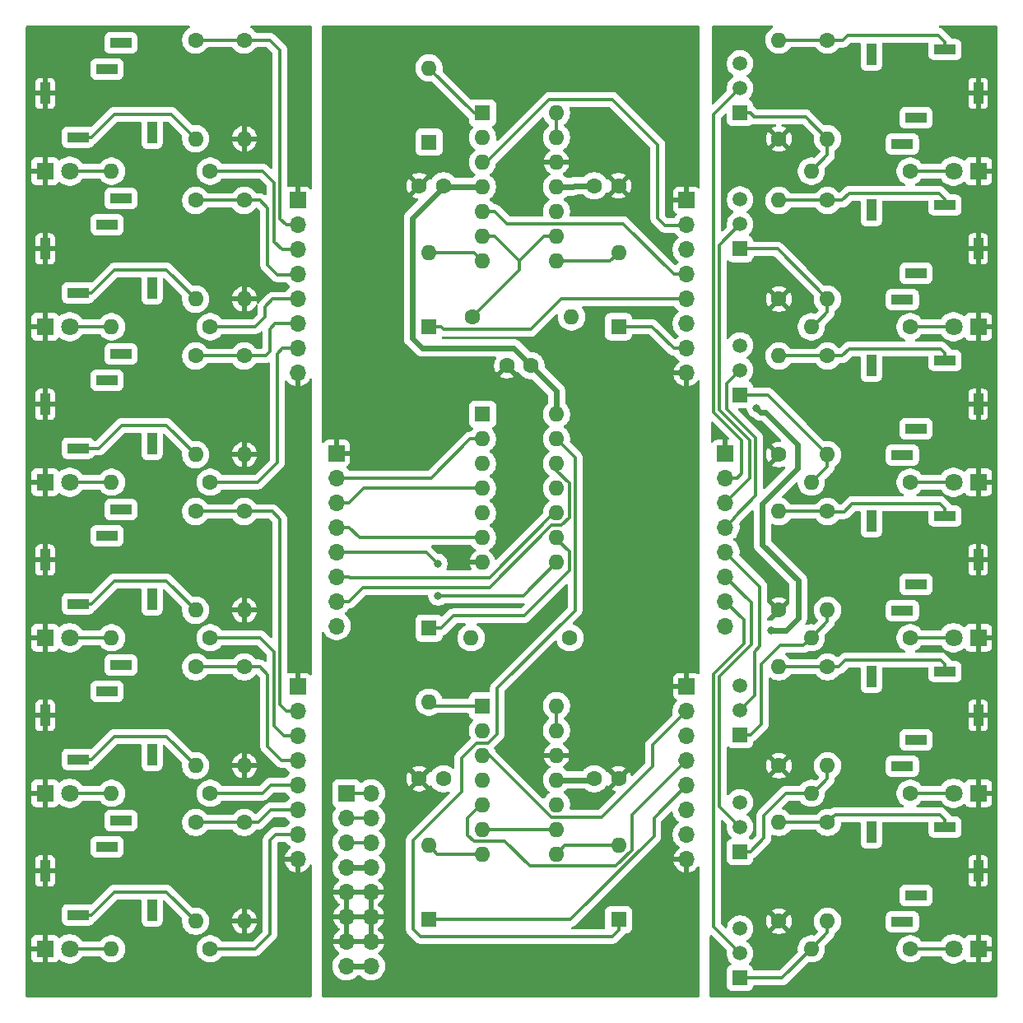
<source format=gbr>
G04 #@! TF.GenerationSoftware,KiCad,Pcbnew,9.0.0*
G04 #@! TF.CreationDate,2025-02-23T16:01:48-07:00*
G04 #@! TF.ProjectId,NOT_THT,4e4f545f-5448-4542-9e6b-696361645f70,rev?*
G04 #@! TF.SameCoordinates,Original*
G04 #@! TF.FileFunction,Copper,L1,Top*
G04 #@! TF.FilePolarity,Positive*
%FSLAX46Y46*%
G04 Gerber Fmt 4.6, Leading zero omitted, Abs format (unit mm)*
G04 Created by KiCad (PCBNEW 9.0.0) date 2025-02-23 16:01:48*
%MOMM*%
%LPD*%
G01*
G04 APERTURE LIST*
G04 #@! TA.AperFunction,ComponentPad*
%ADD10C,1.600000*%
G04 #@! TD*
G04 #@! TA.AperFunction,ComponentPad*
%ADD11R,1.800000X1.800000*%
G04 #@! TD*
G04 #@! TA.AperFunction,ComponentPad*
%ADD12C,1.800000*%
G04 #@! TD*
G04 #@! TA.AperFunction,ComponentPad*
%ADD13R,1.600000X1.600000*%
G04 #@! TD*
G04 #@! TA.AperFunction,ComponentPad*
%ADD14O,1.600000X1.600000*%
G04 #@! TD*
G04 #@! TA.AperFunction,ComponentPad*
%ADD15R,1.000000X2.200000*%
G04 #@! TD*
G04 #@! TA.AperFunction,ComponentPad*
%ADD16R,2.200000X1.000000*%
G04 #@! TD*
G04 #@! TA.AperFunction,ComponentPad*
%ADD17R,1.700000X1.700000*%
G04 #@! TD*
G04 #@! TA.AperFunction,ComponentPad*
%ADD18O,1.700000X1.700000*%
G04 #@! TD*
G04 #@! TA.AperFunction,ComponentPad*
%ADD19R,1.520000X1.520000*%
G04 #@! TD*
G04 #@! TA.AperFunction,ComponentPad*
%ADD20C,1.520000*%
G04 #@! TD*
G04 #@! TA.AperFunction,ViaPad*
%ADD21C,0.800000*%
G04 #@! TD*
G04 #@! TA.AperFunction,Conductor*
%ADD22C,0.600000*%
G04 #@! TD*
G04 #@! TA.AperFunction,Conductor*
%ADD23C,0.300000*%
G04 #@! TD*
G04 APERTURE END LIST*
D10*
X52000000Y-35000000D03*
X49500000Y-35000000D03*
X61000000Y-16500000D03*
X58500000Y-16500000D03*
X43000000Y-77500000D03*
X40500000Y-77500000D03*
X61000000Y-77500000D03*
X58500000Y-77500000D03*
D11*
X2000000Y-15000000D03*
D12*
X4540000Y-15000000D03*
D11*
X2000000Y-31000000D03*
D12*
X4540000Y-31000000D03*
D11*
X2000000Y-47000000D03*
D12*
X4540000Y-47000000D03*
D11*
X2000000Y-63000000D03*
D12*
X4540000Y-63000000D03*
D11*
X2000000Y-79000000D03*
D12*
X4540000Y-79000000D03*
D11*
X2000000Y-95000000D03*
D12*
X4540000Y-95000000D03*
D13*
X41500000Y-12000000D03*
D14*
X41500000Y-4380000D03*
D13*
X41500000Y-31000000D03*
D14*
X41500000Y-23380000D03*
D13*
X61000000Y-31000000D03*
D14*
X61000000Y-23380000D03*
D13*
X41500000Y-62000000D03*
D14*
X41500000Y-69620000D03*
D13*
X41500000Y-92000000D03*
D14*
X41500000Y-84380000D03*
D13*
X61000000Y-92000000D03*
D14*
X61000000Y-84380000D03*
D11*
X98000000Y-15000000D03*
D12*
X95460000Y-15000000D03*
D11*
X98000000Y-31000000D03*
D12*
X95460000Y-31000000D03*
D11*
X98000000Y-47000000D03*
D12*
X95460000Y-47000000D03*
D11*
X98000000Y-63000000D03*
D12*
X95460000Y-63000000D03*
D11*
X98000000Y-79000000D03*
D12*
X95460000Y-79000000D03*
D11*
X98000000Y-95000000D03*
D12*
X95460000Y-95000000D03*
D15*
X2000000Y-7000000D03*
X13000000Y-11000000D03*
D16*
X5400000Y-11500000D03*
X8400000Y-4500000D03*
X9800000Y-1800000D03*
D15*
X2000000Y-39000000D03*
X13000000Y-43000000D03*
D16*
X5400000Y-43500000D03*
X8400000Y-36500000D03*
X9800000Y-33800000D03*
D15*
X2000000Y-55000000D03*
X13000000Y-59000000D03*
D16*
X5400000Y-59500000D03*
X8400000Y-52500000D03*
X9800000Y-49800000D03*
D15*
X2000000Y-71000000D03*
X13000000Y-75000000D03*
D16*
X5400000Y-75500000D03*
X8400000Y-68500000D03*
X9800000Y-65800000D03*
D15*
X2000000Y-87000000D03*
X13000000Y-91000000D03*
D16*
X5400000Y-91500000D03*
X8400000Y-84500000D03*
X9800000Y-81800000D03*
D17*
X28000000Y-18000000D03*
D18*
X28000000Y-20540000D03*
X28000000Y-23080000D03*
X28000000Y-25620000D03*
X28000000Y-28160000D03*
X28000000Y-30700000D03*
X28000000Y-33240000D03*
X28000000Y-35780000D03*
D17*
X28000000Y-68000000D03*
D18*
X28000000Y-70540000D03*
X28000000Y-73080000D03*
X28000000Y-75620000D03*
X28000000Y-78160000D03*
X28000000Y-80700000D03*
X28000000Y-83240000D03*
X28000000Y-85780000D03*
D17*
X68000000Y-18000000D03*
D18*
X68000000Y-20540000D03*
X68000000Y-23080000D03*
X68000000Y-25620000D03*
X68000000Y-28160000D03*
X68000000Y-30700000D03*
X68000000Y-33240000D03*
X68000000Y-35780000D03*
D17*
X68000000Y-68000000D03*
D18*
X68000000Y-70540000D03*
X68000000Y-73080000D03*
X68000000Y-75620000D03*
X68000000Y-78160000D03*
X68000000Y-80700000D03*
X68000000Y-83240000D03*
X68000000Y-85780000D03*
D17*
X33000000Y-79000000D03*
D18*
X35540000Y-79000000D03*
X33000000Y-81540000D03*
X35540000Y-81540000D03*
X33000000Y-84080000D03*
X35540000Y-84080000D03*
X33000000Y-86620000D03*
X35540000Y-86620000D03*
X33000000Y-89160000D03*
X35540000Y-89160000D03*
X33000000Y-91700000D03*
X35540000Y-91700000D03*
X33000000Y-94240000D03*
X35540000Y-94240000D03*
X33000000Y-96780000D03*
X35540000Y-96780000D03*
D17*
X32000000Y-44000000D03*
D18*
X32000000Y-46540000D03*
X32000000Y-49080000D03*
X32000000Y-51620000D03*
X32000000Y-54160000D03*
X32000000Y-56700000D03*
X32000000Y-59240000D03*
X32000000Y-61780000D03*
D17*
X72000000Y-44000000D03*
D18*
X72000000Y-46540000D03*
X72000000Y-49080000D03*
X72000000Y-51620000D03*
X72000000Y-54160000D03*
X72000000Y-56700000D03*
X72000000Y-59240000D03*
X72000000Y-61780000D03*
D15*
X98000000Y-7000000D03*
X87000000Y-3000000D03*
D16*
X94600000Y-2500000D03*
X91600000Y-9500000D03*
X90200000Y-12200000D03*
D15*
X98000000Y-23000000D03*
X87000000Y-19000000D03*
D16*
X94600000Y-18500000D03*
X91600000Y-25500000D03*
X90200000Y-28200000D03*
D15*
X98000000Y-39000000D03*
X87000000Y-35000000D03*
D16*
X94600000Y-34500000D03*
X91600000Y-41500000D03*
X90200000Y-44200000D03*
D15*
X98000000Y-55000000D03*
X87000000Y-51000000D03*
D16*
X94600000Y-50500000D03*
X91600000Y-57500000D03*
X90200000Y-60200000D03*
D15*
X98000000Y-71000000D03*
X87000000Y-67000000D03*
D16*
X94600000Y-66500000D03*
X91600000Y-73500000D03*
X90200000Y-76200000D03*
D15*
X98000000Y-87000000D03*
X87000000Y-83000000D03*
D16*
X94600000Y-82500000D03*
X91600000Y-89500000D03*
X90200000Y-92200000D03*
D19*
X73500000Y-9000000D03*
D20*
X73500000Y-6460000D03*
X73500000Y-3920000D03*
D19*
X73500000Y-23000000D03*
D20*
X73500000Y-20460000D03*
X73500000Y-17920000D03*
D19*
X73500000Y-38000000D03*
D20*
X73500000Y-35460000D03*
X73500000Y-32920000D03*
D19*
X73500000Y-73000000D03*
D20*
X73500000Y-70460000D03*
X73500000Y-67920000D03*
D19*
X73500000Y-85000000D03*
D20*
X73500000Y-82460000D03*
X73500000Y-79920000D03*
D19*
X73500000Y-98000000D03*
D20*
X73500000Y-95460000D03*
X73500000Y-92920000D03*
D10*
X17500000Y-1500000D03*
D14*
X17500000Y-11660000D03*
D10*
X22500000Y-1500000D03*
D14*
X22500000Y-11660000D03*
D10*
X19000000Y-15000000D03*
D14*
X8840000Y-15000000D03*
D10*
X17500000Y-18000000D03*
D14*
X17500000Y-28160000D03*
D10*
X22500000Y-18000000D03*
D14*
X22500000Y-28160000D03*
D10*
X19000000Y-31000000D03*
D14*
X8840000Y-31000000D03*
D10*
X17500000Y-34000000D03*
D14*
X17500000Y-44160000D03*
D10*
X22500000Y-34000000D03*
D14*
X22500000Y-44160000D03*
D10*
X19000000Y-47000000D03*
D14*
X8840000Y-47000000D03*
D10*
X17500000Y-50000000D03*
D14*
X17500000Y-60160000D03*
D10*
X22500000Y-50000000D03*
D14*
X22500000Y-60160000D03*
D10*
X19000000Y-63000000D03*
D14*
X8840000Y-63000000D03*
D10*
X17500000Y-66000000D03*
D14*
X17500000Y-76160000D03*
D10*
X22500000Y-66000000D03*
D14*
X22500000Y-76160000D03*
D10*
X19000000Y-79000000D03*
D14*
X8840000Y-79000000D03*
D10*
X17500000Y-82000000D03*
D14*
X17500000Y-92160000D03*
D10*
X22500000Y-82000000D03*
D14*
X22500000Y-92160000D03*
D10*
X19000000Y-95000000D03*
D14*
X8840000Y-95000000D03*
D10*
X46000000Y-30000000D03*
D14*
X56160000Y-30000000D03*
D10*
X56000000Y-63000000D03*
D14*
X45840000Y-63000000D03*
D10*
X82500000Y-1500000D03*
D14*
X82500000Y-11660000D03*
D10*
X91000000Y-15000000D03*
D14*
X80840000Y-15000000D03*
D10*
X82500000Y-18000000D03*
D14*
X82500000Y-28160000D03*
D10*
X91000000Y-31000000D03*
D14*
X80840000Y-31000000D03*
D10*
X82500000Y-34000000D03*
D14*
X82500000Y-44160000D03*
D10*
X91000000Y-47000000D03*
D14*
X80840000Y-47000000D03*
D10*
X82500000Y-50000000D03*
D14*
X82500000Y-60160000D03*
D10*
X91000000Y-63000000D03*
D14*
X80840000Y-63000000D03*
D10*
X82500000Y-66000000D03*
D14*
X82500000Y-76160000D03*
D10*
X91000000Y-79000000D03*
D14*
X80840000Y-79000000D03*
D10*
X82500000Y-82000000D03*
D14*
X82500000Y-92160000D03*
D10*
X91000000Y-95000000D03*
D14*
X80840000Y-95000000D03*
D10*
X77500000Y-11660000D03*
D14*
X77500000Y-1500000D03*
D10*
X77500000Y-28160000D03*
D14*
X77500000Y-18000000D03*
D10*
X77500000Y-44160000D03*
D14*
X77500000Y-34000000D03*
D10*
X77500000Y-60160000D03*
D14*
X77500000Y-50000000D03*
D10*
X77500000Y-76160000D03*
D14*
X77500000Y-66000000D03*
D10*
X77500000Y-92160000D03*
D14*
X77500000Y-82000000D03*
D13*
X47000000Y-9000000D03*
D14*
X47000000Y-11540000D03*
X47000000Y-14080000D03*
X47000000Y-16620000D03*
X47000000Y-19160000D03*
X47000000Y-21700000D03*
X47000000Y-24240000D03*
X54620000Y-24240000D03*
X54620000Y-21700000D03*
X54620000Y-19160000D03*
X54620000Y-16620000D03*
X54620000Y-14080000D03*
X54620000Y-11540000D03*
X54620000Y-9000000D03*
D13*
X47000000Y-70000000D03*
D14*
X47000000Y-72540000D03*
X47000000Y-75080000D03*
X47000000Y-77620000D03*
X47000000Y-80160000D03*
X47000000Y-82700000D03*
X47000000Y-85240000D03*
X54620000Y-85240000D03*
X54620000Y-82700000D03*
X54620000Y-80160000D03*
X54620000Y-77620000D03*
X54620000Y-75080000D03*
X54620000Y-72540000D03*
X54620000Y-70000000D03*
D13*
X47000000Y-40000000D03*
D14*
X47000000Y-42540000D03*
X47000000Y-45080000D03*
X47000000Y-47620000D03*
X47000000Y-50160000D03*
X47000000Y-52700000D03*
X47000000Y-55240000D03*
X54620000Y-55240000D03*
X54620000Y-52700000D03*
X54620000Y-50160000D03*
X54620000Y-47620000D03*
X54620000Y-45080000D03*
X54620000Y-42540000D03*
X54620000Y-40000000D03*
D15*
X2000000Y-23000000D03*
X13000000Y-27000000D03*
D16*
X5400000Y-27500000D03*
X8400000Y-20500000D03*
X9800000Y-17800000D03*
D10*
X43000000Y-16500000D03*
X40500000Y-16500000D03*
D21*
X42418000Y-55372000D03*
X42418000Y-58698100D03*
X76708000Y-62230000D03*
X75184000Y-39370000D03*
D22*
X40795500Y-33178200D02*
X50178200Y-33178200D01*
X54620000Y-40000000D02*
X54620000Y-37602000D01*
X39799600Y-19820400D02*
X39799600Y-32182300D01*
X39799600Y-32182300D02*
X40795500Y-33178200D01*
X47000000Y-16620000D02*
X45299700Y-16620000D01*
X43000000Y-16620000D02*
X45299700Y-16620000D01*
X54620000Y-37602000D02*
X52018000Y-35000000D01*
X33000000Y-86620000D02*
X35540000Y-86620000D01*
X43000000Y-16620000D02*
X39799600Y-19820400D01*
X52018000Y-35000000D02*
X52000000Y-35000000D01*
X43000000Y-16500000D02*
X43000000Y-16620000D01*
X50178200Y-33178200D02*
X52000000Y-35000000D01*
X58380000Y-77620000D02*
X58500000Y-77500000D01*
X33000000Y-96780000D02*
X35540000Y-96780000D01*
X56440300Y-16500000D02*
X56320300Y-16620000D01*
X54620000Y-77620000D02*
X58380000Y-77620000D01*
X58500000Y-16500000D02*
X56440300Y-16500000D01*
X54620000Y-16620000D02*
X56320300Y-16620000D01*
D23*
X4540000Y-15000000D02*
X8840000Y-15000000D01*
X4540000Y-31000000D02*
X8840000Y-31000000D01*
X4540000Y-47000000D02*
X8840000Y-47000000D01*
X8840000Y-63000000D02*
X4540000Y-63000000D01*
X8840000Y-79000000D02*
X4540000Y-79000000D01*
X4540000Y-95000000D02*
X8840000Y-95000000D01*
X46120000Y-9000000D02*
X47000000Y-9000000D01*
X41500000Y-4380000D02*
X46120000Y-9000000D01*
X51974500Y-31256300D02*
X55070800Y-28160000D01*
X41500000Y-31000000D02*
X42750300Y-31000000D01*
X42750300Y-31000000D02*
X43006600Y-31256300D01*
X43006600Y-31256300D02*
X51974500Y-31256300D01*
X55070800Y-28160000D02*
X68000000Y-28160000D01*
X46140000Y-23380000D02*
X47000000Y-24240000D01*
X41500000Y-23380000D02*
X46140000Y-23380000D01*
X60140000Y-24240000D02*
X61000000Y-23380000D01*
X54620000Y-24240000D02*
X60140000Y-24240000D01*
X64459700Y-31000000D02*
X61000000Y-31000000D01*
X66699700Y-33240000D02*
X64459700Y-31000000D01*
X68000000Y-33240000D02*
X66699700Y-33240000D01*
X55934700Y-54156700D02*
X55934700Y-56079300D01*
X42750300Y-62000000D02*
X41500000Y-62000000D01*
X51264300Y-60749700D02*
X44000600Y-60749700D01*
X54620000Y-52842000D02*
X55934700Y-54156700D01*
X44000600Y-60749700D02*
X42750300Y-62000000D01*
X54620000Y-52700000D02*
X54620000Y-52842000D01*
X55934700Y-56079300D02*
X51264300Y-60749700D01*
X41880000Y-70000000D02*
X41500000Y-69620000D01*
X47000000Y-70000000D02*
X41880000Y-70000000D01*
X42360000Y-85240000D02*
X47000000Y-85240000D01*
X41500000Y-84380000D02*
X42360000Y-85240000D01*
X41500000Y-92000000D02*
X56055700Y-92000000D01*
X64647100Y-83408600D02*
X64647100Y-81512900D01*
X56055700Y-92000000D02*
X64647100Y-83408600D01*
X64647100Y-81512900D02*
X68000000Y-78160000D01*
X39878000Y-83820000D02*
X39878000Y-92964000D01*
X44865990Y-78832010D02*
X39878000Y-83820000D01*
X48514000Y-68191998D02*
X48514000Y-72876002D01*
X60374000Y-93726000D02*
X61000000Y-93100000D01*
X48514000Y-72876002D02*
X47560003Y-73829999D01*
X56534710Y-60171288D02*
X48514000Y-68191998D01*
X54620000Y-42540000D02*
X56534710Y-44454710D01*
X56534710Y-44454710D02*
X56534710Y-60171288D01*
X46399999Y-73829999D02*
X44865990Y-75364008D01*
X44865990Y-75364008D02*
X44865990Y-78832010D01*
X39878000Y-92964000D02*
X40640000Y-93726000D01*
X61000000Y-93100000D02*
X61000000Y-92000000D01*
X40640000Y-93726000D02*
X60374000Y-93726000D01*
X47560003Y-73829999D02*
X46399999Y-73829999D01*
X55480000Y-84380000D02*
X54620000Y-85240000D01*
X61000000Y-84380000D02*
X55480000Y-84380000D01*
X91000000Y-15000000D02*
X95460000Y-15000000D01*
X91000000Y-31000000D02*
X95460000Y-31000000D01*
X91000000Y-47000000D02*
X95460000Y-47000000D01*
X95460000Y-63000000D02*
X91000000Y-63000000D01*
X91000000Y-79000000D02*
X95460000Y-79000000D01*
X91000000Y-95000000D02*
X95460000Y-95000000D01*
X6788000Y-11500000D02*
X9144000Y-9144000D01*
X9144000Y-9144000D02*
X14984000Y-9144000D01*
X14984000Y-9144000D02*
X17500000Y-11660000D01*
X5400000Y-11500000D02*
X6788000Y-11500000D01*
X6800000Y-27500000D02*
X9154000Y-25146000D01*
X14486000Y-25146000D02*
X17500000Y-28160000D01*
X5400000Y-27500000D02*
X6800000Y-27500000D01*
X9154000Y-25146000D02*
X14486000Y-25146000D01*
X14488000Y-41148000D02*
X17500000Y-44160000D01*
X5400000Y-43500000D02*
X7554000Y-43500000D01*
X9906000Y-41148000D02*
X14488000Y-41148000D01*
X7554000Y-43500000D02*
X9906000Y-41148000D01*
X14490000Y-57150000D02*
X17500000Y-60160000D01*
X6800000Y-59500000D02*
X9150000Y-57150000D01*
X5400000Y-59500000D02*
X6800000Y-59500000D01*
X9150000Y-57150000D02*
X14490000Y-57150000D01*
X14492000Y-73152000D02*
X17500000Y-76160000D01*
X6800000Y-75500000D02*
X9148000Y-73152000D01*
X9148000Y-73152000D02*
X14492000Y-73152000D01*
X5400000Y-75500000D02*
X6800000Y-75500000D01*
X9146000Y-89154000D02*
X14494000Y-89154000D01*
X6800000Y-91500000D02*
X9146000Y-89154000D01*
X14494000Y-89154000D02*
X17500000Y-92160000D01*
X5400000Y-91500000D02*
X6800000Y-91500000D01*
X26162000Y-19904100D02*
X26797900Y-20540000D01*
X22500000Y-1500000D02*
X25122000Y-1500000D01*
X17500000Y-1500000D02*
X22500000Y-1500000D01*
X25122000Y-1500000D02*
X26162000Y-2540000D01*
X26162000Y-2540000D02*
X26162000Y-19904100D01*
X26797900Y-20540000D02*
X28000000Y-20540000D01*
X25562000Y-16164000D02*
X25562000Y-22260000D01*
X24384000Y-14986000D02*
X25562000Y-16164000D01*
X25562000Y-22260000D02*
X26382000Y-23080000D01*
X20131400Y-15000000D02*
X20145400Y-14986000D01*
X26382000Y-23080000D02*
X28000000Y-23080000D01*
X19000000Y-15000000D02*
X20131400Y-15000000D01*
X20145400Y-14986000D02*
X24384000Y-14986000D01*
X24892000Y-18796000D02*
X24892000Y-24638000D01*
X25908000Y-25654000D02*
X27966000Y-25654000D01*
X24892000Y-24638000D02*
X25908000Y-25654000D01*
X22500000Y-18000000D02*
X24096000Y-18000000D01*
X24096000Y-18000000D02*
X24892000Y-18796000D01*
X27966000Y-25654000D02*
X28000000Y-25620000D01*
X17500000Y-18000000D02*
X22500000Y-18000000D01*
X19000000Y-31000000D02*
X23610000Y-31000000D01*
X24638000Y-29972000D02*
X24638000Y-28956000D01*
X23610000Y-31000000D02*
X24638000Y-29972000D01*
X24638000Y-28956000D02*
X25434000Y-28160000D01*
X25434000Y-28160000D02*
X28000000Y-28160000D01*
X25688000Y-30700000D02*
X28000000Y-30700000D01*
X25146000Y-31242000D02*
X25688000Y-30700000D01*
X22500000Y-34000000D02*
X24674000Y-34000000D01*
X24674000Y-34000000D02*
X25146000Y-33528000D01*
X17500000Y-34000000D02*
X22500000Y-34000000D01*
X25146000Y-33528000D02*
X25146000Y-31242000D01*
X26450000Y-33240000D02*
X28000000Y-33240000D01*
X25908000Y-33782000D02*
X26450000Y-33240000D01*
X20131400Y-47000000D02*
X20141400Y-46990000D01*
X20141400Y-46990000D02*
X23876000Y-46990000D01*
X25908000Y-44958000D02*
X25908000Y-33782000D01*
X19000000Y-47000000D02*
X20131400Y-47000000D01*
X23876000Y-46990000D02*
X25908000Y-44958000D01*
X25362000Y-50000000D02*
X26162000Y-50800000D01*
X17500000Y-50000000D02*
X22500000Y-50000000D01*
X22500000Y-50000000D02*
X25362000Y-50000000D01*
X26797900Y-70540000D02*
X28000000Y-70540000D01*
X26162000Y-69904100D02*
X26797900Y-70540000D01*
X26162000Y-50800000D02*
X26162000Y-69904100D01*
X25562000Y-64424000D02*
X25562000Y-72044000D01*
X26598000Y-73080000D02*
X28000000Y-73080000D01*
X22876000Y-62992000D02*
X24130000Y-62992000D01*
X25562000Y-72044000D02*
X26598000Y-73080000D01*
X22868000Y-63000000D02*
X22876000Y-62992000D01*
X24130000Y-62992000D02*
X25562000Y-64424000D01*
X19000000Y-63000000D02*
X22868000Y-63000000D01*
X24892000Y-66802000D02*
X24892000Y-74168000D01*
X17500000Y-66000000D02*
X22500000Y-66000000D01*
X22500000Y-66000000D02*
X24090000Y-66000000D01*
X24090000Y-66000000D02*
X24892000Y-66802000D01*
X24892000Y-74168000D02*
X26344000Y-75620000D01*
X26344000Y-75620000D02*
X28000000Y-75620000D01*
X25218000Y-78160000D02*
X24378000Y-79000000D01*
X28000000Y-78160000D02*
X25218000Y-78160000D01*
X24378000Y-79000000D02*
X19000000Y-79000000D01*
X17500000Y-82000000D02*
X22500000Y-82000000D01*
X23918000Y-82000000D02*
X25218000Y-80700000D01*
X25218000Y-80700000D02*
X28000000Y-80700000D01*
X22500000Y-82000000D02*
X23918000Y-82000000D01*
X25146000Y-83820000D02*
X25726000Y-83240000D01*
X25726000Y-83240000D02*
X28000000Y-83240000D01*
X20135400Y-94996000D02*
X23622000Y-94996000D01*
X23622000Y-94996000D02*
X25146000Y-93472000D01*
X20131400Y-95000000D02*
X20135400Y-94996000D01*
X25146000Y-93472000D02*
X25146000Y-83820000D01*
X19000000Y-95000000D02*
X20131400Y-95000000D01*
X68000000Y-25620000D02*
X66699700Y-25620000D01*
X61490000Y-20410300D02*
X66699700Y-25620000D01*
X48250300Y-19160000D02*
X49500600Y-20410300D01*
X49500600Y-20410300D02*
X61490000Y-20410300D01*
X47000000Y-19160000D02*
X48250300Y-19160000D01*
X47388000Y-14080000D02*
X47752000Y-13716000D01*
X47752000Y-13716000D02*
X47782650Y-13716000D01*
X60387600Y-7620000D02*
X65024000Y-12256400D01*
X47782650Y-13716000D02*
X53878650Y-7620000D01*
X67966000Y-20574000D02*
X68000000Y-20540000D01*
X65786000Y-20574000D02*
X67966000Y-20574000D01*
X53878650Y-7620000D02*
X60387600Y-7620000D01*
X65024000Y-19812000D02*
X65786000Y-20574000D01*
X47000000Y-14080000D02*
X47388000Y-14080000D01*
X65024000Y-12256400D02*
X65024000Y-19812000D01*
X51860400Y-86502000D02*
X60704800Y-86502000D01*
X49308800Y-83950400D02*
X51860400Y-86502000D01*
X46840000Y-80160000D02*
X45466000Y-81534000D01*
X60704800Y-86502000D02*
X62373100Y-84833700D01*
X62373100Y-81246900D02*
X68000000Y-75620000D01*
X45466000Y-83312000D02*
X46104400Y-83950400D01*
X47000000Y-80160000D02*
X46840000Y-80160000D01*
X62373100Y-84833700D02*
X62373100Y-81246900D01*
X46104400Y-83950400D02*
X49308800Y-83950400D01*
X45466000Y-81534000D02*
X45466000Y-83312000D01*
X59263700Y-81430000D02*
X64493900Y-76199800D01*
X64493900Y-76199800D02*
X64493900Y-74046100D01*
X47703300Y-75080000D02*
X54053300Y-81430000D01*
X64493900Y-74046100D02*
X68000000Y-70540000D01*
X54053300Y-81430000D02*
X59263700Y-81430000D01*
X47000000Y-75080000D02*
X47703300Y-75080000D01*
X33000000Y-84080000D02*
X35540000Y-84080000D01*
X33000000Y-81540000D02*
X35540000Y-81540000D01*
X33000000Y-79000000D02*
X35540000Y-79000000D01*
X55926000Y-50637500D02*
X55133500Y-51430000D01*
X54620000Y-45783300D02*
X55926000Y-47089300D01*
X54620000Y-45080000D02*
X54620000Y-45783300D01*
X33300300Y-59240000D02*
X32000000Y-59240000D01*
X55926000Y-47089300D02*
X55926000Y-50637500D01*
X34692200Y-57848100D02*
X33300300Y-59240000D01*
X47703600Y-57848100D02*
X34692200Y-57848100D01*
X54121700Y-51430000D02*
X47703600Y-57848100D01*
X55133500Y-51430000D02*
X54121700Y-51430000D01*
X47714100Y-56791300D02*
X33391600Y-56791300D01*
X33300300Y-56700000D02*
X32000000Y-56700000D01*
X33391600Y-56791300D02*
X33300300Y-56700000D01*
X54620000Y-50160000D02*
X54345400Y-50160000D01*
X54345400Y-50160000D02*
X47714100Y-56791300D01*
X32000000Y-54160000D02*
X41206000Y-54160000D01*
X41206000Y-54160000D02*
X42018001Y-54972001D01*
X42018001Y-54972001D02*
X42418000Y-55372000D01*
X42442100Y-58674000D02*
X42418000Y-58698100D01*
X54620000Y-55240000D02*
X51186000Y-58674000D01*
X51186000Y-58674000D02*
X42442100Y-58674000D01*
X47000000Y-52700000D02*
X34380300Y-52700000D01*
X34380300Y-52700000D02*
X33300300Y-51620000D01*
X32000000Y-51620000D02*
X33300300Y-51620000D01*
X47000000Y-47620000D02*
X34760300Y-47620000D01*
X34760300Y-47620000D02*
X33300300Y-49080000D01*
X32000000Y-49080000D02*
X33300300Y-49080000D01*
X45749700Y-42540000D02*
X41749700Y-46540000D01*
X47000000Y-42540000D02*
X45749700Y-42540000D01*
X41749700Y-46540000D02*
X32000000Y-46540000D01*
X70773990Y-39786032D02*
X70773990Y-9186010D01*
X72740001Y-7219999D02*
X73500000Y-6460000D01*
X72000000Y-46540000D02*
X73202081Y-46540000D01*
X73660000Y-46082081D02*
X73660000Y-42672042D01*
X73202081Y-46540000D02*
X73660000Y-46082081D01*
X73660000Y-42672042D02*
X70773990Y-39786032D01*
X70773990Y-9186010D02*
X72740001Y-7219999D01*
X74514000Y-42677500D02*
X74514000Y-46566000D01*
X73500000Y-20460000D02*
X71374000Y-22586000D01*
X71374000Y-22586000D02*
X71374000Y-39537500D01*
X71374000Y-39537500D02*
X74514000Y-42677500D01*
X74514000Y-46566000D02*
X72000000Y-49080000D01*
X72850000Y-50770000D02*
X72000000Y-51620000D01*
X75114000Y-48385000D02*
X72850000Y-50649100D01*
X75114000Y-42428900D02*
X75114000Y-48385000D01*
X72136000Y-39450900D02*
X75114000Y-42428900D01*
X72850000Y-50649100D02*
X72850000Y-50770000D01*
X72136000Y-36824000D02*
X72136000Y-39450900D01*
X73500000Y-35460000D02*
X72136000Y-36824000D01*
X72000000Y-54160000D02*
X75557999Y-57717999D01*
X75010001Y-68949999D02*
X74259999Y-69700001D01*
X75010001Y-64435999D02*
X75010001Y-68949999D01*
X75557999Y-63888001D02*
X75010001Y-64435999D01*
X75557999Y-57717999D02*
X75557999Y-63888001D01*
X74259999Y-69700001D02*
X73500000Y-70460000D01*
X71390000Y-80350000D02*
X73500000Y-82460000D01*
X71390000Y-66946700D02*
X71390000Y-80350000D01*
X72000000Y-56700000D02*
X74676000Y-59376000D01*
X74676000Y-63660700D02*
X71390000Y-66946700D01*
X74676000Y-59376000D02*
X74676000Y-63660700D01*
X73914000Y-63574100D02*
X70790000Y-66698100D01*
X73914000Y-61154000D02*
X73914000Y-63574100D01*
X72000000Y-59240000D02*
X73914000Y-61154000D01*
X70790000Y-66698100D02*
X70790000Y-92750000D01*
X70790000Y-92750000D02*
X73500000Y-95460000D01*
D22*
X79502000Y-57106900D02*
X75800000Y-53404900D01*
X79394000Y-43072000D02*
X76092000Y-39770000D01*
X78232000Y-62230000D02*
X79502000Y-60960000D01*
X75800000Y-49184000D02*
X79394000Y-45590000D01*
X75800000Y-53404900D02*
X75800000Y-49184000D01*
X79502000Y-60960000D02*
X79502000Y-57106900D01*
X75584000Y-39770000D02*
X75184000Y-39370000D01*
X79394000Y-45590000D02*
X79394000Y-43072000D01*
X76708000Y-62230000D02*
X78232000Y-62230000D01*
X76092000Y-39770000D02*
X75584000Y-39770000D01*
D23*
X84582000Y-1016000D02*
X93916000Y-1016000D01*
X82500000Y-1500000D02*
X82524000Y-1524000D01*
X94600000Y-1700000D02*
X94600000Y-2500000D01*
X77500000Y-1500000D02*
X82500000Y-1500000D01*
X93916000Y-1016000D02*
X94600000Y-1700000D01*
X82524000Y-1524000D02*
X84074000Y-1524000D01*
X84074000Y-1524000D02*
X84582000Y-1016000D01*
X83996700Y-18000000D02*
X84724700Y-17272000D01*
X82500000Y-18000000D02*
X83996700Y-18000000D01*
X93980000Y-17272000D02*
X94600000Y-17892000D01*
X94600000Y-17892000D02*
X94600000Y-18500000D01*
X77500000Y-18000000D02*
X82500000Y-18000000D01*
X84724700Y-17272000D02*
X93980000Y-17272000D01*
X77500000Y-34000000D02*
X82500000Y-34000000D01*
X84723700Y-33274000D02*
X94174000Y-33274000D01*
X94174000Y-33274000D02*
X94600000Y-33700000D01*
X94600000Y-33700000D02*
X94600000Y-34500000D01*
X83997700Y-34000000D02*
X84723700Y-33274000D01*
X82500000Y-34000000D02*
X83997700Y-34000000D01*
X77500000Y-50000000D02*
X82500000Y-50000000D01*
X85039000Y-49200000D02*
X94100000Y-49200000D01*
X82538000Y-50038000D02*
X84201000Y-50038000D01*
X94100000Y-49200000D02*
X94600000Y-49700000D01*
X84201000Y-50038000D02*
X85039000Y-49200000D01*
X94600000Y-49700000D02*
X94600000Y-50500000D01*
X82500000Y-50000000D02*
X82538000Y-50038000D01*
X83631400Y-66000000D02*
X84353400Y-65278000D01*
X82500000Y-66000000D02*
X83631400Y-66000000D01*
X94178000Y-65278000D02*
X94600000Y-65700000D01*
X94600000Y-65700000D02*
X94600000Y-66500000D01*
X77500000Y-66000000D02*
X82500000Y-66000000D01*
X84353400Y-65278000D02*
X94178000Y-65278000D01*
X94100000Y-81200000D02*
X94600000Y-81700000D01*
X77500000Y-82000000D02*
X82500000Y-82000000D01*
X83300000Y-81200000D02*
X94100000Y-81200000D01*
X82500000Y-82000000D02*
X83300000Y-81200000D01*
X94600000Y-81700000D02*
X94600000Y-82500000D01*
X82500000Y-11660000D02*
X82500000Y-13340000D01*
X80238000Y-9398000D02*
X82500000Y-11660000D01*
X74560000Y-9000000D02*
X74958000Y-9398000D01*
X82500000Y-13340000D02*
X80840000Y-15000000D01*
X73500000Y-9000000D02*
X74560000Y-9000000D01*
X74958000Y-9398000D02*
X80238000Y-9398000D01*
X82500000Y-29514000D02*
X81014000Y-31000000D01*
X81014000Y-31000000D02*
X80840000Y-31000000D01*
X82500000Y-28160000D02*
X82500000Y-29514000D01*
X77340000Y-23000000D02*
X82500000Y-28160000D01*
X73500000Y-23000000D02*
X77340000Y-23000000D01*
X82500000Y-45416000D02*
X82424000Y-45416000D01*
X82424000Y-45416000D02*
X80840000Y-47000000D01*
X73500000Y-38000000D02*
X76340000Y-38000000D01*
X82500000Y-44160000D02*
X82500000Y-45416000D01*
X76340000Y-38000000D02*
X82500000Y-44160000D01*
X80040000Y-63800000D02*
X77637000Y-63800000D01*
X80840000Y-63000000D02*
X82500000Y-61340000D01*
X75692000Y-65745000D02*
X75692000Y-71868000D01*
X80840000Y-63000000D02*
X80040000Y-63800000D01*
X75692000Y-71868000D02*
X74560000Y-73000000D01*
X74560000Y-73000000D02*
X73500000Y-73000000D01*
X77637000Y-63800000D02*
X75692000Y-65745000D01*
X82500000Y-61340000D02*
X82500000Y-60160000D01*
X74560000Y-85000000D02*
X75946000Y-83614000D01*
X78226000Y-79000000D02*
X80840000Y-79000000D01*
X75946000Y-81280000D02*
X78226000Y-79000000D01*
X82500000Y-77520000D02*
X81020000Y-79000000D01*
X82500000Y-76160000D02*
X82500000Y-77520000D01*
X75946000Y-83614000D02*
X75946000Y-81280000D01*
X81020000Y-79000000D02*
X80840000Y-79000000D01*
X73500000Y-85000000D02*
X74560000Y-85000000D01*
X77840000Y-98000000D02*
X80840000Y-95000000D01*
X82500000Y-93340000D02*
X82500000Y-92160000D01*
X73500000Y-98000000D02*
X77840000Y-98000000D01*
X80840000Y-95000000D02*
X82500000Y-93340000D01*
X54620000Y-21700000D02*
X53369700Y-21700000D01*
X50810000Y-24259700D02*
X50810000Y-25190000D01*
X50810000Y-25190000D02*
X46000000Y-30000000D01*
X47000000Y-21700000D02*
X48250300Y-21700000D01*
X50810000Y-24259700D02*
X53369700Y-21700000D01*
X48250300Y-21700000D02*
X50810000Y-24259700D01*
X54620000Y-82700000D02*
X47000000Y-82700000D01*
X54620000Y-9000000D02*
X54620000Y-11540000D01*
X54620000Y-70000000D02*
X54620000Y-72540000D01*
G04 #@! TA.AperFunction,Conductor*
G36*
X35074075Y-94047007D02*
G01*
X35040000Y-94174174D01*
X35040000Y-94305826D01*
X35074075Y-94432993D01*
X35109297Y-94494000D01*
X33430703Y-94494000D01*
X33465925Y-94432993D01*
X33500000Y-94305826D01*
X33500000Y-94174174D01*
X33465925Y-94047007D01*
X33430703Y-93986000D01*
X35109297Y-93986000D01*
X35074075Y-94047007D01*
G37*
G04 #@! TD.AperFunction*
G04 #@! TA.AperFunction,Conductor*
G36*
X33254000Y-93809297D02*
G01*
X33192993Y-93774075D01*
X33065826Y-93740000D01*
X32934174Y-93740000D01*
X32807007Y-93774075D01*
X32746000Y-93809297D01*
X32746000Y-92130702D01*
X32807007Y-92165925D01*
X32934174Y-92200000D01*
X33065826Y-92200000D01*
X33192993Y-92165925D01*
X33254000Y-92130702D01*
X33254000Y-93809297D01*
G37*
G04 #@! TD.AperFunction*
G04 #@! TA.AperFunction,Conductor*
G36*
X35794000Y-93809297D02*
G01*
X35732993Y-93774075D01*
X35605826Y-93740000D01*
X35474174Y-93740000D01*
X35347007Y-93774075D01*
X35286000Y-93809297D01*
X35286000Y-92130702D01*
X35347007Y-92165925D01*
X35474174Y-92200000D01*
X35605826Y-92200000D01*
X35732993Y-92165925D01*
X35794000Y-92130702D01*
X35794000Y-93809297D01*
G37*
G04 #@! TD.AperFunction*
G04 #@! TA.AperFunction,Conductor*
G36*
X35074075Y-91507007D02*
G01*
X35040000Y-91634174D01*
X35040000Y-91765826D01*
X35074075Y-91892993D01*
X35109297Y-91954000D01*
X33430703Y-91954000D01*
X33465925Y-91892993D01*
X33500000Y-91765826D01*
X33500000Y-91634174D01*
X33465925Y-91507007D01*
X33430703Y-91446000D01*
X35109297Y-91446000D01*
X35074075Y-91507007D01*
G37*
G04 #@! TD.AperFunction*
G04 #@! TA.AperFunction,Conductor*
G36*
X33254000Y-91269297D02*
G01*
X33192993Y-91234075D01*
X33065826Y-91200000D01*
X32934174Y-91200000D01*
X32807007Y-91234075D01*
X32746000Y-91269297D01*
X32746000Y-89590702D01*
X32807007Y-89625925D01*
X32934174Y-89660000D01*
X33065826Y-89660000D01*
X33192993Y-89625925D01*
X33254000Y-89590702D01*
X33254000Y-91269297D01*
G37*
G04 #@! TD.AperFunction*
G04 #@! TA.AperFunction,Conductor*
G36*
X35794000Y-91269297D02*
G01*
X35732993Y-91234075D01*
X35605826Y-91200000D01*
X35474174Y-91200000D01*
X35347007Y-91234075D01*
X35286000Y-91269297D01*
X35286000Y-89590702D01*
X35347007Y-89625925D01*
X35474174Y-89660000D01*
X35605826Y-89660000D01*
X35732993Y-89625925D01*
X35794000Y-89590702D01*
X35794000Y-91269297D01*
G37*
G04 #@! TD.AperFunction*
G04 #@! TA.AperFunction,Conductor*
G36*
X35074075Y-88967007D02*
G01*
X35040000Y-89094174D01*
X35040000Y-89225826D01*
X35074075Y-89352993D01*
X35109297Y-89414000D01*
X33430703Y-89414000D01*
X33465925Y-89352993D01*
X33500000Y-89225826D01*
X33500000Y-89094174D01*
X33465925Y-88967007D01*
X33430703Y-88906000D01*
X35109297Y-88906000D01*
X35074075Y-88967007D01*
G37*
G04 #@! TD.AperFunction*
G04 #@! TA.AperFunction,Conductor*
G36*
X55702242Y-57477292D02*
G01*
X55759078Y-57519839D01*
X55783889Y-57586359D01*
X55784210Y-57595348D01*
X55784210Y-59808229D01*
X55764208Y-59876350D01*
X55747305Y-59897324D01*
X47931054Y-67713574D01*
X47931049Y-67713581D01*
X47881812Y-67787267D01*
X47881813Y-67787268D01*
X47848916Y-67836502D01*
X47792343Y-67973081D01*
X47792342Y-67973084D01*
X47763500Y-68118081D01*
X47763500Y-68473500D01*
X47743498Y-68541621D01*
X47689842Y-68588114D01*
X47637500Y-68599500D01*
X46160640Y-68599500D01*
X46160631Y-68599501D01*
X46054978Y-68613410D01*
X46043238Y-68614956D01*
X45897160Y-68675463D01*
X45897157Y-68675465D01*
X45771718Y-68771718D01*
X45675465Y-68897157D01*
X45675463Y-68897160D01*
X45614955Y-69043239D01*
X45608014Y-69095965D01*
X45602224Y-69139946D01*
X45573503Y-69204873D01*
X45514238Y-69243965D01*
X45477303Y-69249500D01*
X42943734Y-69249500D01*
X42875613Y-69229498D01*
X42829120Y-69175842D01*
X42823908Y-69162456D01*
X42797895Y-69082394D01*
X42697815Y-68885978D01*
X42568242Y-68707635D01*
X42568239Y-68707632D01*
X42568237Y-68707629D01*
X42412370Y-68551762D01*
X42412367Y-68551760D01*
X42412365Y-68551758D01*
X42234022Y-68422185D01*
X42037606Y-68322105D01*
X42037603Y-68322104D01*
X42037601Y-68322103D01*
X41827954Y-68253986D01*
X41827951Y-68253985D01*
X41610222Y-68219500D01*
X41389778Y-68219500D01*
X41172049Y-68253985D01*
X41172046Y-68253985D01*
X41172045Y-68253986D01*
X40962398Y-68322103D01*
X40962392Y-68322106D01*
X40765974Y-68422187D01*
X40587632Y-68551760D01*
X40587629Y-68551762D01*
X40431762Y-68707629D01*
X40431760Y-68707632D01*
X40302187Y-68885974D01*
X40202106Y-69082392D01*
X40202103Y-69082398D01*
X40142457Y-69265974D01*
X40133985Y-69292049D01*
X40099500Y-69509778D01*
X40099500Y-69730222D01*
X40133985Y-69947951D01*
X40202105Y-70157606D01*
X40302185Y-70354022D01*
X40431758Y-70532365D01*
X40431760Y-70532367D01*
X40431762Y-70532370D01*
X40587629Y-70688237D01*
X40587632Y-70688239D01*
X40587635Y-70688242D01*
X40765978Y-70817815D01*
X40962394Y-70917895D01*
X41172049Y-70986015D01*
X41389778Y-71020500D01*
X41389781Y-71020500D01*
X41610219Y-71020500D01*
X41610222Y-71020500D01*
X41827951Y-70986015D01*
X42037606Y-70917895D01*
X42234022Y-70817815D01*
X42293552Y-70774563D01*
X42360420Y-70750706D01*
X42367613Y-70750500D01*
X45477303Y-70750500D01*
X45545424Y-70770502D01*
X45591917Y-70824158D01*
X45602225Y-70860055D01*
X45614955Y-70956759D01*
X45614956Y-70956761D01*
X45661130Y-71068237D01*
X45675464Y-71102841D01*
X45771718Y-71228282D01*
X45897159Y-71324536D01*
X45961731Y-71351282D01*
X46017010Y-71395829D01*
X46039431Y-71463192D01*
X46021873Y-71531984D01*
X46002607Y-71556785D01*
X45931758Y-71627634D01*
X45802187Y-71805974D01*
X45702106Y-72002392D01*
X45702103Y-72002398D01*
X45648686Y-72166803D01*
X45633985Y-72212049D01*
X45599500Y-72429778D01*
X45599500Y-72650222D01*
X45633985Y-72867951D01*
X45633986Y-72867954D01*
X45665791Y-72965843D01*
X45702105Y-73077606D01*
X45710926Y-73094918D01*
X45791821Y-73253682D01*
X45804925Y-73323459D01*
X45778225Y-73389243D01*
X45768649Y-73399980D01*
X44283041Y-74885587D01*
X44283039Y-74885590D01*
X44271361Y-74903069D01*
X44271359Y-74903071D01*
X44200908Y-75008508D01*
X44200906Y-75008512D01*
X44144333Y-75145091D01*
X44144332Y-75145094D01*
X44144332Y-75145095D01*
X44117430Y-75280340D01*
X44115490Y-75290091D01*
X44115490Y-76332048D01*
X44095488Y-76400169D01*
X44041832Y-76446662D01*
X43971558Y-76456766D01*
X43915429Y-76433984D01*
X43734025Y-76302187D01*
X43734024Y-76302186D01*
X43734022Y-76302185D01*
X43537606Y-76202105D01*
X43537603Y-76202104D01*
X43537601Y-76202103D01*
X43327954Y-76133986D01*
X43327951Y-76133985D01*
X43110222Y-76099500D01*
X42889778Y-76099500D01*
X42672049Y-76133985D01*
X42672046Y-76133985D01*
X42672045Y-76133986D01*
X42462398Y-76202103D01*
X42462392Y-76202106D01*
X42265974Y-76302187D01*
X42087632Y-76431760D01*
X42087629Y-76431762D01*
X41931762Y-76587629D01*
X41931760Y-76587632D01*
X41802180Y-76765983D01*
X41800644Y-76768491D01*
X41799812Y-76769243D01*
X41799275Y-76769983D01*
X41799119Y-76769870D01*
X41747994Y-76816120D01*
X41677952Y-76827723D01*
X41612756Y-76799617D01*
X41591279Y-76776712D01*
X41587584Y-76771626D01*
X41587582Y-76771626D01*
X40900000Y-77459208D01*
X40900000Y-77447339D01*
X40872741Y-77345606D01*
X40820080Y-77254394D01*
X40745606Y-77179920D01*
X40654394Y-77127259D01*
X40552661Y-77100000D01*
X40540790Y-77100000D01*
X41228372Y-76412416D01*
X41185541Y-76381298D01*
X41185540Y-76381297D01*
X41002099Y-76287829D01*
X41002093Y-76287826D01*
X40806294Y-76224208D01*
X40806298Y-76224208D01*
X40602939Y-76192000D01*
X40397061Y-76192000D01*
X40193703Y-76224208D01*
X39997906Y-76287826D01*
X39997900Y-76287829D01*
X39814452Y-76381301D01*
X39771625Y-76412416D01*
X40459209Y-77100000D01*
X40447339Y-77100000D01*
X40345606Y-77127259D01*
X40254394Y-77179920D01*
X40179920Y-77254394D01*
X40127259Y-77345606D01*
X40100000Y-77447339D01*
X40100000Y-77459209D01*
X39412416Y-76771625D01*
X39381301Y-76814452D01*
X39287829Y-76997900D01*
X39287826Y-76997906D01*
X39224208Y-77193703D01*
X39192000Y-77397061D01*
X39192000Y-77602938D01*
X39224208Y-77806296D01*
X39287826Y-78002093D01*
X39287829Y-78002099D01*
X39381297Y-78185540D01*
X39381298Y-78185541D01*
X39412416Y-78228372D01*
X40100000Y-77540788D01*
X40100000Y-77552661D01*
X40127259Y-77654394D01*
X40179920Y-77745606D01*
X40254394Y-77820080D01*
X40345606Y-77872741D01*
X40447339Y-77900000D01*
X40459210Y-77900000D01*
X39771626Y-78587582D01*
X39771626Y-78587583D01*
X39814454Y-78618699D01*
X39997900Y-78712170D01*
X39997906Y-78712173D01*
X40193705Y-78775791D01*
X40193701Y-78775791D01*
X40397061Y-78808000D01*
X40602939Y-78808000D01*
X40806296Y-78775791D01*
X41002093Y-78712173D01*
X41002099Y-78712170D01*
X41185541Y-78618701D01*
X41228372Y-78587582D01*
X41228372Y-78587581D01*
X40540791Y-77900000D01*
X40552661Y-77900000D01*
X40654394Y-77872741D01*
X40745606Y-77820080D01*
X40820080Y-77745606D01*
X40872741Y-77654394D01*
X40900000Y-77552661D01*
X40900000Y-77540791D01*
X41587581Y-78228372D01*
X41587582Y-78228372D01*
X41591278Y-78223286D01*
X41647500Y-78179932D01*
X41718236Y-78173856D01*
X41781028Y-78206988D01*
X41800645Y-78231509D01*
X41802186Y-78234024D01*
X41844421Y-78292155D01*
X41931758Y-78412365D01*
X41931760Y-78412367D01*
X41931762Y-78412370D01*
X42087629Y-78568237D01*
X42087632Y-78568239D01*
X42087635Y-78568242D01*
X42265978Y-78697815D01*
X42462394Y-78797895D01*
X42672049Y-78866015D01*
X42889778Y-78900500D01*
X42889781Y-78900500D01*
X43110219Y-78900500D01*
X43110222Y-78900500D01*
X43327951Y-78866015D01*
X43484536Y-78815137D01*
X43555501Y-78813110D01*
X43616299Y-78849773D01*
X43647625Y-78913485D01*
X43639532Y-78984019D01*
X43612565Y-79024066D01*
X39295053Y-83341577D01*
X39295050Y-83341580D01*
X39286650Y-83354153D01*
X39265428Y-83385916D01*
X39265427Y-83385917D01*
X39265426Y-83385918D01*
X39212916Y-83464504D01*
X39156343Y-83601083D01*
X39156342Y-83601086D01*
X39143132Y-83667495D01*
X39127500Y-83746082D01*
X39127500Y-93037918D01*
X39156342Y-93182913D01*
X39212916Y-93319495D01*
X39245812Y-93368727D01*
X39245813Y-93368729D01*
X39295048Y-93442416D01*
X39295051Y-93442420D01*
X40161579Y-94308948D01*
X40161584Y-94308952D01*
X40235270Y-94358186D01*
X40284505Y-94391084D01*
X40341080Y-94414518D01*
X40346718Y-94416853D01*
X40346723Y-94416856D01*
X40378022Y-94429820D01*
X40421088Y-94447659D01*
X40537241Y-94470763D01*
X40566082Y-94476500D01*
X40566083Y-94476500D01*
X40566087Y-94476500D01*
X60447913Y-94476500D01*
X60447917Y-94476500D01*
X60447918Y-94476500D01*
X60592913Y-94447658D01*
X60729495Y-94391084D01*
X60778729Y-94358186D01*
X60852416Y-94308952D01*
X61582952Y-93578416D01*
X61632186Y-93504729D01*
X61653339Y-93473071D01*
X61664417Y-93456494D01*
X61718896Y-93410968D01*
X61769180Y-93400499D01*
X61839360Y-93400499D01*
X61839368Y-93400498D01*
X61844106Y-93399874D01*
X61956762Y-93385044D01*
X62102841Y-93324536D01*
X62228282Y-93228282D01*
X62324536Y-93102841D01*
X62385044Y-92956762D01*
X62400500Y-92839361D01*
X62400499Y-91160640D01*
X62400499Y-91160639D01*
X62400498Y-91160631D01*
X62397775Y-91139945D01*
X62385044Y-91043238D01*
X62324536Y-90897159D01*
X62228282Y-90771718D01*
X62102841Y-90675464D01*
X61956762Y-90614956D01*
X61956760Y-90614955D01*
X61880332Y-90604893D01*
X61839361Y-90599500D01*
X61839358Y-90599500D01*
X60160640Y-90599500D01*
X60160631Y-90599501D01*
X60054978Y-90613410D01*
X60043238Y-90614956D01*
X59897160Y-90675463D01*
X59897157Y-90675465D01*
X59771718Y-90771718D01*
X59675465Y-90897157D01*
X59675463Y-90897160D01*
X59614955Y-91043239D01*
X59599500Y-91160636D01*
X59599500Y-92839355D01*
X59599626Y-92841264D01*
X59599500Y-92841822D01*
X59599501Y-92843485D01*
X59599129Y-92843485D01*
X59584119Y-92910547D01*
X59533617Y-92960447D01*
X59473895Y-92975500D01*
X56277762Y-92975500D01*
X56209641Y-92955498D01*
X56163148Y-92901842D01*
X56153044Y-92831568D01*
X56182538Y-92766988D01*
X56242264Y-92728604D01*
X56253171Y-92725923D01*
X56274613Y-92721658D01*
X56411195Y-92665084D01*
X56460429Y-92632186D01*
X56534116Y-92582952D01*
X65230051Y-83887016D01*
X65312184Y-83764095D01*
X65368758Y-83627513D01*
X65397600Y-83482518D01*
X65397600Y-83334683D01*
X65397600Y-81875957D01*
X65417602Y-81807836D01*
X65434499Y-81786867D01*
X66355188Y-80866178D01*
X66417497Y-80832156D01*
X66488312Y-80837220D01*
X66545148Y-80879767D01*
X66568729Y-80935565D01*
X66585216Y-81039660D01*
X66655769Y-81256799D01*
X66759421Y-81460228D01*
X66759423Y-81460231D01*
X66893622Y-81644939D01*
X67055056Y-81806373D01*
X67055059Y-81806375D01*
X67055063Y-81806379D01*
X67139965Y-81868064D01*
X67183318Y-81924287D01*
X67189393Y-81995023D01*
X67156261Y-82057815D01*
X67139967Y-82071933D01*
X67070082Y-82122708D01*
X67055056Y-82133626D01*
X66893622Y-82295060D01*
X66759423Y-82479768D01*
X66655770Y-82683199D01*
X66655769Y-82683201D01*
X66614499Y-82810218D01*
X66585216Y-82900340D01*
X66549500Y-83125843D01*
X66549500Y-83354157D01*
X66585216Y-83579660D01*
X66655769Y-83796799D01*
X66756769Y-83995023D01*
X66759423Y-84000231D01*
X66893622Y-84184939D01*
X67055060Y-84346377D01*
X67218649Y-84465232D01*
X67262003Y-84521455D01*
X67268078Y-84592191D01*
X67234946Y-84654982D01*
X67218650Y-84669103D01*
X67115322Y-84744175D01*
X66964177Y-84895320D01*
X66838536Y-85068249D01*
X66741493Y-85258707D01*
X66741490Y-85258713D01*
X66675440Y-85461995D01*
X66665302Y-85526000D01*
X67569297Y-85526000D01*
X67534075Y-85587007D01*
X67500000Y-85714174D01*
X67500000Y-85845826D01*
X67534075Y-85972993D01*
X67569297Y-86034000D01*
X66665302Y-86034000D01*
X66675440Y-86098004D01*
X66741490Y-86301286D01*
X66741493Y-86301292D01*
X66838536Y-86491750D01*
X66964177Y-86664679D01*
X67115320Y-86815822D01*
X67288249Y-86941463D01*
X67478707Y-87038506D01*
X67478713Y-87038509D01*
X67681998Y-87104560D01*
X67746000Y-87114696D01*
X67746000Y-86210702D01*
X67807007Y-86245925D01*
X67934174Y-86280000D01*
X68065826Y-86280000D01*
X68192993Y-86245925D01*
X68254000Y-86210702D01*
X68254000Y-87114696D01*
X68318001Y-87104560D01*
X68521286Y-87038509D01*
X68521292Y-87038506D01*
X68711750Y-86941463D01*
X68884679Y-86815822D01*
X69035819Y-86664682D01*
X69035821Y-86664679D01*
X69114064Y-86556989D01*
X69170286Y-86513635D01*
X69241023Y-86507560D01*
X69303814Y-86540692D01*
X69338726Y-86602512D01*
X69342000Y-86631050D01*
X69342000Y-99848500D01*
X69321998Y-99916621D01*
X69268342Y-99963114D01*
X69216000Y-99974500D01*
X30606000Y-99974500D01*
X30537879Y-99954498D01*
X30491386Y-99900842D01*
X30480000Y-99848500D01*
X30480000Y-78110636D01*
X31549500Y-78110636D01*
X31549500Y-79889359D01*
X31549501Y-79889368D01*
X31557929Y-79953386D01*
X31564956Y-80006762D01*
X31625464Y-80152841D01*
X31721718Y-80278282D01*
X31847159Y-80374536D01*
X31861731Y-80380572D01*
X31917011Y-80425120D01*
X31939432Y-80492483D01*
X31921874Y-80561274D01*
X31902611Y-80586072D01*
X31893622Y-80595061D01*
X31759423Y-80779768D01*
X31655770Y-80983199D01*
X31655769Y-80983201D01*
X31592311Y-81178505D01*
X31585216Y-81200340D01*
X31549500Y-81425843D01*
X31549500Y-81654157D01*
X31585216Y-81879660D01*
X31655769Y-82096799D01*
X31759152Y-82299700D01*
X31759423Y-82300231D01*
X31893622Y-82484939D01*
X32055056Y-82646373D01*
X32055059Y-82646375D01*
X32055063Y-82646379D01*
X32139965Y-82708064D01*
X32183318Y-82764287D01*
X32189393Y-82835023D01*
X32156261Y-82897815D01*
X32139967Y-82911933D01*
X32106435Y-82936297D01*
X32055056Y-82973626D01*
X31893622Y-83135060D01*
X31759423Y-83319768D01*
X31655770Y-83523199D01*
X31655769Y-83523201D01*
X31630463Y-83601086D01*
X31585216Y-83740340D01*
X31549500Y-83965843D01*
X31549500Y-84194157D01*
X31585216Y-84419660D01*
X31655769Y-84636799D01*
X31759421Y-84840228D01*
X31759423Y-84840231D01*
X31893622Y-85024939D01*
X32055056Y-85186373D01*
X32055059Y-85186375D01*
X32055063Y-85186379D01*
X32139965Y-85248064D01*
X32183318Y-85304287D01*
X32189393Y-85375023D01*
X32156261Y-85437815D01*
X32139967Y-85451933D01*
X32104186Y-85477931D01*
X32055056Y-85513626D01*
X31893622Y-85675060D01*
X31759423Y-85859768D01*
X31759421Y-85859772D01*
X31655769Y-86063201D01*
X31585216Y-86280340D01*
X31549500Y-86505843D01*
X31549500Y-86734157D01*
X31585216Y-86959660D01*
X31655769Y-87176799D01*
X31759421Y-87380228D01*
X31759423Y-87380231D01*
X31893622Y-87564939D01*
X32055060Y-87726377D01*
X32218649Y-87845232D01*
X32262003Y-87901455D01*
X32268078Y-87972191D01*
X32234946Y-88034982D01*
X32218650Y-88049103D01*
X32115322Y-88124175D01*
X31964177Y-88275320D01*
X31838536Y-88448249D01*
X31741493Y-88638707D01*
X31741490Y-88638713D01*
X31675440Y-88841995D01*
X31665302Y-88906000D01*
X32569297Y-88906000D01*
X32534075Y-88967007D01*
X32500000Y-89094174D01*
X32500000Y-89225826D01*
X32534075Y-89352993D01*
X32569297Y-89414000D01*
X31665302Y-89414000D01*
X31675440Y-89478004D01*
X31741490Y-89681286D01*
X31741493Y-89681292D01*
X31838536Y-89871750D01*
X31964177Y-90044679D01*
X32115320Y-90195822D01*
X32288256Y-90321468D01*
X32290052Y-90322569D01*
X32290591Y-90323164D01*
X32292258Y-90324376D01*
X32292003Y-90324726D01*
X32337682Y-90375217D01*
X32349288Y-90445259D01*
X32321183Y-90510456D01*
X32292211Y-90535559D01*
X32292258Y-90535624D01*
X32291511Y-90536166D01*
X32290052Y-90537431D01*
X32288256Y-90538531D01*
X32115320Y-90664177D01*
X31964177Y-90815320D01*
X31838536Y-90988249D01*
X31741493Y-91178707D01*
X31741490Y-91178713D01*
X31675440Y-91381995D01*
X31665302Y-91446000D01*
X32569297Y-91446000D01*
X32534075Y-91507007D01*
X32500000Y-91634174D01*
X32500000Y-91765826D01*
X32534075Y-91892993D01*
X32569297Y-91954000D01*
X31665302Y-91954000D01*
X31675440Y-92018004D01*
X31741490Y-92221286D01*
X31741493Y-92221292D01*
X31838536Y-92411750D01*
X31964177Y-92584679D01*
X32115320Y-92735822D01*
X32288256Y-92861468D01*
X32290052Y-92862569D01*
X32290591Y-92863164D01*
X32292258Y-92864376D01*
X32292003Y-92864726D01*
X32337682Y-92915217D01*
X32349288Y-92985259D01*
X32321183Y-93050456D01*
X32292211Y-93075559D01*
X32292258Y-93075624D01*
X32291511Y-93076166D01*
X32290052Y-93077431D01*
X32288256Y-93078531D01*
X32115320Y-93204177D01*
X31964177Y-93355320D01*
X31838536Y-93528249D01*
X31741493Y-93718707D01*
X31741490Y-93718713D01*
X31675440Y-93921995D01*
X31665302Y-93986000D01*
X32569297Y-93986000D01*
X32534075Y-94047007D01*
X32500000Y-94174174D01*
X32500000Y-94305826D01*
X32534075Y-94432993D01*
X32569297Y-94494000D01*
X31665302Y-94494000D01*
X31675440Y-94558004D01*
X31741490Y-94761286D01*
X31741493Y-94761292D01*
X31838536Y-94951750D01*
X31964177Y-95124679D01*
X32115320Y-95275822D01*
X32218649Y-95350895D01*
X32262003Y-95407118D01*
X32268078Y-95477854D01*
X32234946Y-95540645D01*
X32218650Y-95554767D01*
X32055056Y-95673626D01*
X31893622Y-95835060D01*
X31759423Y-96019768D01*
X31759421Y-96019772D01*
X31655769Y-96223201D01*
X31585216Y-96440340D01*
X31549500Y-96665843D01*
X31549500Y-96894157D01*
X31585216Y-97119660D01*
X31655769Y-97336799D01*
X31655770Y-97336800D01*
X31759423Y-97540231D01*
X31893622Y-97724939D01*
X32055060Y-97886377D01*
X32055063Y-97886379D01*
X32239772Y-98020579D01*
X32443201Y-98124231D01*
X32660340Y-98194784D01*
X32885843Y-98230500D01*
X32885846Y-98230500D01*
X33114154Y-98230500D01*
X33114157Y-98230500D01*
X33339660Y-98194784D01*
X33556799Y-98124231D01*
X33760228Y-98020579D01*
X33944937Y-97886379D01*
X34106379Y-97724937D01*
X34106380Y-97724934D01*
X34106612Y-97724665D01*
X34106727Y-97724589D01*
X34107082Y-97724234D01*
X34107195Y-97723988D01*
X34107570Y-97723746D01*
X34109880Y-97721437D01*
X34110382Y-97721939D01*
X34136663Y-97705049D01*
X34166064Y-97685859D01*
X34166661Y-97685770D01*
X34166921Y-97685604D01*
X34202419Y-97680500D01*
X34337581Y-97680500D01*
X34405702Y-97700502D01*
X34429919Y-97721637D01*
X34430120Y-97721437D01*
X34433073Y-97724390D01*
X34433388Y-97724665D01*
X34433622Y-97724939D01*
X34595060Y-97886377D01*
X34595063Y-97886379D01*
X34779772Y-98020579D01*
X34983201Y-98124231D01*
X35200340Y-98194784D01*
X35425843Y-98230500D01*
X35425846Y-98230500D01*
X35654154Y-98230500D01*
X35654157Y-98230500D01*
X35879660Y-98194784D01*
X36096799Y-98124231D01*
X36300228Y-98020579D01*
X36484937Y-97886379D01*
X36646379Y-97724937D01*
X36780579Y-97540228D01*
X36884231Y-97336799D01*
X36954784Y-97119660D01*
X36990500Y-96894157D01*
X36990500Y-96665843D01*
X36954784Y-96440340D01*
X36884231Y-96223201D01*
X36780579Y-96019772D01*
X36648776Y-95838362D01*
X36646377Y-95835060D01*
X36484939Y-95673622D01*
X36321350Y-95554767D01*
X36277996Y-95498544D01*
X36271921Y-95427808D01*
X36305053Y-95365016D01*
X36321350Y-95350895D01*
X36424679Y-95275821D01*
X36424682Y-95275819D01*
X36575822Y-95124679D01*
X36701463Y-94951750D01*
X36798506Y-94761292D01*
X36798509Y-94761286D01*
X36864559Y-94558004D01*
X36874698Y-94494000D01*
X35970703Y-94494000D01*
X36005925Y-94432993D01*
X36040000Y-94305826D01*
X36040000Y-94174174D01*
X36005925Y-94047007D01*
X35970703Y-93986000D01*
X36874697Y-93986000D01*
X36864559Y-93921995D01*
X36798509Y-93718713D01*
X36798506Y-93718707D01*
X36701463Y-93528249D01*
X36575822Y-93355320D01*
X36424679Y-93204177D01*
X36251748Y-93078534D01*
X36249955Y-93077436D01*
X36249415Y-93076840D01*
X36247742Y-93075624D01*
X36247997Y-93075272D01*
X36202321Y-93024791D01*
X36190710Y-92954750D01*
X36218810Y-92889551D01*
X36247789Y-92864440D01*
X36247742Y-92864376D01*
X36248496Y-92863827D01*
X36249955Y-92862564D01*
X36251748Y-92861465D01*
X36424679Y-92735822D01*
X36575822Y-92584679D01*
X36701463Y-92411750D01*
X36798506Y-92221292D01*
X36798509Y-92221286D01*
X36864559Y-92018004D01*
X36874698Y-91954000D01*
X35970703Y-91954000D01*
X36005925Y-91892993D01*
X36040000Y-91765826D01*
X36040000Y-91634174D01*
X36005925Y-91507007D01*
X35970703Y-91446000D01*
X36874697Y-91446000D01*
X36864559Y-91381995D01*
X36798509Y-91178713D01*
X36798506Y-91178707D01*
X36701463Y-90988249D01*
X36575822Y-90815320D01*
X36424679Y-90664177D01*
X36251748Y-90538534D01*
X36249955Y-90537436D01*
X36249415Y-90536840D01*
X36247742Y-90535624D01*
X36247997Y-90535272D01*
X36202321Y-90484791D01*
X36190710Y-90414750D01*
X36218810Y-90349551D01*
X36247789Y-90324440D01*
X36247742Y-90324376D01*
X36248496Y-90323827D01*
X36249955Y-90322564D01*
X36251748Y-90321465D01*
X36424679Y-90195822D01*
X36575822Y-90044679D01*
X36701463Y-89871750D01*
X36798506Y-89681292D01*
X36798509Y-89681286D01*
X36864559Y-89478004D01*
X36874698Y-89414000D01*
X35970703Y-89414000D01*
X36005925Y-89352993D01*
X36040000Y-89225826D01*
X36040000Y-89094174D01*
X36005925Y-88967007D01*
X35970703Y-88906000D01*
X36874697Y-88906000D01*
X36864559Y-88841995D01*
X36798509Y-88638713D01*
X36798506Y-88638707D01*
X36701463Y-88448249D01*
X36575822Y-88275320D01*
X36424679Y-88124177D01*
X36321350Y-88049104D01*
X36277996Y-87992881D01*
X36271921Y-87922145D01*
X36305053Y-87859353D01*
X36321343Y-87845237D01*
X36484937Y-87726379D01*
X36646379Y-87564937D01*
X36780579Y-87380228D01*
X36884231Y-87176799D01*
X36954784Y-86959660D01*
X36990500Y-86734157D01*
X36990500Y-86505843D01*
X36954784Y-86280340D01*
X36884231Y-86063201D01*
X36780579Y-85859772D01*
X36700244Y-85749201D01*
X36646377Y-85675060D01*
X36484942Y-85513625D01*
X36484939Y-85513623D01*
X36484937Y-85513621D01*
X36400034Y-85451935D01*
X36356681Y-85395714D01*
X36350606Y-85324977D01*
X36383738Y-85262186D01*
X36400032Y-85248066D01*
X36484937Y-85186379D01*
X36646379Y-85024937D01*
X36780579Y-84840228D01*
X36884231Y-84636799D01*
X36954784Y-84419660D01*
X36990500Y-84194157D01*
X36990500Y-83965843D01*
X36954784Y-83740340D01*
X36884231Y-83523201D01*
X36780579Y-83319772D01*
X36680617Y-83182187D01*
X36646377Y-83135060D01*
X36484942Y-82973625D01*
X36484939Y-82973623D01*
X36484937Y-82973621D01*
X36400034Y-82911935D01*
X36356681Y-82855714D01*
X36350606Y-82784977D01*
X36383738Y-82722186D01*
X36400032Y-82708066D01*
X36484937Y-82646379D01*
X36646379Y-82484937D01*
X36780579Y-82300228D01*
X36884231Y-82096799D01*
X36954784Y-81879660D01*
X36990500Y-81654157D01*
X36990500Y-81425843D01*
X36954784Y-81200340D01*
X36884231Y-80983201D01*
X36780579Y-80779772D01*
X36680913Y-80642595D01*
X36646377Y-80595060D01*
X36484942Y-80433625D01*
X36484939Y-80433623D01*
X36484937Y-80433621D01*
X36400034Y-80371935D01*
X36356681Y-80315714D01*
X36350606Y-80244977D01*
X36383738Y-80182186D01*
X36400032Y-80168066D01*
X36484937Y-80106379D01*
X36646379Y-79944937D01*
X36780579Y-79760228D01*
X36884231Y-79556799D01*
X36954784Y-79339660D01*
X36990500Y-79114157D01*
X36990500Y-78885843D01*
X36954784Y-78660340D01*
X36931144Y-78587583D01*
X36928192Y-78578497D01*
X36913202Y-78532365D01*
X36884231Y-78443201D01*
X36780579Y-78239772D01*
X36686758Y-78110639D01*
X36646377Y-78055060D01*
X36484939Y-77893622D01*
X36300231Y-77759423D01*
X36300230Y-77759422D01*
X36300228Y-77759421D01*
X36096799Y-77655769D01*
X35879660Y-77585216D01*
X35654157Y-77549500D01*
X35425843Y-77549500D01*
X35200340Y-77585216D01*
X35200337Y-77585216D01*
X35200336Y-77585217D01*
X34983201Y-77655769D01*
X34983199Y-77655770D01*
X34779768Y-77759423D01*
X34595061Y-77893622D01*
X34586072Y-77902611D01*
X34523758Y-77936634D01*
X34452943Y-77931566D01*
X34396109Y-77889017D01*
X34380572Y-77861733D01*
X34374536Y-77847159D01*
X34278282Y-77721718D01*
X34152841Y-77625464D01*
X34099094Y-77603201D01*
X34006760Y-77564955D01*
X33930332Y-77554893D01*
X33889361Y-77549500D01*
X33889358Y-77549500D01*
X32110640Y-77549500D01*
X32110631Y-77549501D01*
X32004978Y-77563410D01*
X31993238Y-77564956D01*
X31847160Y-77625463D01*
X31847157Y-77625465D01*
X31721718Y-77721718D01*
X31625465Y-77847157D01*
X31625463Y-77847160D01*
X31564955Y-77993239D01*
X31549500Y-78110636D01*
X30480000Y-78110636D01*
X30480000Y-62516660D01*
X30500002Y-62448539D01*
X30553658Y-62402046D01*
X30623932Y-62391942D01*
X30688512Y-62421436D01*
X30718267Y-62459458D01*
X30759421Y-62540228D01*
X30893622Y-62724939D01*
X31055060Y-62886377D01*
X31055063Y-62886379D01*
X31239772Y-63020579D01*
X31443201Y-63124231D01*
X31660340Y-63194784D01*
X31885843Y-63230500D01*
X31885846Y-63230500D01*
X32114154Y-63230500D01*
X32114157Y-63230500D01*
X32339660Y-63194784D01*
X32556799Y-63124231D01*
X32760228Y-63020579D01*
X32944937Y-62886379D01*
X33106379Y-62724937D01*
X33240579Y-62540228D01*
X33344231Y-62336799D01*
X33414784Y-62119660D01*
X33450500Y-61894157D01*
X33450500Y-61665843D01*
X33414784Y-61440340D01*
X33344231Y-61223201D01*
X33240579Y-61019772D01*
X33194539Y-60956404D01*
X33106377Y-60835060D01*
X32944942Y-60673625D01*
X32944939Y-60673623D01*
X32944937Y-60673621D01*
X32860034Y-60611935D01*
X32816681Y-60555714D01*
X32810606Y-60484977D01*
X32843738Y-60422186D01*
X32860032Y-60408066D01*
X32944937Y-60346379D01*
X33106379Y-60184937D01*
X33209911Y-60042437D01*
X33266134Y-59999085D01*
X33311847Y-59990500D01*
X33374213Y-59990500D01*
X33374217Y-59990500D01*
X33374218Y-59990500D01*
X33519213Y-59961658D01*
X33655795Y-59905084D01*
X33705029Y-59872186D01*
X33778716Y-59822952D01*
X34966163Y-58635505D01*
X35028475Y-58601480D01*
X35055258Y-58598600D01*
X41291500Y-58598600D01*
X41359621Y-58618602D01*
X41406114Y-58672258D01*
X41417500Y-58724600D01*
X41417500Y-58796644D01*
X41438127Y-58900340D01*
X41455949Y-58989935D01*
X41531368Y-59172014D01*
X41640861Y-59335882D01*
X41780218Y-59475239D01*
X41944086Y-59584732D01*
X42126165Y-59660151D01*
X42319459Y-59698600D01*
X42516541Y-59698600D01*
X42709835Y-59660151D01*
X42891914Y-59584732D01*
X43055782Y-59475239D01*
X43069616Y-59461405D01*
X43131928Y-59427379D01*
X43158711Y-59424500D01*
X51223942Y-59424500D01*
X51292063Y-59444502D01*
X51338556Y-59498158D01*
X51348660Y-59568432D01*
X51319166Y-59633012D01*
X51313037Y-59639595D01*
X50990337Y-59962295D01*
X50928025Y-59996321D01*
X50901242Y-59999200D01*
X44074517Y-59999200D01*
X43926682Y-59999200D01*
X43854184Y-60013621D01*
X43781686Y-60028042D01*
X43781683Y-60028043D01*
X43645104Y-60084616D01*
X43522185Y-60166748D01*
X43522183Y-60166749D01*
X42911843Y-60777089D01*
X42849531Y-60811114D01*
X42778715Y-60806049D01*
X42733653Y-60777088D01*
X42728288Y-60771723D01*
X42728282Y-60771718D01*
X42602841Y-60675464D01*
X42598402Y-60673625D01*
X42456760Y-60614955D01*
X42380332Y-60604893D01*
X42339361Y-60599500D01*
X42339358Y-60599500D01*
X40660640Y-60599500D01*
X40660631Y-60599501D01*
X40554978Y-60613410D01*
X40543238Y-60614956D01*
X40397160Y-60675463D01*
X40397157Y-60675465D01*
X40271718Y-60771718D01*
X40175465Y-60897157D01*
X40175463Y-60897160D01*
X40114955Y-61043239D01*
X40099500Y-61160636D01*
X40099500Y-62839359D01*
X40099501Y-62839368D01*
X40111865Y-62933281D01*
X40114956Y-62956762D01*
X40175464Y-63102841D01*
X40271718Y-63228282D01*
X40397159Y-63324536D01*
X40543238Y-63385044D01*
X40660639Y-63400500D01*
X42339360Y-63400499D01*
X42456762Y-63385044D01*
X42602841Y-63324536D01*
X42728282Y-63228282D01*
X42824536Y-63102841D01*
X42885044Y-62956762D01*
X42900500Y-62839361D01*
X42900499Y-62834320D01*
X42905123Y-62818569D01*
X42904671Y-62802154D01*
X42914916Y-62785202D01*
X42920494Y-62766201D01*
X42933296Y-62754794D01*
X42941396Y-62741393D01*
X42965730Y-62725894D01*
X42971021Y-62721181D01*
X42974589Y-62719430D01*
X43105795Y-62665084D01*
X43155029Y-62632186D01*
X43228716Y-62582952D01*
X44274563Y-61537103D01*
X44336874Y-61503080D01*
X44363657Y-61500200D01*
X45173828Y-61500200D01*
X45241949Y-61520202D01*
X45288442Y-61573858D01*
X45298546Y-61644132D01*
X45269052Y-61708712D01*
X45231032Y-61738465D01*
X45118129Y-61795993D01*
X45105974Y-61802187D01*
X44927632Y-61931760D01*
X44927629Y-61931762D01*
X44771762Y-62087629D01*
X44771760Y-62087632D01*
X44642187Y-62265974D01*
X44542106Y-62462392D01*
X44542103Y-62462398D01*
X44488454Y-62627517D01*
X44473985Y-62672049D01*
X44439500Y-62889778D01*
X44439500Y-63110222D01*
X44473985Y-63327951D01*
X44473986Y-63327954D01*
X44497556Y-63400498D01*
X44542105Y-63537606D01*
X44642185Y-63734022D01*
X44771758Y-63912365D01*
X44771760Y-63912367D01*
X44771762Y-63912370D01*
X44927629Y-64068237D01*
X44927632Y-64068239D01*
X44927635Y-64068242D01*
X45105978Y-64197815D01*
X45302394Y-64297895D01*
X45512049Y-64366015D01*
X45729778Y-64400500D01*
X45729781Y-64400500D01*
X45950219Y-64400500D01*
X45950222Y-64400500D01*
X46167951Y-64366015D01*
X46377606Y-64297895D01*
X46574022Y-64197815D01*
X46752365Y-64068242D01*
X46908242Y-63912365D01*
X47037815Y-63734022D01*
X47137895Y-63537606D01*
X47206015Y-63327951D01*
X47240500Y-63110222D01*
X47240500Y-62889778D01*
X47206015Y-62672049D01*
X47137895Y-62462394D01*
X47037815Y-62265978D01*
X46908242Y-62087635D01*
X46908239Y-62087632D01*
X46908237Y-62087629D01*
X46752370Y-61931762D01*
X46752367Y-61931760D01*
X46752365Y-61931758D01*
X46574022Y-61802185D01*
X46448968Y-61738466D01*
X46397354Y-61689718D01*
X46380288Y-61620803D01*
X46403189Y-61553602D01*
X46458787Y-61509450D01*
X46506172Y-61500200D01*
X51338213Y-61500200D01*
X51338217Y-61500200D01*
X51338218Y-61500200D01*
X51483213Y-61471358D01*
X51619795Y-61414784D01*
X51698466Y-61362218D01*
X51742716Y-61332652D01*
X55569115Y-57506253D01*
X55631427Y-57472227D01*
X55702242Y-57477292D01*
G37*
G04 #@! TD.AperFunction*
G04 #@! TA.AperFunction,Conductor*
G36*
X60600000Y-77552661D02*
G01*
X60627259Y-77654394D01*
X60679920Y-77745606D01*
X60754394Y-77820080D01*
X60845606Y-77872741D01*
X60947339Y-77900000D01*
X60959210Y-77900000D01*
X60271626Y-78587582D01*
X60271626Y-78587583D01*
X60314454Y-78618699D01*
X60497900Y-78712170D01*
X60497906Y-78712173D01*
X60621056Y-78752187D01*
X60679662Y-78792261D01*
X60707299Y-78857657D01*
X60695192Y-78927614D01*
X60671216Y-78961115D01*
X60231753Y-79400579D01*
X58989735Y-80642596D01*
X58927425Y-80676620D01*
X58900642Y-80679500D01*
X56097201Y-80679500D01*
X56029080Y-80659498D01*
X55982587Y-80605842D01*
X55972483Y-80535568D01*
X55977368Y-80514564D01*
X55984542Y-80492483D01*
X55986015Y-80487951D01*
X56020500Y-80270222D01*
X56020500Y-80049778D01*
X55986015Y-79832049D01*
X55917895Y-79622394D01*
X55817815Y-79425978D01*
X55688242Y-79247635D01*
X55688239Y-79247632D01*
X55688237Y-79247629D01*
X55532370Y-79091762D01*
X55532367Y-79091760D01*
X55532365Y-79091758D01*
X55394971Y-78991936D01*
X55351617Y-78935714D01*
X55345542Y-78864978D01*
X55378673Y-78802186D01*
X55394971Y-78788064D01*
X55411863Y-78775791D01*
X55532365Y-78688242D01*
X55560273Y-78660334D01*
X55663203Y-78557405D01*
X55725515Y-78523379D01*
X55752298Y-78520500D01*
X57487702Y-78520500D01*
X57555823Y-78540502D01*
X57576797Y-78557405D01*
X57587629Y-78568237D01*
X57587632Y-78568239D01*
X57587635Y-78568242D01*
X57765978Y-78697815D01*
X57962394Y-78797895D01*
X58172049Y-78866015D01*
X58389778Y-78900500D01*
X58389781Y-78900500D01*
X58610219Y-78900500D01*
X58610222Y-78900500D01*
X58827951Y-78866015D01*
X59037606Y-78797895D01*
X59234022Y-78697815D01*
X59412365Y-78568242D01*
X59568242Y-78412365D01*
X59697815Y-78234022D01*
X59697822Y-78234007D01*
X59699347Y-78231521D01*
X59700179Y-78230767D01*
X59700725Y-78230017D01*
X59700882Y-78230131D01*
X59751991Y-78183885D01*
X59822031Y-78172273D01*
X59887231Y-78200370D01*
X59908722Y-78223288D01*
X59912416Y-78228372D01*
X60600000Y-77540788D01*
X60600000Y-77552661D01*
G37*
G04 #@! TD.AperFunction*
G04 #@! TA.AperFunction,Conductor*
G36*
X66693486Y-28912066D02*
G01*
X66698935Y-28910962D01*
X66727185Y-28921960D01*
X66756274Y-28930502D01*
X66761289Y-28935238D01*
X66765094Y-28936720D01*
X66790087Y-28962436D01*
X66893621Y-29104937D01*
X66893623Y-29104939D01*
X66893626Y-29104943D01*
X67055056Y-29266373D01*
X67055059Y-29266375D01*
X67055063Y-29266379D01*
X67139965Y-29328064D01*
X67183318Y-29384287D01*
X67189393Y-29455023D01*
X67156261Y-29517815D01*
X67139967Y-29531933D01*
X67070082Y-29582708D01*
X67055056Y-29593626D01*
X66893622Y-29755060D01*
X66759423Y-29939768D01*
X66655770Y-30143199D01*
X66655769Y-30143201D01*
X66586791Y-30355494D01*
X66585216Y-30360340D01*
X66549500Y-30585843D01*
X66549500Y-30814157D01*
X66585216Y-31039660D01*
X66655769Y-31256799D01*
X66759421Y-31460228D01*
X66759423Y-31460231D01*
X66893622Y-31644939D01*
X67055056Y-31806373D01*
X67055059Y-31806375D01*
X67055063Y-31806379D01*
X67139965Y-31868064D01*
X67183318Y-31924287D01*
X67189393Y-31995023D01*
X67156261Y-32057815D01*
X67139967Y-32071933D01*
X67055063Y-32133621D01*
X67055059Y-32133624D01*
X66943970Y-32244713D01*
X66881658Y-32278738D01*
X66810842Y-32273672D01*
X66765780Y-32244712D01*
X64938120Y-30417051D01*
X64938116Y-30417048D01*
X64845992Y-30355494D01*
X64841772Y-30352674D01*
X64815195Y-30334916D01*
X64798390Y-30327955D01*
X64678616Y-30278343D01*
X64678613Y-30278342D01*
X64533618Y-30249500D01*
X64533616Y-30249500D01*
X62522697Y-30249500D01*
X62454576Y-30229498D01*
X62408083Y-30175842D01*
X62397775Y-30139945D01*
X62385044Y-30043240D01*
X62385044Y-30043239D01*
X62385044Y-30043238D01*
X62324536Y-29897159D01*
X62228282Y-29771718D01*
X62102841Y-29675464D01*
X62094597Y-29672049D01*
X61956760Y-29614955D01*
X61880332Y-29604893D01*
X61839361Y-29599500D01*
X61839358Y-29599500D01*
X60160640Y-29599500D01*
X60160631Y-29599501D01*
X60054978Y-29613410D01*
X60043238Y-29614956D01*
X59897160Y-29675463D01*
X59897157Y-29675465D01*
X59771718Y-29771718D01*
X59675465Y-29897157D01*
X59675463Y-29897160D01*
X59614955Y-30043239D01*
X59599500Y-30160636D01*
X59599500Y-31839359D01*
X59599501Y-31839368D01*
X59610299Y-31921384D01*
X59614956Y-31956762D01*
X59635716Y-32006880D01*
X59671639Y-32093608D01*
X59675464Y-32102841D01*
X59771718Y-32228282D01*
X59897159Y-32324536D01*
X60043238Y-32385044D01*
X60160639Y-32400500D01*
X61839360Y-32400499D01*
X61956762Y-32385044D01*
X62102841Y-32324536D01*
X62228282Y-32228282D01*
X62324536Y-32102841D01*
X62385044Y-31956762D01*
X62397775Y-31860053D01*
X62426497Y-31795127D01*
X62485762Y-31756035D01*
X62522697Y-31750500D01*
X64096642Y-31750500D01*
X64164763Y-31770502D01*
X64185737Y-31787405D01*
X66116748Y-33718415D01*
X66116749Y-33718416D01*
X66221284Y-33822951D01*
X66344205Y-33905084D01*
X66480787Y-33961658D01*
X66625782Y-33990500D01*
X66688153Y-33990500D01*
X66756274Y-34010502D01*
X66790087Y-34042436D01*
X66893621Y-34184937D01*
X66893623Y-34184939D01*
X66893626Y-34184943D01*
X67055060Y-34346377D01*
X67218649Y-34465232D01*
X67262003Y-34521455D01*
X67268078Y-34592191D01*
X67234946Y-34654982D01*
X67218650Y-34669103D01*
X67115322Y-34744175D01*
X66964177Y-34895320D01*
X66838536Y-35068249D01*
X66741493Y-35258707D01*
X66741490Y-35258713D01*
X66675440Y-35461995D01*
X66665302Y-35526000D01*
X67569297Y-35526000D01*
X67534075Y-35587007D01*
X67500000Y-35714174D01*
X67500000Y-35845826D01*
X67534075Y-35972993D01*
X67569297Y-36034000D01*
X66665302Y-36034000D01*
X66675440Y-36098004D01*
X66741490Y-36301286D01*
X66741493Y-36301292D01*
X66838536Y-36491750D01*
X66964177Y-36664679D01*
X67115320Y-36815822D01*
X67288249Y-36941463D01*
X67478707Y-37038506D01*
X67478713Y-37038509D01*
X67681998Y-37104560D01*
X67746000Y-37114696D01*
X67746000Y-36210702D01*
X67807007Y-36245925D01*
X67934174Y-36280000D01*
X68065826Y-36280000D01*
X68192993Y-36245925D01*
X68254000Y-36210702D01*
X68254000Y-37114696D01*
X68318001Y-37104560D01*
X68521286Y-37038509D01*
X68521292Y-37038506D01*
X68711750Y-36941463D01*
X68884679Y-36815822D01*
X69035819Y-36664682D01*
X69035821Y-36664679D01*
X69114064Y-36556989D01*
X69170286Y-36513635D01*
X69241023Y-36507560D01*
X69303814Y-36540692D01*
X69338726Y-36602512D01*
X69342000Y-36631050D01*
X69342000Y-66632019D01*
X69321998Y-66700140D01*
X69268342Y-66746633D01*
X69198068Y-66756737D01*
X69140491Y-66732887D01*
X69095965Y-66699556D01*
X69095964Y-66699555D01*
X68959093Y-66648505D01*
X68898597Y-66642000D01*
X68254000Y-66642000D01*
X68254000Y-67569297D01*
X68192993Y-67534075D01*
X68065826Y-67500000D01*
X67934174Y-67500000D01*
X67807007Y-67534075D01*
X67746000Y-67569297D01*
X67746000Y-66642000D01*
X67101402Y-66642000D01*
X67040906Y-66648505D01*
X66904035Y-66699555D01*
X66904034Y-66699555D01*
X66787095Y-66787095D01*
X66699555Y-66904034D01*
X66699555Y-66904035D01*
X66648505Y-67040906D01*
X66642000Y-67101402D01*
X66642000Y-67746000D01*
X67569297Y-67746000D01*
X67534075Y-67807007D01*
X67500000Y-67934174D01*
X67500000Y-68065826D01*
X67534075Y-68192993D01*
X67569297Y-68254000D01*
X66642000Y-68254000D01*
X66642000Y-68898597D01*
X66648505Y-68959093D01*
X66699555Y-69095964D01*
X66699555Y-69095965D01*
X66787095Y-69212904D01*
X66904034Y-69300444D01*
X66904036Y-69300445D01*
X66927333Y-69309134D01*
X66984169Y-69351680D01*
X67008981Y-69418200D01*
X66993890Y-69487574D01*
X66972398Y-69516285D01*
X66893621Y-69595062D01*
X66759423Y-69779768D01*
X66655770Y-69983199D01*
X66655769Y-69983201D01*
X66614499Y-70110218D01*
X66585216Y-70200340D01*
X66560876Y-70354022D01*
X66549500Y-70425846D01*
X66549500Y-70654155D01*
X66577053Y-70828127D01*
X66567953Y-70898538D01*
X66541699Y-70936932D01*
X63910953Y-73567677D01*
X63910950Y-73567680D01*
X63891529Y-73596746D01*
X63883853Y-73608237D01*
X63881949Y-73611086D01*
X63881948Y-73611087D01*
X63828816Y-73690604D01*
X63772243Y-73827183D01*
X63772242Y-73827186D01*
X63772242Y-73827187D01*
X63744767Y-73965313D01*
X63743400Y-73972183D01*
X63743400Y-75836741D01*
X63723398Y-75904862D01*
X63706495Y-75925836D01*
X62461115Y-77171215D01*
X62398803Y-77205241D01*
X62327987Y-77200176D01*
X62271152Y-77157629D01*
X62252187Y-77121056D01*
X62212173Y-76997906D01*
X62212170Y-76997900D01*
X62118699Y-76814454D01*
X62087583Y-76771626D01*
X62087582Y-76771626D01*
X61400000Y-77459209D01*
X61400000Y-77447339D01*
X61372741Y-77345606D01*
X61320080Y-77254394D01*
X61245606Y-77179920D01*
X61154394Y-77127259D01*
X61052661Y-77100000D01*
X61040790Y-77100000D01*
X61728372Y-76412416D01*
X61685541Y-76381298D01*
X61685540Y-76381297D01*
X61502099Y-76287829D01*
X61502093Y-76287826D01*
X61306294Y-76224208D01*
X61306298Y-76224208D01*
X61102939Y-76192000D01*
X60897061Y-76192000D01*
X60693703Y-76224208D01*
X60497906Y-76287826D01*
X60497900Y-76287829D01*
X60314452Y-76381301D01*
X60271625Y-76412416D01*
X60959209Y-77100000D01*
X60947339Y-77100000D01*
X60845606Y-77127259D01*
X60754394Y-77179920D01*
X60679920Y-77254394D01*
X60627259Y-77345606D01*
X60600000Y-77447339D01*
X60600000Y-77459209D01*
X59912416Y-76771625D01*
X59912415Y-76771625D01*
X59908720Y-76776712D01*
X59852498Y-76820066D01*
X59781761Y-76826141D01*
X59718970Y-76793009D01*
X59699348Y-76768480D01*
X59697813Y-76765975D01*
X59664047Y-76719500D01*
X59568242Y-76587635D01*
X59568239Y-76587632D01*
X59568237Y-76587629D01*
X59412370Y-76431762D01*
X59412367Y-76431760D01*
X59412365Y-76431758D01*
X59234022Y-76302185D01*
X59037606Y-76202105D01*
X59037603Y-76202104D01*
X59037601Y-76202103D01*
X58827954Y-76133986D01*
X58827951Y-76133985D01*
X58610222Y-76099500D01*
X58389778Y-76099500D01*
X58172049Y-76133985D01*
X58172046Y-76133985D01*
X58172045Y-76133986D01*
X57962398Y-76202103D01*
X57962392Y-76202106D01*
X57765974Y-76302187D01*
X57587632Y-76431760D01*
X57587629Y-76431762D01*
X57431762Y-76587629D01*
X57431760Y-76587632D01*
X57410738Y-76616565D01*
X57384511Y-76652666D01*
X57373689Y-76667561D01*
X57317467Y-76710915D01*
X57271753Y-76719500D01*
X55752298Y-76719500D01*
X55684177Y-76699498D01*
X55663203Y-76682595D01*
X55532370Y-76551762D01*
X55532367Y-76551760D01*
X55532365Y-76551758D01*
X55354022Y-76422185D01*
X55347208Y-76418713D01*
X55327926Y-76408888D01*
X55276311Y-76360140D01*
X55259246Y-76291224D01*
X55282147Y-76224023D01*
X55311069Y-76194686D01*
X55472107Y-76077684D01*
X55472110Y-76077682D01*
X55617682Y-75932110D01*
X55617684Y-75932107D01*
X55738699Y-75765545D01*
X55832170Y-75582099D01*
X55832173Y-75582093D01*
X55895791Y-75386295D01*
X55904074Y-75334000D01*
X54931686Y-75334000D01*
X54940080Y-75325606D01*
X54992741Y-75234394D01*
X55020000Y-75132661D01*
X55020000Y-75027339D01*
X54992741Y-74925606D01*
X54940080Y-74834394D01*
X54931686Y-74826000D01*
X55904074Y-74826000D01*
X55895791Y-74773704D01*
X55832173Y-74577906D01*
X55832170Y-74577900D01*
X55738699Y-74394454D01*
X55617684Y-74227892D01*
X55617682Y-74227889D01*
X55472107Y-74082314D01*
X55311069Y-73965313D01*
X55267715Y-73909090D01*
X55261640Y-73838354D01*
X55294772Y-73775563D01*
X55327923Y-73751112D01*
X55354022Y-73737815D01*
X55532365Y-73608242D01*
X55688242Y-73452365D01*
X55817815Y-73274022D01*
X55917895Y-73077606D01*
X55986015Y-72867951D01*
X56020500Y-72650222D01*
X56020500Y-72429778D01*
X55986015Y-72212049D01*
X55917895Y-72002394D01*
X55817815Y-71805978D01*
X55688242Y-71627635D01*
X55688239Y-71627632D01*
X55688237Y-71627629D01*
X55532370Y-71471762D01*
X55532367Y-71471760D01*
X55532365Y-71471758D01*
X55422438Y-71391891D01*
X55419043Y-71387488D01*
X55413988Y-71385180D01*
X55397601Y-71359682D01*
X55379085Y-71335670D01*
X55377811Y-71328888D01*
X55375604Y-71325454D01*
X55370500Y-71289956D01*
X55370500Y-71250043D01*
X55390502Y-71181922D01*
X55422437Y-71148108D01*
X55532365Y-71068242D01*
X55688242Y-70912365D01*
X55817815Y-70734022D01*
X55917895Y-70537606D01*
X55986015Y-70327951D01*
X56020500Y-70110222D01*
X56020500Y-69889778D01*
X55986015Y-69672049D01*
X55917895Y-69462394D01*
X55817815Y-69265978D01*
X55688242Y-69087635D01*
X55688239Y-69087632D01*
X55688237Y-69087629D01*
X55532370Y-68931762D01*
X55532367Y-68931760D01*
X55532365Y-68931758D01*
X55354022Y-68802185D01*
X55157606Y-68702105D01*
X55157603Y-68702104D01*
X55157601Y-68702103D01*
X54947954Y-68633986D01*
X54947951Y-68633985D01*
X54730222Y-68599500D01*
X54509778Y-68599500D01*
X54292049Y-68633985D01*
X54292046Y-68633985D01*
X54292045Y-68633986D01*
X54082398Y-68702103D01*
X54082392Y-68702106D01*
X53885974Y-68802187D01*
X53707632Y-68931760D01*
X53707629Y-68931762D01*
X53551762Y-69087629D01*
X53551760Y-69087632D01*
X53422187Y-69265974D01*
X53322106Y-69462392D01*
X53322103Y-69462398D01*
X53253986Y-69672045D01*
X53253985Y-69672049D01*
X53219500Y-69889778D01*
X53219500Y-70110222D01*
X53253985Y-70327951D01*
X53253986Y-70327954D01*
X53320403Y-70532370D01*
X53322105Y-70537606D01*
X53398859Y-70688242D01*
X53422187Y-70734025D01*
X53448689Y-70770502D01*
X53551758Y-70912365D01*
X53551760Y-70912367D01*
X53551762Y-70912370D01*
X53707629Y-71068237D01*
X53707632Y-71068239D01*
X53707635Y-71068242D01*
X53817561Y-71148107D01*
X53820956Y-71152510D01*
X53826012Y-71154819D01*
X53842398Y-71180316D01*
X53860915Y-71204329D01*
X53862188Y-71211110D01*
X53864396Y-71214545D01*
X53869500Y-71250043D01*
X53869500Y-71289956D01*
X53849498Y-71358077D01*
X53817561Y-71391892D01*
X53707632Y-71471760D01*
X53707629Y-71471762D01*
X53551762Y-71627629D01*
X53551760Y-71627632D01*
X53422187Y-71805974D01*
X53322106Y-72002392D01*
X53322103Y-72002398D01*
X53268686Y-72166803D01*
X53253985Y-72212049D01*
X53219500Y-72429778D01*
X53219500Y-72650222D01*
X53253985Y-72867951D01*
X53253986Y-72867954D01*
X53285791Y-72965843D01*
X53322105Y-73077606D01*
X53422185Y-73274022D01*
X53551758Y-73452365D01*
X53551760Y-73452367D01*
X53551762Y-73452370D01*
X53707629Y-73608237D01*
X53707632Y-73608239D01*
X53707635Y-73608242D01*
X53885978Y-73737815D01*
X53912073Y-73751111D01*
X53963687Y-73799858D01*
X53980753Y-73868773D01*
X53957852Y-73935975D01*
X53928931Y-73965313D01*
X53767888Y-74082318D01*
X53622317Y-74227889D01*
X53622315Y-74227892D01*
X53501300Y-74394454D01*
X53407829Y-74577900D01*
X53407826Y-74577906D01*
X53344208Y-74773704D01*
X53335926Y-74826000D01*
X54308314Y-74826000D01*
X54299920Y-74834394D01*
X54247259Y-74925606D01*
X54220000Y-75027339D01*
X54220000Y-75132661D01*
X54247259Y-75234394D01*
X54299920Y-75325606D01*
X54308314Y-75334000D01*
X53335926Y-75334000D01*
X53344208Y-75386295D01*
X53407826Y-75582093D01*
X53407829Y-75582099D01*
X53501300Y-75765545D01*
X53622315Y-75932107D01*
X53622317Y-75932110D01*
X53767889Y-76077682D01*
X53767892Y-76077684D01*
X53928930Y-76194686D01*
X53972284Y-76250908D01*
X53978359Y-76321645D01*
X53945227Y-76384436D01*
X53912075Y-76408887D01*
X53885977Y-76422185D01*
X53707632Y-76551760D01*
X53707629Y-76551762D01*
X53551762Y-76707629D01*
X53551760Y-76707632D01*
X53422187Y-76885974D01*
X53322106Y-77082392D01*
X53322103Y-77082398D01*
X53262386Y-77266193D01*
X53253985Y-77292049D01*
X53219500Y-77509778D01*
X53219500Y-77730222D01*
X53253985Y-77947951D01*
X53253986Y-77947954D01*
X53306844Y-78110639D01*
X53322105Y-78157606D01*
X53422185Y-78354022D01*
X53551758Y-78532365D01*
X53551760Y-78532367D01*
X53551762Y-78532370D01*
X53707629Y-78688237D01*
X53707632Y-78688239D01*
X53707635Y-78688242D01*
X53746941Y-78716799D01*
X53845028Y-78788064D01*
X53888382Y-78844286D01*
X53894457Y-78915023D01*
X53861325Y-78977814D01*
X53845028Y-78991936D01*
X53707632Y-79091760D01*
X53707629Y-79091762D01*
X53551762Y-79247629D01*
X53551760Y-79247632D01*
X53422185Y-79425977D01*
X53395759Y-79477840D01*
X53347010Y-79529455D01*
X53278095Y-79546520D01*
X53210894Y-79523618D01*
X53194398Y-79509731D01*
X50811926Y-77127259D01*
X48353376Y-74668708D01*
X48322638Y-74618548D01*
X48297895Y-74542394D01*
X48208177Y-74366315D01*
X48195073Y-74296541D01*
X48221773Y-74230756D01*
X48231332Y-74220036D01*
X49096951Y-73354418D01*
X49179084Y-73231497D01*
X49235658Y-73094915D01*
X49264500Y-72949920D01*
X49264500Y-68555055D01*
X49284502Y-68486934D01*
X49301400Y-68465965D01*
X54440880Y-63326484D01*
X54503190Y-63292460D01*
X54574005Y-63297525D01*
X54630841Y-63340072D01*
X54649806Y-63376645D01*
X54657557Y-63400499D01*
X54702105Y-63537606D01*
X54802185Y-63734022D01*
X54931758Y-63912365D01*
X54931760Y-63912367D01*
X54931762Y-63912370D01*
X55087629Y-64068237D01*
X55087632Y-64068239D01*
X55087635Y-64068242D01*
X55265978Y-64197815D01*
X55462394Y-64297895D01*
X55672049Y-64366015D01*
X55889778Y-64400500D01*
X55889781Y-64400500D01*
X56110219Y-64400500D01*
X56110222Y-64400500D01*
X56327951Y-64366015D01*
X56537606Y-64297895D01*
X56734022Y-64197815D01*
X56912365Y-64068242D01*
X57068242Y-63912365D01*
X57197815Y-63734022D01*
X57297895Y-63537606D01*
X57366015Y-63327951D01*
X57400500Y-63110222D01*
X57400500Y-62889778D01*
X57366015Y-62672049D01*
X57297895Y-62462394D01*
X57197815Y-62265978D01*
X57068242Y-62087635D01*
X57068239Y-62087632D01*
X57068237Y-62087629D01*
X56912370Y-61931762D01*
X56912367Y-61931760D01*
X56912365Y-61931758D01*
X56734022Y-61802185D01*
X56537606Y-61702105D01*
X56537603Y-61702104D01*
X56537601Y-61702103D01*
X56376646Y-61649806D01*
X56318040Y-61609732D01*
X56290403Y-61544336D01*
X56302510Y-61474379D01*
X56326484Y-61440881D01*
X57117662Y-60649704D01*
X57166896Y-60576017D01*
X57199794Y-60526783D01*
X57256368Y-60390201D01*
X57285210Y-60245206D01*
X57285210Y-44380792D01*
X57256368Y-44235797D01*
X57199794Y-44099215D01*
X57166896Y-44049980D01*
X57117662Y-43976294D01*
X57117661Y-43976293D01*
X57117658Y-43976289D01*
X56034598Y-42893229D01*
X56000572Y-42830917D01*
X55999244Y-42784423D01*
X56012686Y-42699555D01*
X56020500Y-42650222D01*
X56020500Y-42429778D01*
X55986015Y-42212049D01*
X55917895Y-42002394D01*
X55817815Y-41805978D01*
X55688242Y-41627635D01*
X55688239Y-41627632D01*
X55688237Y-41627629D01*
X55532370Y-41471762D01*
X55532367Y-41471760D01*
X55532365Y-41471758D01*
X55394971Y-41371936D01*
X55351617Y-41315714D01*
X55345542Y-41244978D01*
X55378673Y-41182186D01*
X55394971Y-41168064D01*
X55396050Y-41167279D01*
X55532365Y-41068242D01*
X55688242Y-40912365D01*
X55817815Y-40734022D01*
X55917895Y-40537606D01*
X55986015Y-40327951D01*
X56020500Y-40110222D01*
X56020500Y-39889778D01*
X55986015Y-39672049D01*
X55917895Y-39462394D01*
X55817815Y-39265978D01*
X55688242Y-39087635D01*
X55688239Y-39087632D01*
X55688237Y-39087629D01*
X55557405Y-38956797D01*
X55523379Y-38894485D01*
X55520500Y-38867702D01*
X55520500Y-37513310D01*
X55520499Y-37513303D01*
X55485894Y-37339331D01*
X55420381Y-37181172D01*
X55418706Y-37176489D01*
X55319464Y-37027965D01*
X55194035Y-36902536D01*
X53437402Y-35145902D01*
X53403379Y-35083593D01*
X53400500Y-35056810D01*
X53400500Y-34889781D01*
X53398233Y-34875465D01*
X53366015Y-34672049D01*
X53297895Y-34462394D01*
X53197815Y-34265978D01*
X53068242Y-34087635D01*
X53068239Y-34087632D01*
X53068237Y-34087629D01*
X52912370Y-33931762D01*
X52912367Y-33931760D01*
X52912365Y-33931758D01*
X52734022Y-33802185D01*
X52537606Y-33702105D01*
X52537603Y-33702104D01*
X52537601Y-33702103D01*
X52327954Y-33633986D01*
X52327951Y-33633985D01*
X52110222Y-33599500D01*
X51925189Y-33599500D01*
X51857068Y-33579498D01*
X51836098Y-33562599D01*
X50752236Y-32478736D01*
X50752235Y-32478735D01*
X50752234Y-32478734D01*
X50752232Y-32478733D01*
X50697896Y-32442427D01*
X50697887Y-32442422D01*
X50693159Y-32439263D01*
X50604747Y-32380187D01*
X50522806Y-32346246D01*
X50516630Y-32343688D01*
X50516625Y-32343685D01*
X50440869Y-32312306D01*
X50440867Y-32312305D01*
X50440866Y-32312305D01*
X50370710Y-32298350D01*
X50266895Y-32277700D01*
X50266892Y-32277700D01*
X50266891Y-32277700D01*
X42940679Y-32277700D01*
X42908694Y-32268308D01*
X42876383Y-32260061D01*
X42874794Y-32258354D01*
X42872558Y-32257698D01*
X42850722Y-32232498D01*
X42828006Y-32208098D01*
X42827592Y-32205804D01*
X42826065Y-32204042D01*
X42821318Y-32171028D01*
X42815401Y-32138229D01*
X42816169Y-32135218D01*
X42815961Y-32133768D01*
X42824271Y-32103480D01*
X42832100Y-32084580D01*
X42876649Y-32029300D01*
X42944013Y-32006880D01*
X42948508Y-32006800D01*
X52048413Y-32006800D01*
X52048417Y-32006800D01*
X52048418Y-32006800D01*
X52193413Y-31977958D01*
X52329995Y-31921384D01*
X52382005Y-31886632D01*
X52452916Y-31839252D01*
X54552502Y-29739664D01*
X54614810Y-29705642D01*
X54685625Y-29710706D01*
X54742461Y-29753253D01*
X54767272Y-29819773D01*
X54766042Y-29848471D01*
X54759500Y-29889778D01*
X54759500Y-30110222D01*
X54793985Y-30327951D01*
X54793986Y-30327954D01*
X54851770Y-30505800D01*
X54862105Y-30537606D01*
X54962185Y-30734022D01*
X55091758Y-30912365D01*
X55091760Y-30912367D01*
X55091762Y-30912370D01*
X55247629Y-31068237D01*
X55247632Y-31068239D01*
X55247635Y-31068242D01*
X55425978Y-31197815D01*
X55622394Y-31297895D01*
X55832049Y-31366015D01*
X56049778Y-31400500D01*
X56049781Y-31400500D01*
X56270219Y-31400500D01*
X56270222Y-31400500D01*
X56487951Y-31366015D01*
X56697606Y-31297895D01*
X56894022Y-31197815D01*
X57072365Y-31068242D01*
X57228242Y-30912365D01*
X57357815Y-30734022D01*
X57457895Y-30537606D01*
X57526015Y-30327951D01*
X57560500Y-30110222D01*
X57560500Y-29889778D01*
X57526015Y-29672049D01*
X57457895Y-29462394D01*
X57357815Y-29265978D01*
X57357813Y-29265974D01*
X57266200Y-29139880D01*
X57244897Y-29110559D01*
X57221039Y-29043693D01*
X57237120Y-28974542D01*
X57288034Y-28925061D01*
X57346834Y-28910500D01*
X66688153Y-28910500D01*
X66693486Y-28912066D01*
G37*
G04 #@! TD.AperFunction*
G04 #@! TA.AperFunction,Conductor*
G36*
X45755290Y-53452066D02*
G01*
X45760740Y-53450962D01*
X45788989Y-53461960D01*
X45818078Y-53470502D01*
X45823094Y-53475239D01*
X45826899Y-53476721D01*
X45851891Y-53502437D01*
X45931758Y-53612365D01*
X45931760Y-53612367D01*
X45931762Y-53612370D01*
X46087629Y-53768237D01*
X46087632Y-53768239D01*
X46087635Y-53768242D01*
X46265978Y-53897815D01*
X46292073Y-53911111D01*
X46343687Y-53959858D01*
X46360753Y-54028773D01*
X46337852Y-54095975D01*
X46308931Y-54125313D01*
X46147888Y-54242318D01*
X46002317Y-54387889D01*
X46002315Y-54387892D01*
X45881300Y-54554454D01*
X45787829Y-54737900D01*
X45787826Y-54737906D01*
X45724208Y-54933704D01*
X45715926Y-54986000D01*
X46688314Y-54986000D01*
X46679920Y-54994394D01*
X46627259Y-55085606D01*
X46600000Y-55187339D01*
X46600000Y-55292661D01*
X46627259Y-55394394D01*
X46679920Y-55485606D01*
X46688314Y-55494000D01*
X45715926Y-55494000D01*
X45724208Y-55546295D01*
X45787826Y-55742093D01*
X45787829Y-55742099D01*
X45846679Y-55857597D01*
X45859783Y-55927373D01*
X45833083Y-55993158D01*
X45775056Y-56034065D01*
X45734412Y-56040800D01*
X43410143Y-56040800D01*
X43342022Y-56020798D01*
X43295529Y-55967142D01*
X43285425Y-55896868D01*
X43302663Y-55851877D01*
X43301715Y-55851371D01*
X43304627Y-55845921D01*
X43304632Y-55845914D01*
X43380051Y-55663835D01*
X43418500Y-55470541D01*
X43418500Y-55273459D01*
X43380051Y-55080165D01*
X43304632Y-54898086D01*
X43195139Y-54734218D01*
X43055782Y-54594861D01*
X42891914Y-54485368D01*
X42709838Y-54409950D01*
X42709835Y-54409949D01*
X42510470Y-54370292D01*
X42510871Y-54368272D01*
X42453780Y-54345216D01*
X42442880Y-54335512D01*
X41772963Y-53665595D01*
X41738938Y-53603283D01*
X41744003Y-53532467D01*
X41786550Y-53475632D01*
X41853070Y-53450821D01*
X41862059Y-53450500D01*
X45749957Y-53450500D01*
X45755290Y-53452066D01*
G37*
G04 #@! TD.AperFunction*
G04 #@! TA.AperFunction,Conductor*
G36*
X69284121Y-45502D02*
G01*
X69330614Y-99158D01*
X69342000Y-151500D01*
X69342000Y-16632019D01*
X69321998Y-16700140D01*
X69268342Y-16746633D01*
X69198068Y-16756737D01*
X69140491Y-16732887D01*
X69095965Y-16699556D01*
X69095964Y-16699555D01*
X68959093Y-16648505D01*
X68898597Y-16642000D01*
X68254000Y-16642000D01*
X68254000Y-17569297D01*
X68192993Y-17534075D01*
X68065826Y-17500000D01*
X67934174Y-17500000D01*
X67807007Y-17534075D01*
X67746000Y-17569297D01*
X67746000Y-16642000D01*
X67101402Y-16642000D01*
X67040906Y-16648505D01*
X66904035Y-16699555D01*
X66904034Y-16699555D01*
X66787095Y-16787095D01*
X66699555Y-16904034D01*
X66699555Y-16904035D01*
X66648505Y-17040906D01*
X66642000Y-17101402D01*
X66642000Y-17746000D01*
X67569297Y-17746000D01*
X67534075Y-17807007D01*
X67500000Y-17934174D01*
X67500000Y-18065826D01*
X67534075Y-18192993D01*
X67569297Y-18254000D01*
X66642000Y-18254000D01*
X66642000Y-18898597D01*
X66648505Y-18959093D01*
X66699555Y-19095964D01*
X66699555Y-19095965D01*
X66787095Y-19212904D01*
X66904034Y-19300444D01*
X66904036Y-19300445D01*
X66927333Y-19309134D01*
X66984169Y-19351680D01*
X67008981Y-19418200D01*
X66993890Y-19487574D01*
X66972398Y-19516285D01*
X66893621Y-19595062D01*
X66765387Y-19771561D01*
X66709164Y-19814915D01*
X66663451Y-19823500D01*
X66149058Y-19823500D01*
X66080937Y-19803498D01*
X66059963Y-19786595D01*
X65811405Y-19538037D01*
X65777379Y-19475725D01*
X65774500Y-19448942D01*
X65774500Y-12182483D01*
X65774499Y-12182479D01*
X65757803Y-12098541D01*
X65753639Y-12077607D01*
X65745659Y-12037488D01*
X65689084Y-11900906D01*
X65689084Y-11900905D01*
X65642933Y-11831835D01*
X65606952Y-11777984D01*
X65606951Y-11777983D01*
X65606948Y-11777979D01*
X60866020Y-7037051D01*
X60866016Y-7037048D01*
X60792329Y-6987813D01*
X60743095Y-6954916D01*
X60743093Y-6954915D01*
X60606516Y-6898343D01*
X60606513Y-6898342D01*
X60461518Y-6869500D01*
X53804732Y-6869500D01*
X53732234Y-6883921D01*
X53659736Y-6898342D01*
X53659733Y-6898343D01*
X53523154Y-6954916D01*
X53473920Y-6987813D01*
X53400233Y-7037049D01*
X53400226Y-7037054D01*
X48601959Y-11835321D01*
X48539647Y-11869347D01*
X48468832Y-11864282D01*
X48411996Y-11821735D01*
X48387185Y-11755215D01*
X48388414Y-11726526D01*
X48400500Y-11650222D01*
X48400500Y-11429778D01*
X48366015Y-11212049D01*
X48297895Y-11002394D01*
X48197815Y-10805978D01*
X48068242Y-10627635D01*
X48068239Y-10627632D01*
X48068237Y-10627629D01*
X47997393Y-10556785D01*
X47963367Y-10494473D01*
X47968432Y-10423658D01*
X48010979Y-10366822D01*
X48038265Y-10351283D01*
X48102841Y-10324536D01*
X48228282Y-10228282D01*
X48324536Y-10102841D01*
X48385044Y-9956762D01*
X48400500Y-9839361D01*
X48400499Y-8160640D01*
X48385044Y-8043238D01*
X48324536Y-7897159D01*
X48228282Y-7771718D01*
X48102841Y-7675464D01*
X48053575Y-7655057D01*
X47956760Y-7614955D01*
X47880332Y-7604893D01*
X47839361Y-7599500D01*
X47839358Y-7599500D01*
X46160640Y-7599500D01*
X46160631Y-7599501D01*
X46054978Y-7613410D01*
X46043238Y-7614956D01*
X46043237Y-7614956D01*
X46043234Y-7614957D01*
X45946422Y-7655057D01*
X45875832Y-7662646D01*
X45812345Y-7630866D01*
X45809110Y-7627743D01*
X45050867Y-6869500D01*
X42914595Y-4733227D01*
X42880571Y-4670918D01*
X42879243Y-4624430D01*
X42900500Y-4490222D01*
X42900500Y-4269778D01*
X42866015Y-4052049D01*
X42797895Y-3842394D01*
X42697815Y-3645978D01*
X42568242Y-3467635D01*
X42568239Y-3467632D01*
X42568237Y-3467629D01*
X42412370Y-3311762D01*
X42412367Y-3311760D01*
X42412365Y-3311758D01*
X42234022Y-3182185D01*
X42037606Y-3082105D01*
X42037603Y-3082104D01*
X42037601Y-3082103D01*
X41827954Y-3013986D01*
X41827951Y-3013985D01*
X41610222Y-2979500D01*
X41389778Y-2979500D01*
X41172049Y-3013985D01*
X41172046Y-3013985D01*
X41172045Y-3013986D01*
X40962398Y-3082103D01*
X40962392Y-3082106D01*
X40765974Y-3182187D01*
X40587632Y-3311760D01*
X40587629Y-3311762D01*
X40431762Y-3467629D01*
X40431760Y-3467632D01*
X40302187Y-3645974D01*
X40202106Y-3842392D01*
X40202103Y-3842398D01*
X40133986Y-4052045D01*
X40133985Y-4052049D01*
X40099500Y-4269778D01*
X40099500Y-4490222D01*
X40133985Y-4707951D01*
X40133986Y-4707954D01*
X40142198Y-4733230D01*
X40202105Y-4917606D01*
X40302185Y-5114022D01*
X40431758Y-5292365D01*
X40431760Y-5292367D01*
X40431762Y-5292370D01*
X40587629Y-5448237D01*
X40587632Y-5448239D01*
X40587635Y-5448242D01*
X40765978Y-5577815D01*
X40962394Y-5677895D01*
X41172049Y-5746015D01*
X41389778Y-5780500D01*
X41389781Y-5780500D01*
X41610218Y-5780500D01*
X41610222Y-5780500D01*
X41744427Y-5759243D01*
X41814835Y-5768342D01*
X41853226Y-5794594D01*
X43673588Y-7614955D01*
X45562595Y-9503962D01*
X45596621Y-9566274D01*
X45599500Y-9593056D01*
X45599500Y-9839359D01*
X45599501Y-9839368D01*
X45614956Y-9956760D01*
X45614956Y-9956761D01*
X45661130Y-10068237D01*
X45675464Y-10102841D01*
X45771718Y-10228282D01*
X45897159Y-10324536D01*
X45961731Y-10351282D01*
X46017010Y-10395829D01*
X46039431Y-10463192D01*
X46021873Y-10531984D01*
X46002607Y-10556785D01*
X45931758Y-10627634D01*
X45802187Y-10805974D01*
X45702106Y-11002392D01*
X45702103Y-11002398D01*
X45633986Y-11212045D01*
X45633985Y-11212049D01*
X45599500Y-11429778D01*
X45599500Y-11650222D01*
X45633985Y-11867951D01*
X45702105Y-12077606D01*
X45802185Y-12274022D01*
X45931758Y-12452365D01*
X45931760Y-12452367D01*
X45931762Y-12452370D01*
X46087629Y-12608237D01*
X46087632Y-12608239D01*
X46087635Y-12608242D01*
X46103073Y-12619458D01*
X46225028Y-12708064D01*
X46268382Y-12764286D01*
X46274457Y-12835023D01*
X46241325Y-12897814D01*
X46225028Y-12911936D01*
X46087632Y-13011760D01*
X46087629Y-13011762D01*
X45931762Y-13167629D01*
X45931760Y-13167632D01*
X45802187Y-13345974D01*
X45702106Y-13542392D01*
X45702103Y-13542398D01*
X45648538Y-13707259D01*
X45633985Y-13752049D01*
X45599500Y-13969778D01*
X45599500Y-14190222D01*
X45633985Y-14407951D01*
X45702105Y-14617606D01*
X45802185Y-14814022D01*
X45931758Y-14992365D01*
X45931760Y-14992367D01*
X45931762Y-14992370D01*
X46087629Y-15148237D01*
X46087632Y-15148239D01*
X46087635Y-15148242D01*
X46147863Y-15192000D01*
X46225028Y-15248064D01*
X46268382Y-15304286D01*
X46274457Y-15375023D01*
X46241325Y-15437814D01*
X46225028Y-15451936D01*
X46087632Y-15551760D01*
X46087629Y-15551762D01*
X45956797Y-15682595D01*
X45894485Y-15716621D01*
X45867702Y-15719500D01*
X44228247Y-15719500D01*
X44160126Y-15699498D01*
X44126311Y-15667561D01*
X44068242Y-15587635D01*
X44068239Y-15587632D01*
X44068237Y-15587629D01*
X43912370Y-15431762D01*
X43912367Y-15431760D01*
X43912365Y-15431758D01*
X43734022Y-15302185D01*
X43537606Y-15202105D01*
X43537603Y-15202104D01*
X43537601Y-15202103D01*
X43327954Y-15133986D01*
X43327951Y-15133985D01*
X43110222Y-15099500D01*
X42889778Y-15099500D01*
X42672049Y-15133985D01*
X42672046Y-15133985D01*
X42672045Y-15133986D01*
X42462398Y-15202103D01*
X42462392Y-15202106D01*
X42265974Y-15302187D01*
X42087632Y-15431760D01*
X42087629Y-15431762D01*
X41931762Y-15587629D01*
X41931760Y-15587632D01*
X41802180Y-15765983D01*
X41800644Y-15768491D01*
X41799812Y-15769243D01*
X41799275Y-15769983D01*
X41799119Y-15769870D01*
X41747994Y-15816120D01*
X41677952Y-15827723D01*
X41612756Y-15799617D01*
X41591279Y-15776712D01*
X41587584Y-15771626D01*
X41587582Y-15771626D01*
X40900000Y-16459209D01*
X40900000Y-16447339D01*
X40872741Y-16345606D01*
X40820080Y-16254394D01*
X40745606Y-16179920D01*
X40654394Y-16127259D01*
X40552661Y-16100000D01*
X40540790Y-16100000D01*
X41228372Y-15412416D01*
X41185541Y-15381298D01*
X41185540Y-15381297D01*
X41002099Y-15287829D01*
X41002093Y-15287826D01*
X40806294Y-15224208D01*
X40806298Y-15224208D01*
X40602939Y-15192000D01*
X40397061Y-15192000D01*
X40193703Y-15224208D01*
X39997906Y-15287826D01*
X39997900Y-15287829D01*
X39814452Y-15381301D01*
X39771625Y-15412416D01*
X40459209Y-16100000D01*
X40447339Y-16100000D01*
X40345606Y-16127259D01*
X40254394Y-16179920D01*
X40179920Y-16254394D01*
X40127259Y-16345606D01*
X40100000Y-16447339D01*
X40100000Y-16459209D01*
X39412416Y-15771625D01*
X39381301Y-15814452D01*
X39287829Y-15997900D01*
X39287826Y-15997906D01*
X39224208Y-16193703D01*
X39192000Y-16397061D01*
X39192000Y-16602938D01*
X39224208Y-16806296D01*
X39287826Y-17002093D01*
X39287829Y-17002099D01*
X39381297Y-17185540D01*
X39381298Y-17185541D01*
X39412416Y-17228372D01*
X40100000Y-16540788D01*
X40100000Y-16552661D01*
X40127259Y-16654394D01*
X40179920Y-16745606D01*
X40254394Y-16820080D01*
X40345606Y-16872741D01*
X40447339Y-16900000D01*
X40459210Y-16900000D01*
X39771626Y-17587582D01*
X39771626Y-17587583D01*
X39814454Y-17618699D01*
X39997900Y-17712170D01*
X39997906Y-17712173D01*
X40193705Y-17775791D01*
X40193703Y-17775791D01*
X40274915Y-17788654D01*
X40339069Y-17819066D01*
X40376596Y-17879334D01*
X40375582Y-17950324D01*
X40344300Y-18002198D01*
X39100138Y-19246360D01*
X39100133Y-19246366D01*
X39092003Y-19258536D01*
X39092000Y-19258541D01*
X39001587Y-19393852D01*
X38975637Y-19456504D01*
X38975636Y-19456506D01*
X38933707Y-19557727D01*
X38933705Y-19557734D01*
X38899100Y-19731704D01*
X38899100Y-32270995D01*
X38909750Y-32324534D01*
X38933705Y-32444966D01*
X38952152Y-32489500D01*
X39001587Y-32608847D01*
X39033795Y-32657049D01*
X39100136Y-32756336D01*
X40096036Y-33752235D01*
X40221465Y-33877664D01*
X40368953Y-33976213D01*
X40532834Y-34044094D01*
X40706808Y-34078700D01*
X40706809Y-34078700D01*
X48305297Y-34078700D01*
X48373418Y-34098702D01*
X48419911Y-34152358D01*
X48430015Y-34222632D01*
X48407233Y-34278761D01*
X48381300Y-34314454D01*
X48287829Y-34497900D01*
X48287826Y-34497906D01*
X48224208Y-34693703D01*
X48192000Y-34897061D01*
X48192000Y-35102938D01*
X48224208Y-35306296D01*
X48287826Y-35502093D01*
X48287829Y-35502099D01*
X48381297Y-35685540D01*
X48381298Y-35685541D01*
X48412416Y-35728372D01*
X48412417Y-35728372D01*
X49100000Y-35040789D01*
X49100000Y-35052661D01*
X49127259Y-35154394D01*
X49179920Y-35245606D01*
X49254394Y-35320080D01*
X49345606Y-35372741D01*
X49447339Y-35400000D01*
X49459210Y-35400000D01*
X48771626Y-36087582D01*
X48771626Y-36087583D01*
X48814454Y-36118699D01*
X48997900Y-36212170D01*
X48997906Y-36212173D01*
X49193705Y-36275791D01*
X49193701Y-36275791D01*
X49397061Y-36308000D01*
X49602939Y-36308000D01*
X49806296Y-36275791D01*
X50002093Y-36212173D01*
X50002099Y-36212170D01*
X50185541Y-36118701D01*
X50228372Y-36087582D01*
X50228372Y-36087581D01*
X49540791Y-35400000D01*
X49552661Y-35400000D01*
X49654394Y-35372741D01*
X49745606Y-35320080D01*
X49820080Y-35245606D01*
X49872741Y-35154394D01*
X49900000Y-35052661D01*
X49900000Y-35040789D01*
X50587582Y-35728372D01*
X50591278Y-35723286D01*
X50647500Y-35679932D01*
X50718236Y-35673856D01*
X50781028Y-35706988D01*
X50800645Y-35731509D01*
X50802185Y-35734022D01*
X50931758Y-35912365D01*
X50931760Y-35912367D01*
X50931762Y-35912370D01*
X51087629Y-36068237D01*
X51087632Y-36068239D01*
X51087635Y-36068242D01*
X51265978Y-36197815D01*
X51462394Y-36297895D01*
X51672049Y-36366015D01*
X51889778Y-36400500D01*
X51889781Y-36400500D01*
X52092811Y-36400500D01*
X52160932Y-36420502D01*
X52181906Y-36437405D01*
X53682595Y-37938094D01*
X53716621Y-38000406D01*
X53719500Y-38027189D01*
X53719500Y-38867702D01*
X53699498Y-38935823D01*
X53682595Y-38956797D01*
X53551762Y-39087629D01*
X53551760Y-39087632D01*
X53422187Y-39265974D01*
X53322106Y-39462392D01*
X53322103Y-39462398D01*
X53253986Y-39672045D01*
X53253985Y-39672049D01*
X53219500Y-39889778D01*
X53219500Y-40110222D01*
X53253985Y-40327951D01*
X53322105Y-40537606D01*
X53422185Y-40734022D01*
X53551758Y-40912365D01*
X53551760Y-40912367D01*
X53551762Y-40912370D01*
X53707629Y-41068237D01*
X53707632Y-41068239D01*
X53707635Y-41068242D01*
X53755254Y-41102839D01*
X53845028Y-41168064D01*
X53888382Y-41224286D01*
X53894457Y-41295023D01*
X53861325Y-41357814D01*
X53845028Y-41371936D01*
X53707632Y-41471760D01*
X53707629Y-41471762D01*
X53551762Y-41627629D01*
X53551760Y-41627632D01*
X53422187Y-41805974D01*
X53322106Y-42002392D01*
X53322103Y-42002398D01*
X53253986Y-42212045D01*
X53253985Y-42212049D01*
X53219500Y-42429778D01*
X53219500Y-42650222D01*
X53253985Y-42867951D01*
X53253986Y-42867954D01*
X53310180Y-43040906D01*
X53322105Y-43077606D01*
X53422185Y-43274022D01*
X53551758Y-43452365D01*
X53551760Y-43452367D01*
X53551762Y-43452370D01*
X53707629Y-43608237D01*
X53707632Y-43608239D01*
X53707635Y-43608242D01*
X53779925Y-43660763D01*
X53845028Y-43708064D01*
X53888382Y-43764286D01*
X53894457Y-43835023D01*
X53861325Y-43897814D01*
X53845028Y-43911936D01*
X53707632Y-44011760D01*
X53707629Y-44011762D01*
X53551762Y-44167629D01*
X53551760Y-44167632D01*
X53422187Y-44345974D01*
X53322106Y-44542392D01*
X53322103Y-44542398D01*
X53253986Y-44752045D01*
X53253985Y-44752049D01*
X53219500Y-44969778D01*
X53219500Y-45190222D01*
X53253985Y-45407951D01*
X53322105Y-45617606D01*
X53422185Y-45814022D01*
X53551758Y-45992365D01*
X53551760Y-45992367D01*
X53551762Y-45992370D01*
X53707629Y-46148237D01*
X53707632Y-46148239D01*
X53707635Y-46148242D01*
X53779342Y-46200340D01*
X53845028Y-46248064D01*
X53888382Y-46304286D01*
X53894457Y-46375023D01*
X53861325Y-46437814D01*
X53845028Y-46451936D01*
X53707632Y-46551760D01*
X53707629Y-46551762D01*
X53551762Y-46707629D01*
X53551760Y-46707632D01*
X53422187Y-46885974D01*
X53322106Y-47082392D01*
X53322103Y-47082398D01*
X53261003Y-47270448D01*
X53253985Y-47292049D01*
X53219500Y-47509778D01*
X53219500Y-47730222D01*
X53253985Y-47947951D01*
X53253986Y-47947954D01*
X53298420Y-48084712D01*
X53322105Y-48157606D01*
X53404734Y-48319772D01*
X53422187Y-48354025D01*
X53435295Y-48372066D01*
X53551758Y-48532365D01*
X53551760Y-48532367D01*
X53551762Y-48532370D01*
X53707629Y-48688237D01*
X53707632Y-48688239D01*
X53707635Y-48688242D01*
X53779342Y-48740340D01*
X53845028Y-48788064D01*
X53888382Y-48844286D01*
X53894457Y-48915023D01*
X53861325Y-48977814D01*
X53845028Y-48991936D01*
X53707632Y-49091760D01*
X53707629Y-49091762D01*
X53551762Y-49247629D01*
X53551760Y-49247632D01*
X53422187Y-49425974D01*
X53322106Y-49622392D01*
X53322103Y-49622398D01*
X53254488Y-49830500D01*
X53253985Y-49832049D01*
X53223434Y-50024943D01*
X53219500Y-50049781D01*
X53219500Y-50172341D01*
X53199498Y-50240462D01*
X53182595Y-50261436D01*
X48478698Y-54965332D01*
X48416386Y-54999358D01*
X48345571Y-54994293D01*
X48288735Y-54951746D01*
X48269770Y-54915173D01*
X48212173Y-54737906D01*
X48212170Y-54737900D01*
X48118699Y-54554454D01*
X47997684Y-54387892D01*
X47997682Y-54387889D01*
X47852107Y-54242314D01*
X47691069Y-54125313D01*
X47647715Y-54069090D01*
X47641640Y-53998354D01*
X47674772Y-53935563D01*
X47707923Y-53911112D01*
X47734022Y-53897815D01*
X47912365Y-53768242D01*
X48068242Y-53612365D01*
X48197815Y-53434022D01*
X48297895Y-53237606D01*
X48366015Y-53027951D01*
X48400500Y-52810222D01*
X48400500Y-52589778D01*
X48366015Y-52372049D01*
X48297895Y-52162394D01*
X48197815Y-51965978D01*
X48068242Y-51787635D01*
X48068239Y-51787632D01*
X48068237Y-51787629D01*
X47912370Y-51631762D01*
X47912367Y-51631760D01*
X47912365Y-51631758D01*
X47774971Y-51531936D01*
X47731617Y-51475714D01*
X47725542Y-51404978D01*
X47758673Y-51342186D01*
X47774971Y-51328064D01*
X47776050Y-51327279D01*
X47912365Y-51228242D01*
X48068242Y-51072365D01*
X48197815Y-50894022D01*
X48297895Y-50697606D01*
X48366015Y-50487951D01*
X48400500Y-50270222D01*
X48400500Y-50049778D01*
X48366015Y-49832049D01*
X48297895Y-49622394D01*
X48197815Y-49425978D01*
X48068242Y-49247635D01*
X48068239Y-49247632D01*
X48068237Y-49247629D01*
X47912370Y-49091762D01*
X47912367Y-49091760D01*
X47912365Y-49091758D01*
X47774971Y-48991936D01*
X47731617Y-48935714D01*
X47725542Y-48864978D01*
X47758673Y-48802186D01*
X47774971Y-48788064D01*
X47776050Y-48787279D01*
X47912365Y-48688242D01*
X48068242Y-48532365D01*
X48197815Y-48354022D01*
X48297895Y-48157606D01*
X48366015Y-47947951D01*
X48400500Y-47730222D01*
X48400500Y-47509778D01*
X48366015Y-47292049D01*
X48297895Y-47082394D01*
X48197815Y-46885978D01*
X48068242Y-46707635D01*
X48068239Y-46707632D01*
X48068237Y-46707629D01*
X47912370Y-46551762D01*
X47912367Y-46551760D01*
X47912365Y-46551758D01*
X47774971Y-46451936D01*
X47731617Y-46395714D01*
X47725542Y-46324978D01*
X47758673Y-46262186D01*
X47774971Y-46248064D01*
X47776050Y-46247279D01*
X47912365Y-46148242D01*
X48068242Y-45992365D01*
X48197815Y-45814022D01*
X48297895Y-45617606D01*
X48366015Y-45407951D01*
X48400500Y-45190222D01*
X48400500Y-44969778D01*
X48366015Y-44752049D01*
X48297895Y-44542394D01*
X48197815Y-44345978D01*
X48068242Y-44167635D01*
X48068239Y-44167632D01*
X48068237Y-44167629D01*
X47912370Y-44011762D01*
X47912367Y-44011760D01*
X47912365Y-44011758D01*
X47774971Y-43911936D01*
X47731617Y-43855714D01*
X47725542Y-43784978D01*
X47758673Y-43722186D01*
X47774971Y-43708064D01*
X47776050Y-43707279D01*
X47912365Y-43608242D01*
X48068242Y-43452365D01*
X48197815Y-43274022D01*
X48297895Y-43077606D01*
X48366015Y-42867951D01*
X48400500Y-42650222D01*
X48400500Y-42429778D01*
X48366015Y-42212049D01*
X48297895Y-42002394D01*
X48197815Y-41805978D01*
X48068242Y-41627635D01*
X48068239Y-41627632D01*
X48068237Y-41627629D01*
X47997393Y-41556785D01*
X47963367Y-41494473D01*
X47968432Y-41423658D01*
X48010979Y-41366822D01*
X48038265Y-41351283D01*
X48102841Y-41324536D01*
X48228282Y-41228282D01*
X48324536Y-41102841D01*
X48385044Y-40956762D01*
X48400500Y-40839361D01*
X48400499Y-39160640D01*
X48400499Y-39160639D01*
X48400498Y-39160631D01*
X48390888Y-39087635D01*
X48385044Y-39043238D01*
X48324536Y-38897159D01*
X48228282Y-38771718D01*
X48102841Y-38675464D01*
X47956762Y-38614956D01*
X47956760Y-38614955D01*
X47880332Y-38604893D01*
X47839361Y-38599500D01*
X47839358Y-38599500D01*
X46160640Y-38599500D01*
X46160631Y-38599501D01*
X46054978Y-38613410D01*
X46043238Y-38614956D01*
X45897160Y-38675463D01*
X45897157Y-38675465D01*
X45771718Y-38771718D01*
X45675465Y-38897157D01*
X45675463Y-38897160D01*
X45614955Y-39043239D01*
X45599500Y-39160636D01*
X45599500Y-40839359D01*
X45599501Y-40839368D01*
X45614956Y-40956760D01*
X45614956Y-40956761D01*
X45661130Y-41068237D01*
X45675464Y-41102841D01*
X45771718Y-41228282D01*
X45897159Y-41324536D01*
X45961731Y-41351282D01*
X46017010Y-41395829D01*
X46039431Y-41463192D01*
X46021873Y-41531984D01*
X46002607Y-41556785D01*
X45931758Y-41627634D01*
X45851893Y-41737561D01*
X45795671Y-41780915D01*
X45749957Y-41789500D01*
X45675782Y-41789500D01*
X45603284Y-41803921D01*
X45530786Y-41818342D01*
X45530783Y-41818343D01*
X45394204Y-41874916D01*
X45271288Y-41957046D01*
X45271281Y-41957051D01*
X41475737Y-45752595D01*
X41413425Y-45786621D01*
X41386642Y-45789500D01*
X33311847Y-45789500D01*
X33243726Y-45769498D01*
X33209911Y-45737562D01*
X33106379Y-45595063D01*
X33106375Y-45595059D01*
X33106373Y-45595056D01*
X33027602Y-45516285D01*
X32993576Y-45453973D01*
X32998641Y-45383158D01*
X33041188Y-45326322D01*
X33072667Y-45309133D01*
X33095966Y-45300443D01*
X33212904Y-45212904D01*
X33300444Y-45095965D01*
X33300444Y-45095964D01*
X33351494Y-44959093D01*
X33357999Y-44898597D01*
X33358000Y-44898585D01*
X33358000Y-44254000D01*
X32430703Y-44254000D01*
X32465925Y-44192993D01*
X32500000Y-44065826D01*
X32500000Y-43934174D01*
X32465925Y-43807007D01*
X32430703Y-43746000D01*
X33358000Y-43746000D01*
X33358000Y-43101414D01*
X33357999Y-43101402D01*
X33351494Y-43040906D01*
X33300444Y-42904035D01*
X33300444Y-42904034D01*
X33212904Y-42787095D01*
X33095965Y-42699555D01*
X32959093Y-42648505D01*
X32898597Y-42642000D01*
X32254000Y-42642000D01*
X32254000Y-43569297D01*
X32192993Y-43534075D01*
X32065826Y-43500000D01*
X31934174Y-43500000D01*
X31807007Y-43534075D01*
X31746000Y-43569297D01*
X31746000Y-42642000D01*
X31101402Y-42642000D01*
X31040906Y-42648505D01*
X30904035Y-42699555D01*
X30904034Y-42699555D01*
X30787097Y-42787094D01*
X30706868Y-42894267D01*
X30650032Y-42936813D01*
X30579216Y-42941877D01*
X30516904Y-42907852D01*
X30482879Y-42845539D01*
X30480000Y-42818757D01*
X30480000Y-11160636D01*
X40099500Y-11160636D01*
X40099500Y-12839359D01*
X40099501Y-12839368D01*
X40108680Y-12909090D01*
X40114956Y-12956762D01*
X40175464Y-13102841D01*
X40271718Y-13228282D01*
X40397159Y-13324536D01*
X40543238Y-13385044D01*
X40660639Y-13400500D01*
X42339360Y-13400499D01*
X42456762Y-13385044D01*
X42602841Y-13324536D01*
X42728282Y-13228282D01*
X42824536Y-13102841D01*
X42885044Y-12956762D01*
X42900500Y-12839361D01*
X42900499Y-11160640D01*
X42900499Y-11160639D01*
X42900498Y-11160631D01*
X42898328Y-11144153D01*
X42885044Y-11043238D01*
X42824536Y-10897159D01*
X42728282Y-10771718D01*
X42602841Y-10675464D01*
X42487370Y-10627634D01*
X42456760Y-10614955D01*
X42380332Y-10604893D01*
X42339361Y-10599500D01*
X42339358Y-10599500D01*
X40660640Y-10599500D01*
X40660631Y-10599501D01*
X40554978Y-10613410D01*
X40543238Y-10614956D01*
X40397160Y-10675463D01*
X40397157Y-10675465D01*
X40271718Y-10771718D01*
X40175465Y-10897157D01*
X40175463Y-10897160D01*
X40114955Y-11043239D01*
X40099500Y-11160636D01*
X30480000Y-11160636D01*
X30480000Y-151500D01*
X30500002Y-83379D01*
X30553658Y-36886D01*
X30606000Y-25500D01*
X69216000Y-25500D01*
X69284121Y-45502D01*
G37*
G04 #@! TD.AperFunction*
G04 #@! TA.AperFunction,Conductor*
G36*
X60092663Y-8390502D02*
G01*
X60113637Y-8407405D01*
X64236595Y-12530363D01*
X64270621Y-12592675D01*
X64273500Y-12619458D01*
X64273500Y-19885918D01*
X64302342Y-20030913D01*
X64358916Y-20167495D01*
X64374879Y-20191385D01*
X64374880Y-20191387D01*
X64441048Y-20290416D01*
X64441051Y-20290420D01*
X65307579Y-21156948D01*
X65307584Y-21156952D01*
X65381270Y-21206186D01*
X65430505Y-21239084D01*
X65487080Y-21262518D01*
X65492718Y-21264853D01*
X65492723Y-21264856D01*
X65524022Y-21277820D01*
X65567088Y-21295659D01*
X65683241Y-21318763D01*
X65712082Y-21324500D01*
X65712083Y-21324500D01*
X65859918Y-21324500D01*
X66712856Y-21324500D01*
X66780977Y-21344502D01*
X66814792Y-21376439D01*
X66893622Y-21484939D01*
X67055056Y-21646373D01*
X67055059Y-21646375D01*
X67055063Y-21646379D01*
X67139965Y-21708064D01*
X67183318Y-21764287D01*
X67189393Y-21835023D01*
X67156261Y-21897815D01*
X67139967Y-21911933D01*
X67070082Y-21962708D01*
X67055056Y-21973626D01*
X66893622Y-22135060D01*
X66759423Y-22319768D01*
X66655770Y-22523199D01*
X66655769Y-22523201D01*
X66614275Y-22650907D01*
X66585216Y-22740340D01*
X66549500Y-22965843D01*
X66549500Y-23194157D01*
X66585216Y-23419660D01*
X66655769Y-23636799D01*
X66759421Y-23840228D01*
X66759423Y-23840231D01*
X66893622Y-24024939D01*
X67055056Y-24186373D01*
X67055059Y-24186375D01*
X67055063Y-24186379D01*
X67139965Y-24248064D01*
X67183318Y-24304287D01*
X67189393Y-24375023D01*
X67156261Y-24437815D01*
X67139967Y-24451933D01*
X67055063Y-24513621D01*
X67055059Y-24513624D01*
X66943970Y-24624713D01*
X66881658Y-24658738D01*
X66810842Y-24653672D01*
X66765780Y-24624712D01*
X61968420Y-19827351D01*
X61968416Y-19827348D01*
X61894729Y-19778113D01*
X61884923Y-19771561D01*
X61845495Y-19745216D01*
X61845493Y-19745215D01*
X61708916Y-19688643D01*
X61708913Y-19688642D01*
X61563918Y-19659800D01*
X61563916Y-19659800D01*
X56103602Y-19659800D01*
X56035481Y-19639798D01*
X55988988Y-19586142D01*
X55978884Y-19515868D01*
X55983768Y-19494866D01*
X55986014Y-19487953D01*
X55986015Y-19487951D01*
X56020500Y-19270222D01*
X56020500Y-19049778D01*
X55986015Y-18832049D01*
X55917895Y-18622394D01*
X55817815Y-18425978D01*
X55688242Y-18247635D01*
X55688239Y-18247632D01*
X55688237Y-18247629D01*
X55532370Y-18091762D01*
X55532367Y-18091760D01*
X55532365Y-18091758D01*
X55394971Y-17991936D01*
X55351617Y-17935714D01*
X55345542Y-17864978D01*
X55378673Y-17802186D01*
X55394971Y-17788064D01*
X55452867Y-17746000D01*
X55532365Y-17688242D01*
X55535692Y-17684915D01*
X55663203Y-17557405D01*
X55725515Y-17523379D01*
X55752298Y-17520500D01*
X56408991Y-17520500D01*
X56408992Y-17520500D01*
X56582966Y-17485895D01*
X56664906Y-17451953D01*
X56746847Y-17418013D01*
X56751211Y-17415096D01*
X56761700Y-17410619D01*
X56778912Y-17408579D01*
X56811173Y-17400500D01*
X57367702Y-17400500D01*
X57435823Y-17420502D01*
X57456797Y-17437405D01*
X57587629Y-17568237D01*
X57587632Y-17568239D01*
X57587635Y-17568242D01*
X57765978Y-17697815D01*
X57962394Y-17797895D01*
X58172049Y-17866015D01*
X58389778Y-17900500D01*
X58389781Y-17900500D01*
X58610219Y-17900500D01*
X58610222Y-17900500D01*
X58827951Y-17866015D01*
X59037606Y-17797895D01*
X59234022Y-17697815D01*
X59412365Y-17568242D01*
X59460108Y-17520499D01*
X59530142Y-17450466D01*
X59568237Y-17412370D01*
X59568242Y-17412365D01*
X59697815Y-17234022D01*
X59697822Y-17234007D01*
X59699347Y-17231521D01*
X59700179Y-17230767D01*
X59700725Y-17230017D01*
X59700882Y-17230131D01*
X59751991Y-17183885D01*
X59822031Y-17172273D01*
X59887231Y-17200370D01*
X59908722Y-17223288D01*
X59912416Y-17228372D01*
X60600000Y-16540788D01*
X60600000Y-16552661D01*
X60627259Y-16654394D01*
X60679920Y-16745606D01*
X60754394Y-16820080D01*
X60845606Y-16872741D01*
X60947339Y-16900000D01*
X60959210Y-16900000D01*
X60271626Y-17587582D01*
X60271626Y-17587583D01*
X60314454Y-17618699D01*
X60497900Y-17712170D01*
X60497906Y-17712173D01*
X60693705Y-17775791D01*
X60693701Y-17775791D01*
X60897061Y-17808000D01*
X61102939Y-17808000D01*
X61306296Y-17775791D01*
X61502093Y-17712173D01*
X61502099Y-17712170D01*
X61685541Y-17618701D01*
X61728372Y-17587582D01*
X61728372Y-17587581D01*
X61040791Y-16900000D01*
X61052661Y-16900000D01*
X61154394Y-16872741D01*
X61245606Y-16820080D01*
X61320080Y-16745606D01*
X61372741Y-16654394D01*
X61400000Y-16552661D01*
X61400000Y-16540791D01*
X62087581Y-17228372D01*
X62087582Y-17228372D01*
X62118701Y-17185541D01*
X62212170Y-17002099D01*
X62212173Y-17002093D01*
X62275791Y-16806296D01*
X62308000Y-16602938D01*
X62308000Y-16397061D01*
X62275791Y-16193703D01*
X62212173Y-15997906D01*
X62212170Y-15997900D01*
X62118699Y-15814454D01*
X62087583Y-15771626D01*
X62087582Y-15771626D01*
X61400000Y-16459208D01*
X61400000Y-16447339D01*
X61372741Y-16345606D01*
X61320080Y-16254394D01*
X61245606Y-16179920D01*
X61154394Y-16127259D01*
X61052661Y-16100000D01*
X61040790Y-16100000D01*
X61728372Y-15412416D01*
X61685541Y-15381298D01*
X61685540Y-15381297D01*
X61502099Y-15287829D01*
X61502093Y-15287826D01*
X61306294Y-15224208D01*
X61306298Y-15224208D01*
X61102939Y-15192000D01*
X60897061Y-15192000D01*
X60693703Y-15224208D01*
X60497906Y-15287826D01*
X60497900Y-15287829D01*
X60314452Y-15381301D01*
X60271625Y-15412416D01*
X60959209Y-16100000D01*
X60947339Y-16100000D01*
X60845606Y-16127259D01*
X60754394Y-16179920D01*
X60679920Y-16254394D01*
X60627259Y-16345606D01*
X60600000Y-16447339D01*
X60600000Y-16459209D01*
X59912416Y-15771625D01*
X59912415Y-15771625D01*
X59908720Y-15776712D01*
X59852498Y-15820066D01*
X59781761Y-15826141D01*
X59718970Y-15793009D01*
X59699348Y-15768480D01*
X59697813Y-15765975D01*
X59655830Y-15708190D01*
X59568242Y-15587635D01*
X59568239Y-15587632D01*
X59568237Y-15587629D01*
X59412370Y-15431762D01*
X59412367Y-15431760D01*
X59412365Y-15431758D01*
X59234022Y-15302185D01*
X59037606Y-15202105D01*
X59037603Y-15202104D01*
X59037601Y-15202103D01*
X58827954Y-15133986D01*
X58827951Y-15133985D01*
X58610222Y-15099500D01*
X58389778Y-15099500D01*
X58172049Y-15133985D01*
X58172046Y-15133985D01*
X58172045Y-15133986D01*
X57962398Y-15202103D01*
X57962392Y-15202106D01*
X57765974Y-15302187D01*
X57587632Y-15431760D01*
X57587629Y-15431762D01*
X57456797Y-15562595D01*
X57394485Y-15596621D01*
X57367702Y-15599500D01*
X56351603Y-15599500D01*
X56202487Y-15629161D01*
X56177634Y-15634105D01*
X56177631Y-15634105D01*
X56177628Y-15634107D01*
X56125129Y-15655852D01*
X56061752Y-15682104D01*
X56019762Y-15699498D01*
X56013748Y-15701989D01*
X56008818Y-15704624D01*
X55994580Y-15708190D01*
X55984924Y-15714396D01*
X55949426Y-15719500D01*
X55752298Y-15719500D01*
X55684177Y-15699498D01*
X55663203Y-15682595D01*
X55532370Y-15551762D01*
X55532367Y-15551760D01*
X55532365Y-15551758D01*
X55354022Y-15422185D01*
X55327926Y-15408888D01*
X55276311Y-15360140D01*
X55259246Y-15291224D01*
X55282147Y-15224023D01*
X55311069Y-15194686D01*
X55472107Y-15077684D01*
X55472110Y-15077682D01*
X55617682Y-14932110D01*
X55617684Y-14932107D01*
X55738699Y-14765545D01*
X55832170Y-14582099D01*
X55832173Y-14582093D01*
X55895791Y-14386295D01*
X55904074Y-14334000D01*
X54931686Y-14334000D01*
X54940080Y-14325606D01*
X54992741Y-14234394D01*
X55020000Y-14132661D01*
X55020000Y-14027339D01*
X54992741Y-13925606D01*
X54940080Y-13834394D01*
X54931686Y-13826000D01*
X55904074Y-13826000D01*
X55895791Y-13773704D01*
X55832173Y-13577906D01*
X55832170Y-13577900D01*
X55738699Y-13394454D01*
X55617684Y-13227892D01*
X55617682Y-13227889D01*
X55472107Y-13082314D01*
X55311069Y-12965313D01*
X55267715Y-12909090D01*
X55261640Y-12838354D01*
X55294772Y-12775563D01*
X55327923Y-12751112D01*
X55354022Y-12737815D01*
X55532365Y-12608242D01*
X55688242Y-12452365D01*
X55817815Y-12274022D01*
X55917895Y-12077606D01*
X55986015Y-11867951D01*
X56020500Y-11650222D01*
X56020500Y-11429778D01*
X55986015Y-11212049D01*
X55917895Y-11002394D01*
X55817815Y-10805978D01*
X55688242Y-10627635D01*
X55688239Y-10627632D01*
X55688237Y-10627629D01*
X55532370Y-10471762D01*
X55532367Y-10471760D01*
X55532365Y-10471758D01*
X55422438Y-10391891D01*
X55419043Y-10387488D01*
X55413988Y-10385180D01*
X55397601Y-10359682D01*
X55379085Y-10335670D01*
X55377811Y-10328888D01*
X55375604Y-10325454D01*
X55370500Y-10289956D01*
X55370500Y-10250043D01*
X55390502Y-10181922D01*
X55422437Y-10148108D01*
X55532365Y-10068242D01*
X55688242Y-9912365D01*
X55817815Y-9734022D01*
X55917895Y-9537606D01*
X55986015Y-9327951D01*
X56020500Y-9110222D01*
X56020500Y-8889778D01*
X55986015Y-8672049D01*
X55941626Y-8535434D01*
X55939600Y-8464468D01*
X55976262Y-8403670D01*
X56039974Y-8372345D01*
X56061460Y-8370500D01*
X60024542Y-8370500D01*
X60092663Y-8390502D01*
G37*
G04 #@! TD.AperFunction*
G04 #@! TA.AperFunction,Conductor*
G36*
X53236345Y-9427837D02*
G01*
X53293181Y-9470384D01*
X53312145Y-9506954D01*
X53322103Y-9537600D01*
X53322105Y-9537606D01*
X53422185Y-9734022D01*
X53551758Y-9912365D01*
X53551760Y-9912367D01*
X53551762Y-9912370D01*
X53707629Y-10068237D01*
X53707632Y-10068239D01*
X53707635Y-10068242D01*
X53817561Y-10148107D01*
X53820956Y-10152510D01*
X53826012Y-10154819D01*
X53842398Y-10180316D01*
X53860915Y-10204329D01*
X53862188Y-10211110D01*
X53864396Y-10214545D01*
X53869500Y-10250043D01*
X53869500Y-10289956D01*
X53849498Y-10358077D01*
X53817561Y-10391892D01*
X53707632Y-10471760D01*
X53707629Y-10471762D01*
X53551762Y-10627629D01*
X53551760Y-10627632D01*
X53422187Y-10805974D01*
X53322106Y-11002392D01*
X53322103Y-11002398D01*
X53253986Y-11212045D01*
X53253985Y-11212049D01*
X53219500Y-11429778D01*
X53219500Y-11650222D01*
X53253985Y-11867951D01*
X53322105Y-12077606D01*
X53422185Y-12274022D01*
X53551758Y-12452365D01*
X53551760Y-12452367D01*
X53551762Y-12452370D01*
X53707629Y-12608237D01*
X53707632Y-12608239D01*
X53707635Y-12608242D01*
X53885978Y-12737815D01*
X53912073Y-12751111D01*
X53963687Y-12799858D01*
X53980753Y-12868773D01*
X53957852Y-12935975D01*
X53928931Y-12965313D01*
X53767888Y-13082318D01*
X53622317Y-13227889D01*
X53622315Y-13227892D01*
X53501300Y-13394454D01*
X53407829Y-13577900D01*
X53407826Y-13577906D01*
X53344208Y-13773704D01*
X53335926Y-13826000D01*
X54308314Y-13826000D01*
X54299920Y-13834394D01*
X54247259Y-13925606D01*
X54220000Y-14027339D01*
X54220000Y-14132661D01*
X54247259Y-14234394D01*
X54299920Y-14325606D01*
X54308314Y-14334000D01*
X53335926Y-14334000D01*
X53344208Y-14386295D01*
X53407826Y-14582093D01*
X53407829Y-14582099D01*
X53501300Y-14765545D01*
X53622315Y-14932107D01*
X53622317Y-14932110D01*
X53767889Y-15077682D01*
X53767892Y-15077684D01*
X53928930Y-15194686D01*
X53972284Y-15250908D01*
X53978359Y-15321645D01*
X53945227Y-15384436D01*
X53912075Y-15408887D01*
X53885977Y-15422185D01*
X53707632Y-15551760D01*
X53707629Y-15551762D01*
X53551762Y-15707629D01*
X53551760Y-15707632D01*
X53422187Y-15885974D01*
X53322106Y-16082392D01*
X53322103Y-16082398D01*
X53253986Y-16292045D01*
X53253985Y-16292049D01*
X53219500Y-16509778D01*
X53219500Y-16730222D01*
X53253985Y-16947951D01*
X53253986Y-16947954D01*
X53271576Y-17002093D01*
X53322105Y-17157606D01*
X53422185Y-17354022D01*
X53551758Y-17532365D01*
X53551760Y-17532367D01*
X53551762Y-17532370D01*
X53707629Y-17688237D01*
X53707632Y-17688239D01*
X53707635Y-17688242D01*
X53779925Y-17740763D01*
X53845028Y-17788064D01*
X53888382Y-17844286D01*
X53894457Y-17915023D01*
X53861325Y-17977814D01*
X53845028Y-17991936D01*
X53707632Y-18091760D01*
X53707629Y-18091762D01*
X53551762Y-18247629D01*
X53551760Y-18247632D01*
X53422187Y-18425974D01*
X53322106Y-18622392D01*
X53322103Y-18622398D01*
X53253986Y-18832045D01*
X53253985Y-18832049D01*
X53219500Y-19049778D01*
X53219500Y-19270222D01*
X53232402Y-19351680D01*
X53253985Y-19487953D01*
X53256232Y-19494866D01*
X53258258Y-19565834D01*
X53221594Y-19626631D01*
X53157882Y-19657955D01*
X53136398Y-19659800D01*
X49863657Y-19659800D01*
X49795536Y-19639798D01*
X49774566Y-19622899D01*
X48728716Y-18577048D01*
X48646655Y-18522218D01*
X48646655Y-18522217D01*
X48605799Y-18494918D01*
X48605795Y-18494916D01*
X48469216Y-18438343D01*
X48469213Y-18438342D01*
X48407036Y-18425974D01*
X48324218Y-18409500D01*
X48324216Y-18409500D01*
X48250043Y-18409500D01*
X48181922Y-18389498D01*
X48148107Y-18357561D01*
X48068242Y-18247635D01*
X48068239Y-18247632D01*
X48068237Y-18247629D01*
X47912370Y-18091762D01*
X47912367Y-18091760D01*
X47912365Y-18091758D01*
X47774971Y-17991936D01*
X47731617Y-17935714D01*
X47725542Y-17864978D01*
X47758673Y-17802186D01*
X47774971Y-17788064D01*
X47832867Y-17746000D01*
X47912365Y-17688242D01*
X48068242Y-17532365D01*
X48197815Y-17354022D01*
X48297895Y-17157606D01*
X48366015Y-16947951D01*
X48400500Y-16730222D01*
X48400500Y-16509778D01*
X48366015Y-16292049D01*
X48297895Y-16082394D01*
X48197815Y-15885978D01*
X48068242Y-15707635D01*
X48068239Y-15707632D01*
X48068237Y-15707629D01*
X47912370Y-15551762D01*
X47912367Y-15551760D01*
X47912365Y-15551758D01*
X47774971Y-15451936D01*
X47731617Y-15395714D01*
X47725542Y-15324978D01*
X47758673Y-15262186D01*
X47774971Y-15248064D01*
X47807806Y-15224208D01*
X47912365Y-15148242D01*
X48068242Y-14992365D01*
X48197815Y-14814022D01*
X48297895Y-14617606D01*
X48366015Y-14407951D01*
X48399874Y-14194170D01*
X48430285Y-14130021D01*
X48435210Y-14124807D01*
X53103220Y-9456796D01*
X53165530Y-9422772D01*
X53236345Y-9427837D01*
G37*
G04 #@! TD.AperFunction*
G04 #@! TA.AperFunction,Conductor*
G36*
X76852296Y-45502D02*
G01*
X76898789Y-99158D01*
X76908893Y-169432D01*
X76879399Y-234012D01*
X76841380Y-263765D01*
X76781371Y-294342D01*
X76765974Y-302187D01*
X76587632Y-431760D01*
X76587629Y-431762D01*
X76431762Y-587629D01*
X76431760Y-587632D01*
X76302187Y-765974D01*
X76202106Y-962392D01*
X76202103Y-962398D01*
X76133986Y-1172045D01*
X76133985Y-1172049D01*
X76099500Y-1389778D01*
X76099500Y-1610222D01*
X76133985Y-1827951D01*
X76133986Y-1827954D01*
X76177097Y-1960640D01*
X76202105Y-2037606D01*
X76279288Y-2189084D01*
X76302187Y-2234025D01*
X76310638Y-2245657D01*
X76431758Y-2412365D01*
X76431759Y-2412366D01*
X76431760Y-2412367D01*
X76431762Y-2412370D01*
X76587629Y-2568237D01*
X76587632Y-2568239D01*
X76587635Y-2568242D01*
X76765978Y-2697815D01*
X76962394Y-2797895D01*
X77172049Y-2866015D01*
X77389778Y-2900500D01*
X77389781Y-2900500D01*
X77610219Y-2900500D01*
X77610222Y-2900500D01*
X77827951Y-2866015D01*
X78037606Y-2797895D01*
X78234022Y-2697815D01*
X78412365Y-2568242D01*
X78568242Y-2412365D01*
X78648107Y-2302438D01*
X78704329Y-2259085D01*
X78750043Y-2250500D01*
X81249957Y-2250500D01*
X81318078Y-2270502D01*
X81351891Y-2302437D01*
X81431758Y-2412365D01*
X81431759Y-2412366D01*
X81431760Y-2412367D01*
X81431762Y-2412370D01*
X81587629Y-2568237D01*
X81587632Y-2568239D01*
X81587635Y-2568242D01*
X81765978Y-2697815D01*
X81962394Y-2797895D01*
X82172049Y-2866015D01*
X82389778Y-2900500D01*
X82389781Y-2900500D01*
X82610219Y-2900500D01*
X82610222Y-2900500D01*
X82827951Y-2866015D01*
X83037606Y-2797895D01*
X83234022Y-2697815D01*
X83412365Y-2568242D01*
X83568242Y-2412365D01*
X83630670Y-2326440D01*
X83686893Y-2283085D01*
X83732607Y-2274500D01*
X84147913Y-2274500D01*
X84147917Y-2274500D01*
X84147918Y-2274500D01*
X84292913Y-2245658D01*
X84429495Y-2189084D01*
X84478729Y-2156186D01*
X84552416Y-2106952D01*
X84855962Y-1803404D01*
X84918275Y-1769380D01*
X84945058Y-1766500D01*
X85773500Y-1766500D01*
X85841621Y-1786502D01*
X85888114Y-1840158D01*
X85899500Y-1892500D01*
X85899500Y-4139359D01*
X85899501Y-4139368D01*
X85911865Y-4233281D01*
X85914956Y-4256762D01*
X85975464Y-4402841D01*
X86071718Y-4528282D01*
X86197159Y-4624536D01*
X86343238Y-4685044D01*
X86460639Y-4700500D01*
X87539360Y-4700499D01*
X87656762Y-4685044D01*
X87802841Y-4624536D01*
X87928282Y-4528282D01*
X88024536Y-4402841D01*
X88085044Y-4256762D01*
X88100500Y-4139361D01*
X88100499Y-1892499D01*
X88120501Y-1824379D01*
X88174157Y-1777886D01*
X88226499Y-1766500D01*
X92781384Y-1766500D01*
X92849505Y-1786502D01*
X92895998Y-1840158D01*
X92906305Y-1908944D01*
X92899501Y-1960631D01*
X92899500Y-1960639D01*
X92899500Y-3039359D01*
X92899501Y-3039368D01*
X92911865Y-3133281D01*
X92914956Y-3156762D01*
X92975464Y-3302841D01*
X93071718Y-3428282D01*
X93197159Y-3524536D01*
X93343238Y-3585044D01*
X93460639Y-3600500D01*
X95739360Y-3600499D01*
X95856762Y-3585044D01*
X96002841Y-3524536D01*
X96128282Y-3428282D01*
X96224536Y-3302841D01*
X96285044Y-3156762D01*
X96300500Y-3039361D01*
X96300499Y-1960640D01*
X96285044Y-1843238D01*
X96224536Y-1697159D01*
X96128282Y-1571718D01*
X96002841Y-1475464D01*
X95856762Y-1414956D01*
X95856760Y-1414955D01*
X95739363Y-1399500D01*
X95739361Y-1399500D01*
X95369179Y-1399500D01*
X95361439Y-1397227D01*
X95353475Y-1398518D01*
X95327861Y-1387368D01*
X95301058Y-1379498D01*
X95294115Y-1372678D01*
X95288379Y-1370181D01*
X95264413Y-1343501D01*
X95222710Y-1281087D01*
X95182951Y-1221583D01*
X95182948Y-1221579D01*
X94394420Y-433051D01*
X94394416Y-433048D01*
X94320729Y-383813D01*
X94271495Y-350916D01*
X94153848Y-302185D01*
X94134916Y-294343D01*
X94134913Y-294342D01*
X94038069Y-275078D01*
X93975162Y-242171D01*
X93940030Y-180476D01*
X93943830Y-109581D01*
X93985356Y-51995D01*
X94051423Y-26001D01*
X94062653Y-25500D01*
X99848500Y-25500D01*
X99916621Y-45502D01*
X99963114Y-99158D01*
X99974500Y-151500D01*
X99974500Y-99848500D01*
X99954498Y-99916621D01*
X99900842Y-99963114D01*
X99848500Y-99974500D01*
X70484579Y-99974500D01*
X70416458Y-99954498D01*
X70369965Y-99900842D01*
X70358579Y-99848180D01*
X70365225Y-97229498D01*
X70374184Y-93699416D01*
X70394358Y-93631351D01*
X70448132Y-93584995D01*
X70518431Y-93575069D01*
X70582937Y-93604726D01*
X70589278Y-93610646D01*
X72120362Y-95141730D01*
X72154388Y-95204042D01*
X72155716Y-95250534D01*
X72143455Y-95327954D01*
X72139500Y-95352926D01*
X72139500Y-95567074D01*
X72168552Y-95750500D01*
X72173001Y-95778590D01*
X72237635Y-95977512D01*
X72239175Y-95982251D01*
X72322592Y-96145965D01*
X72336398Y-96173060D01*
X72462270Y-96346308D01*
X72582607Y-96466645D01*
X72616633Y-96528957D01*
X72611568Y-96599772D01*
X72569021Y-96656608D01*
X72541732Y-96672148D01*
X72437159Y-96715464D01*
X72437158Y-96715465D01*
X72437157Y-96715465D01*
X72311718Y-96811718D01*
X72215465Y-96937157D01*
X72215463Y-96937160D01*
X72154955Y-97083239D01*
X72139500Y-97200636D01*
X72139500Y-98799359D01*
X72139501Y-98799368D01*
X72151865Y-98893281D01*
X72154956Y-98916762D01*
X72215464Y-99062841D01*
X72311718Y-99188282D01*
X72437159Y-99284536D01*
X72583238Y-99345044D01*
X72700639Y-99360500D01*
X74299360Y-99360499D01*
X74416762Y-99345044D01*
X74562841Y-99284536D01*
X74688282Y-99188282D01*
X74784536Y-99062841D01*
X74845044Y-98916762D01*
X74852510Y-98860053D01*
X74881233Y-98795126D01*
X74940498Y-98756035D01*
X74977432Y-98750500D01*
X77913913Y-98750500D01*
X77913917Y-98750500D01*
X77913918Y-98750500D01*
X78058913Y-98721658D01*
X78195495Y-98665084D01*
X78244729Y-98632186D01*
X78318416Y-98582952D01*
X80486772Y-96414594D01*
X80549081Y-96380572D01*
X80595569Y-96379243D01*
X80729778Y-96400500D01*
X80729781Y-96400500D01*
X80950219Y-96400500D01*
X80950222Y-96400500D01*
X81167951Y-96366015D01*
X81377606Y-96297895D01*
X81574022Y-96197815D01*
X81752365Y-96068242D01*
X81908242Y-95912365D01*
X82037815Y-95734022D01*
X82137895Y-95537606D01*
X82206015Y-95327951D01*
X82240500Y-95110222D01*
X82240500Y-94889778D01*
X89599500Y-94889778D01*
X89599500Y-95110222D01*
X89633985Y-95327951D01*
X89633986Y-95327954D01*
X89673640Y-95450000D01*
X89702105Y-95537606D01*
X89802185Y-95734022D01*
X89931758Y-95912365D01*
X89931760Y-95912367D01*
X89931762Y-95912370D01*
X90087629Y-96068237D01*
X90087632Y-96068239D01*
X90087635Y-96068242D01*
X90265978Y-96197815D01*
X90462394Y-96297895D01*
X90672049Y-96366015D01*
X90889778Y-96400500D01*
X90889781Y-96400500D01*
X91110219Y-96400500D01*
X91110222Y-96400500D01*
X91327951Y-96366015D01*
X91537606Y-96297895D01*
X91734022Y-96197815D01*
X91912365Y-96068242D01*
X92068242Y-95912365D01*
X92148107Y-95802438D01*
X92204329Y-95759085D01*
X92250043Y-95750500D01*
X94086350Y-95750500D01*
X94154471Y-95770502D01*
X94188286Y-95802439D01*
X94315484Y-95977512D01*
X94482487Y-96144515D01*
X94484483Y-96145965D01*
X94673567Y-96283343D01*
X94884008Y-96390568D01*
X95108632Y-96463553D01*
X95341908Y-96500500D01*
X95341911Y-96500500D01*
X95578089Y-96500500D01*
X95578092Y-96500500D01*
X95811368Y-96463553D01*
X96035992Y-96390568D01*
X96246433Y-96283343D01*
X96437510Y-96144517D01*
X96455334Y-96126692D01*
X96517644Y-96092667D01*
X96588460Y-96097730D01*
X96645296Y-96140276D01*
X96645298Y-96140278D01*
X96737095Y-96262904D01*
X96854034Y-96350444D01*
X96990906Y-96401494D01*
X97051402Y-96407999D01*
X97051415Y-96408000D01*
X97746000Y-96408000D01*
X97746000Y-95372968D01*
X97826306Y-95419333D01*
X97940756Y-95450000D01*
X98059244Y-95450000D01*
X98173694Y-95419333D01*
X98254000Y-95372968D01*
X98254000Y-96408000D01*
X98948585Y-96408000D01*
X98948597Y-96407999D01*
X99009093Y-96401494D01*
X99145964Y-96350444D01*
X99145965Y-96350444D01*
X99262904Y-96262904D01*
X99350444Y-96145965D01*
X99350444Y-96145964D01*
X99401494Y-96009093D01*
X99407999Y-95948597D01*
X99408000Y-95948585D01*
X99408000Y-95254000D01*
X98372968Y-95254000D01*
X98419333Y-95173694D01*
X98450000Y-95059244D01*
X98450000Y-94940756D01*
X98419333Y-94826306D01*
X98372968Y-94746000D01*
X99408000Y-94746000D01*
X99408000Y-94051414D01*
X99407999Y-94051402D01*
X99401494Y-93990906D01*
X99350444Y-93854035D01*
X99350444Y-93854034D01*
X99262904Y-93737095D01*
X99145965Y-93649555D01*
X99009093Y-93598505D01*
X98948597Y-93592000D01*
X98254000Y-93592000D01*
X98254000Y-94627031D01*
X98173694Y-94580667D01*
X98059244Y-94550000D01*
X97940756Y-94550000D01*
X97826306Y-94580667D01*
X97746000Y-94627031D01*
X97746000Y-93592000D01*
X97051402Y-93592000D01*
X96990906Y-93598505D01*
X96854035Y-93649555D01*
X96854034Y-93649555D01*
X96737097Y-93737094D01*
X96645298Y-93859722D01*
X96588461Y-93902268D01*
X96517646Y-93907332D01*
X96455335Y-93873307D01*
X96437512Y-93855484D01*
X96246436Y-93716659D01*
X96246435Y-93716658D01*
X96246433Y-93716657D01*
X96035992Y-93609432D01*
X95811368Y-93536447D01*
X95578092Y-93499500D01*
X95341908Y-93499500D01*
X95108632Y-93536447D01*
X95108629Y-93536447D01*
X95108628Y-93536448D01*
X94884008Y-93609432D01*
X94884006Y-93609433D01*
X94673563Y-93716659D01*
X94482487Y-93855484D01*
X94315484Y-94022487D01*
X94188286Y-94197561D01*
X94132063Y-94240915D01*
X94086350Y-94249500D01*
X92250043Y-94249500D01*
X92181922Y-94229498D01*
X92148107Y-94197561D01*
X92131540Y-94174758D01*
X92068242Y-94087635D01*
X92068239Y-94087632D01*
X92068237Y-94087629D01*
X91912370Y-93931762D01*
X91912367Y-93931760D01*
X91912365Y-93931758D01*
X91734022Y-93802185D01*
X91537606Y-93702105D01*
X91537603Y-93702104D01*
X91537601Y-93702103D01*
X91327954Y-93633986D01*
X91327951Y-93633985D01*
X91110222Y-93599500D01*
X90889778Y-93599500D01*
X90672049Y-93633985D01*
X90672046Y-93633985D01*
X90672045Y-93633986D01*
X90462398Y-93702103D01*
X90462392Y-93702106D01*
X90265974Y-93802187D01*
X90087632Y-93931760D01*
X90087629Y-93931762D01*
X89931762Y-94087629D01*
X89931760Y-94087632D01*
X89802187Y-94265974D01*
X89702106Y-94462392D01*
X89702103Y-94462398D01*
X89633986Y-94672045D01*
X89633985Y-94672049D01*
X89599500Y-94889778D01*
X82240500Y-94889778D01*
X82219143Y-94754934D01*
X82223828Y-94720089D01*
X82228342Y-94685164D01*
X82228570Y-94684830D01*
X82228605Y-94684571D01*
X82229331Y-94683716D01*
X82254592Y-94646774D01*
X83082952Y-93818415D01*
X83141105Y-93731381D01*
X83160665Y-93702109D01*
X83162889Y-93698779D01*
X83165084Y-93695495D01*
X83190947Y-93633057D01*
X83221659Y-93558912D01*
X83250500Y-93413917D01*
X83250500Y-93410043D01*
X83251073Y-93408089D01*
X83251106Y-93407761D01*
X83251168Y-93407767D01*
X83270502Y-93341922D01*
X83302437Y-93308108D01*
X83412365Y-93228242D01*
X83568242Y-93072365D01*
X83697815Y-92894022D01*
X83797895Y-92697606D01*
X83866015Y-92487951D01*
X83900500Y-92270222D01*
X83900500Y-92049778D01*
X83866015Y-91832049D01*
X83810320Y-91660636D01*
X88499500Y-91660636D01*
X88499500Y-92739359D01*
X88499501Y-92739368D01*
X88509185Y-92812926D01*
X88514956Y-92856762D01*
X88575464Y-93002841D01*
X88671718Y-93128282D01*
X88797159Y-93224536D01*
X88943238Y-93285044D01*
X89060639Y-93300500D01*
X91339360Y-93300499D01*
X91456762Y-93285044D01*
X91602841Y-93224536D01*
X91728282Y-93128282D01*
X91824536Y-93002841D01*
X91885044Y-92856762D01*
X91900500Y-92739361D01*
X91900499Y-91660640D01*
X91900499Y-91660639D01*
X91900498Y-91660631D01*
X91895464Y-91622392D01*
X91885044Y-91543238D01*
X91824536Y-91397159D01*
X91728282Y-91271718D01*
X91602841Y-91175464D01*
X91456762Y-91114956D01*
X91456760Y-91114955D01*
X91380332Y-91104893D01*
X91339361Y-91099500D01*
X91339358Y-91099500D01*
X89060640Y-91099500D01*
X89060631Y-91099501D01*
X88954978Y-91113410D01*
X88943238Y-91114956D01*
X88797160Y-91175463D01*
X88797157Y-91175465D01*
X88671718Y-91271718D01*
X88575465Y-91397157D01*
X88575463Y-91397160D01*
X88514955Y-91543239D01*
X88499500Y-91660636D01*
X83810320Y-91660636D01*
X83797895Y-91622394D01*
X83697815Y-91425978D01*
X83568242Y-91247635D01*
X83568239Y-91247632D01*
X83568237Y-91247629D01*
X83412370Y-91091762D01*
X83412367Y-91091760D01*
X83412365Y-91091758D01*
X83234022Y-90962185D01*
X83037606Y-90862105D01*
X83037603Y-90862104D01*
X83037601Y-90862103D01*
X82827954Y-90793986D01*
X82827951Y-90793985D01*
X82610222Y-90759500D01*
X82389778Y-90759500D01*
X82172049Y-90793985D01*
X82172046Y-90793985D01*
X82172045Y-90793986D01*
X81962398Y-90862103D01*
X81962392Y-90862106D01*
X81765974Y-90962187D01*
X81587632Y-91091760D01*
X81587629Y-91091762D01*
X81431762Y-91247629D01*
X81431760Y-91247632D01*
X81302187Y-91425974D01*
X81202106Y-91622392D01*
X81202103Y-91622398D01*
X81133986Y-91832045D01*
X81133985Y-91832049D01*
X81099500Y-92049778D01*
X81099500Y-92270222D01*
X81133985Y-92487951D01*
X81133986Y-92487954D01*
X81144141Y-92519210D01*
X81202105Y-92697606D01*
X81302185Y-92894022D01*
X81431758Y-93072365D01*
X81431760Y-93072367D01*
X81431762Y-93072370D01*
X81479916Y-93120524D01*
X81513942Y-93182836D01*
X81508877Y-93253651D01*
X81479916Y-93298714D01*
X81193229Y-93585401D01*
X81130917Y-93619427D01*
X81084424Y-93620755D01*
X81020596Y-93610646D01*
X80950222Y-93599500D01*
X80729778Y-93599500D01*
X80512049Y-93633985D01*
X80512046Y-93633985D01*
X80512045Y-93633986D01*
X80302398Y-93702103D01*
X80302392Y-93702106D01*
X80105974Y-93802187D01*
X79927632Y-93931760D01*
X79927629Y-93931762D01*
X79771762Y-94087629D01*
X79771760Y-94087632D01*
X79642187Y-94265974D01*
X79542106Y-94462392D01*
X79542103Y-94462398D01*
X79473986Y-94672045D01*
X79473985Y-94672049D01*
X79439500Y-94889778D01*
X79439500Y-95110222D01*
X79444490Y-95141730D01*
X79460755Y-95244424D01*
X79451655Y-95314835D01*
X79425401Y-95353229D01*
X77566035Y-97212596D01*
X77503725Y-97246620D01*
X77476942Y-97249500D01*
X74977431Y-97249500D01*
X74909310Y-97229498D01*
X74862817Y-97175842D01*
X74852509Y-97139945D01*
X74845044Y-97083239D01*
X74845044Y-97083238D01*
X74784536Y-96937159D01*
X74688282Y-96811718D01*
X74562841Y-96715464D01*
X74458268Y-96672148D01*
X74402988Y-96627600D01*
X74380567Y-96560237D01*
X74398125Y-96491446D01*
X74417388Y-96466648D01*
X74537731Y-96346306D01*
X74663604Y-96173057D01*
X74760825Y-95982251D01*
X74827000Y-95778585D01*
X74860500Y-95567074D01*
X74860500Y-95352926D01*
X74827000Y-95141415D01*
X74760825Y-94937749D01*
X74663604Y-94746943D01*
X74592177Y-94648632D01*
X74537729Y-94573691D01*
X74386308Y-94422270D01*
X74209052Y-94293486D01*
X74210000Y-94292180D01*
X74167123Y-94244798D01*
X74155508Y-94174758D01*
X74183604Y-94109557D01*
X74209494Y-94087122D01*
X74209052Y-94086514D01*
X74297177Y-94022487D01*
X74386306Y-93957731D01*
X74537731Y-93806306D01*
X74663604Y-93633057D01*
X74760825Y-93442251D01*
X74827000Y-93238585D01*
X74860500Y-93027074D01*
X74860500Y-92812926D01*
X74827000Y-92601415D01*
X74760825Y-92397749D01*
X74663604Y-92206943D01*
X74554708Y-92057061D01*
X76192000Y-92057061D01*
X76192000Y-92262938D01*
X76224208Y-92466296D01*
X76287826Y-92662093D01*
X76287829Y-92662099D01*
X76381297Y-92845540D01*
X76381298Y-92845541D01*
X76412416Y-92888372D01*
X77100000Y-92200788D01*
X77100000Y-92212661D01*
X77127259Y-92314394D01*
X77179920Y-92405606D01*
X77254394Y-92480080D01*
X77345606Y-92532741D01*
X77447339Y-92560000D01*
X77459210Y-92560000D01*
X76771626Y-93247582D01*
X76771626Y-93247583D01*
X76814454Y-93278699D01*
X76997900Y-93372170D01*
X76997906Y-93372173D01*
X77193705Y-93435791D01*
X77193701Y-93435791D01*
X77397061Y-93468000D01*
X77602939Y-93468000D01*
X77806296Y-93435791D01*
X78002093Y-93372173D01*
X78002099Y-93372170D01*
X78185541Y-93278701D01*
X78228372Y-93247582D01*
X78228372Y-93247581D01*
X77540791Y-92560000D01*
X77552661Y-92560000D01*
X77654394Y-92532741D01*
X77745606Y-92480080D01*
X77820080Y-92405606D01*
X77872741Y-92314394D01*
X77900000Y-92212661D01*
X77900000Y-92200791D01*
X78587581Y-92888372D01*
X78587582Y-92888372D01*
X78618701Y-92845541D01*
X78712170Y-92662099D01*
X78712173Y-92662093D01*
X78775791Y-92466296D01*
X78808000Y-92262938D01*
X78808000Y-92057061D01*
X78775791Y-91853703D01*
X78712173Y-91657906D01*
X78712170Y-91657900D01*
X78618699Y-91474454D01*
X78587583Y-91431626D01*
X78587582Y-91431626D01*
X77900000Y-92119208D01*
X77900000Y-92107339D01*
X77872741Y-92005606D01*
X77820080Y-91914394D01*
X77745606Y-91839920D01*
X77654394Y-91787259D01*
X77552661Y-91760000D01*
X77540790Y-91760000D01*
X78228372Y-91072416D01*
X78185541Y-91041298D01*
X78185540Y-91041297D01*
X78002099Y-90947829D01*
X78002093Y-90947826D01*
X77806294Y-90884208D01*
X77806298Y-90884208D01*
X77602939Y-90852000D01*
X77397061Y-90852000D01*
X77193703Y-90884208D01*
X76997906Y-90947826D01*
X76997900Y-90947829D01*
X76814452Y-91041301D01*
X76771625Y-91072416D01*
X77459209Y-91760000D01*
X77447339Y-91760000D01*
X77345606Y-91787259D01*
X77254394Y-91839920D01*
X77179920Y-91914394D01*
X77127259Y-92005606D01*
X77100000Y-92107339D01*
X77100000Y-92119209D01*
X76412416Y-91431625D01*
X76381301Y-91474452D01*
X76287829Y-91657900D01*
X76287826Y-91657906D01*
X76224208Y-91853703D01*
X76192000Y-92057061D01*
X74554708Y-92057061D01*
X74537731Y-92033694D01*
X74537728Y-92033691D01*
X74537726Y-92033688D01*
X74386308Y-91882270D01*
X74213060Y-91756398D01*
X74213059Y-91756397D01*
X74213057Y-91756396D01*
X74022251Y-91659175D01*
X74022248Y-91659174D01*
X74022246Y-91659173D01*
X73818590Y-91593001D01*
X73818586Y-91593000D01*
X73818585Y-91593000D01*
X73607074Y-91559500D01*
X73392926Y-91559500D01*
X73181415Y-91593000D01*
X73181409Y-91593001D01*
X72977753Y-91659173D01*
X72977747Y-91659176D01*
X72786939Y-91756398D01*
X72613691Y-91882270D01*
X72462270Y-92033691D01*
X72336398Y-92206939D01*
X72239176Y-92397747D01*
X72239173Y-92397753D01*
X72173001Y-92601409D01*
X72147392Y-92763096D01*
X72116979Y-92827249D01*
X72056711Y-92864776D01*
X71985721Y-92863762D01*
X71933848Y-92832480D01*
X71577405Y-92476037D01*
X71543379Y-92413725D01*
X71540500Y-92386942D01*
X71540500Y-88960636D01*
X89899500Y-88960636D01*
X89899500Y-90039359D01*
X89899501Y-90039368D01*
X89911865Y-90133281D01*
X89914956Y-90156762D01*
X89975464Y-90302841D01*
X90071718Y-90428282D01*
X90197159Y-90524536D01*
X90343238Y-90585044D01*
X90460639Y-90600500D01*
X92739360Y-90600499D01*
X92856762Y-90585044D01*
X93002841Y-90524536D01*
X93128282Y-90428282D01*
X93224536Y-90302841D01*
X93285044Y-90156762D01*
X93300500Y-90039361D01*
X93300499Y-88960640D01*
X93300499Y-88960639D01*
X93300498Y-88960631D01*
X93298328Y-88944153D01*
X93285044Y-88843238D01*
X93224536Y-88697159D01*
X93128282Y-88571718D01*
X93002841Y-88475464D01*
X92856762Y-88414956D01*
X92856760Y-88414955D01*
X92780332Y-88404893D01*
X92739361Y-88399500D01*
X92739358Y-88399500D01*
X90460640Y-88399500D01*
X90460631Y-88399501D01*
X90354978Y-88413410D01*
X90343238Y-88414956D01*
X90197160Y-88475463D01*
X90197157Y-88475465D01*
X90071718Y-88571718D01*
X89975465Y-88697157D01*
X89975463Y-88697160D01*
X89914955Y-88843239D01*
X89899500Y-88960636D01*
X71540500Y-88960636D01*
X71540500Y-88148597D01*
X96992000Y-88148597D01*
X96998505Y-88209093D01*
X97049555Y-88345964D01*
X97049555Y-88345965D01*
X97137095Y-88462904D01*
X97254034Y-88550444D01*
X97390906Y-88601494D01*
X97451402Y-88607999D01*
X97451415Y-88608000D01*
X97746000Y-88608000D01*
X98254000Y-88608000D01*
X98548585Y-88608000D01*
X98548597Y-88607999D01*
X98609093Y-88601494D01*
X98745964Y-88550444D01*
X98745965Y-88550444D01*
X98862904Y-88462904D01*
X98950444Y-88345965D01*
X98950444Y-88345964D01*
X99001494Y-88209093D01*
X99007999Y-88148597D01*
X99008000Y-88148585D01*
X99008000Y-87254000D01*
X98254000Y-87254000D01*
X98254000Y-88608000D01*
X97746000Y-88608000D01*
X97746000Y-87254000D01*
X96992000Y-87254000D01*
X96992000Y-88148597D01*
X71540500Y-88148597D01*
X71540500Y-81866058D01*
X71560502Y-81797937D01*
X71614158Y-81751444D01*
X71684432Y-81741340D01*
X71749012Y-81770834D01*
X71755591Y-81776958D01*
X71939263Y-81960631D01*
X72120363Y-82141731D01*
X72154388Y-82204043D01*
X72155716Y-82250535D01*
X72143455Y-82327954D01*
X72139500Y-82352926D01*
X72139500Y-82567074D01*
X72168552Y-82750500D01*
X72173001Y-82778590D01*
X72216468Y-82912367D01*
X72239175Y-82982251D01*
X72336396Y-83173057D01*
X72336398Y-83173060D01*
X72462270Y-83346308D01*
X72582607Y-83466645D01*
X72616633Y-83528957D01*
X72611568Y-83599772D01*
X72569021Y-83656608D01*
X72541732Y-83672148D01*
X72437159Y-83715464D01*
X72437158Y-83715465D01*
X72437157Y-83715465D01*
X72311718Y-83811718D01*
X72215465Y-83937157D01*
X72215463Y-83937160D01*
X72154955Y-84083239D01*
X72139500Y-84200636D01*
X72139500Y-85799359D01*
X72139501Y-85799368D01*
X72146353Y-85851414D01*
X72154956Y-85916762D01*
X72215464Y-86062841D01*
X72311718Y-86188282D01*
X72437159Y-86284536D01*
X72583238Y-86345044D01*
X72700639Y-86360500D01*
X74299360Y-86360499D01*
X74416762Y-86345044D01*
X74562841Y-86284536D01*
X74688282Y-86188282D01*
X74784536Y-86062841D01*
X74845044Y-85916762D01*
X74853649Y-85851402D01*
X96992000Y-85851402D01*
X96992000Y-86746000D01*
X97746000Y-86746000D01*
X97746000Y-86560218D01*
X97800000Y-86560218D01*
X97800000Y-87439782D01*
X97830448Y-87513291D01*
X97886709Y-87569552D01*
X97960218Y-87600000D01*
X98039782Y-87600000D01*
X98113291Y-87569552D01*
X98169552Y-87513291D01*
X98200000Y-87439782D01*
X98200000Y-86746000D01*
X98254000Y-86746000D01*
X99008000Y-86746000D01*
X99008000Y-85851414D01*
X99007999Y-85851402D01*
X99001494Y-85790906D01*
X98950444Y-85654035D01*
X98950444Y-85654034D01*
X98862904Y-85537095D01*
X98745965Y-85449555D01*
X98609093Y-85398505D01*
X98548597Y-85392000D01*
X98254000Y-85392000D01*
X98254000Y-86746000D01*
X98200000Y-86746000D01*
X98200000Y-86560218D01*
X98169552Y-86486709D01*
X98113291Y-86430448D01*
X98039782Y-86400000D01*
X97960218Y-86400000D01*
X97886709Y-86430448D01*
X97830448Y-86486709D01*
X97800000Y-86560218D01*
X97746000Y-86560218D01*
X97746000Y-85392000D01*
X97451402Y-85392000D01*
X97390906Y-85398505D01*
X97254035Y-85449555D01*
X97254034Y-85449555D01*
X97137095Y-85537095D01*
X97049555Y-85654034D01*
X97049555Y-85654035D01*
X96998505Y-85790906D01*
X96992000Y-85851402D01*
X74853649Y-85851402D01*
X74860500Y-85799361D01*
X74860499Y-85764926D01*
X74860785Y-85760698D01*
X74871645Y-85731216D01*
X74880499Y-85701061D01*
X74884108Y-85697386D01*
X74885327Y-85694078D01*
X74893185Y-85688145D01*
X74916492Y-85664417D01*
X74964729Y-85632186D01*
X75038416Y-85582952D01*
X76528952Y-84092416D01*
X76591034Y-83999502D01*
X76591035Y-83999501D01*
X76601092Y-83984447D01*
X76611084Y-83969495D01*
X76667658Y-83832913D01*
X76696500Y-83687918D01*
X76696500Y-83368027D01*
X76716502Y-83299906D01*
X76770158Y-83253413D01*
X76840432Y-83243309D01*
X76879699Y-83255759D01*
X76962394Y-83297895D01*
X77172049Y-83366015D01*
X77389778Y-83400500D01*
X77389781Y-83400500D01*
X77610219Y-83400500D01*
X77610222Y-83400500D01*
X77827951Y-83366015D01*
X78037606Y-83297895D01*
X78234022Y-83197815D01*
X78412365Y-83068242D01*
X78568242Y-82912365D01*
X78648107Y-82802438D01*
X78704329Y-82759085D01*
X78750043Y-82750500D01*
X81249957Y-82750500D01*
X81318078Y-82770502D01*
X81351891Y-82802437D01*
X81431758Y-82912365D01*
X81431760Y-82912367D01*
X81431762Y-82912370D01*
X81587629Y-83068237D01*
X81587632Y-83068239D01*
X81587635Y-83068242D01*
X81765978Y-83197815D01*
X81962394Y-83297895D01*
X82172049Y-83366015D01*
X82389778Y-83400500D01*
X82389781Y-83400500D01*
X82610219Y-83400500D01*
X82610222Y-83400500D01*
X82827951Y-83366015D01*
X83037606Y-83297895D01*
X83234022Y-83197815D01*
X83412365Y-83068242D01*
X83568242Y-82912365D01*
X83697815Y-82734022D01*
X83797895Y-82537606D01*
X83866015Y-82327951D01*
X83900500Y-82110222D01*
X83900500Y-82076500D01*
X83920502Y-82008379D01*
X83974158Y-81961886D01*
X84026500Y-81950500D01*
X85773500Y-81950500D01*
X85841621Y-81970502D01*
X85888114Y-82024158D01*
X85899500Y-82076500D01*
X85899500Y-84139359D01*
X85899501Y-84139368D01*
X85907567Y-84200636D01*
X85914956Y-84256762D01*
X85975464Y-84402841D01*
X86071718Y-84528282D01*
X86197159Y-84624536D01*
X86343238Y-84685044D01*
X86460639Y-84700500D01*
X87539360Y-84700499D01*
X87656762Y-84685044D01*
X87802841Y-84624536D01*
X87928282Y-84528282D01*
X88024536Y-84402841D01*
X88085044Y-84256762D01*
X88100500Y-84139361D01*
X88100499Y-82076499D01*
X88120501Y-82008379D01*
X88174157Y-81961886D01*
X88226499Y-81950500D01*
X92773500Y-81950500D01*
X92841621Y-81970502D01*
X92888114Y-82024158D01*
X92899500Y-82076500D01*
X92899500Y-83039359D01*
X92899501Y-83039368D01*
X92911865Y-83133281D01*
X92914956Y-83156762D01*
X92931961Y-83197815D01*
X92973413Y-83297891D01*
X92975464Y-83302841D01*
X93071718Y-83428282D01*
X93197159Y-83524536D01*
X93343238Y-83585044D01*
X93460639Y-83600500D01*
X95739360Y-83600499D01*
X95856762Y-83585044D01*
X96002841Y-83524536D01*
X96128282Y-83428282D01*
X96224536Y-83302841D01*
X96285044Y-83156762D01*
X96300500Y-83039361D01*
X96300499Y-81960640D01*
X96285044Y-81843238D01*
X96224536Y-81697159D01*
X96128282Y-81571718D01*
X96002841Y-81475464D01*
X95874418Y-81422269D01*
X95856760Y-81414955D01*
X95739363Y-81399500D01*
X95739361Y-81399500D01*
X95369179Y-81399500D01*
X95361439Y-81397227D01*
X95353477Y-81398518D01*
X95327860Y-81387367D01*
X95301058Y-81379498D01*
X95294117Y-81372680D01*
X95288380Y-81370183D01*
X95264414Y-81343502D01*
X95232186Y-81295270D01*
X95232185Y-81295268D01*
X95182954Y-81221587D01*
X95182948Y-81221579D01*
X94578420Y-80617051D01*
X94578416Y-80617048D01*
X94504729Y-80567813D01*
X94476934Y-80549241D01*
X94455495Y-80534916D01*
X94455493Y-80534915D01*
X94318916Y-80478343D01*
X94318913Y-80478342D01*
X94173918Y-80449500D01*
X91764890Y-80449500D01*
X91696769Y-80429498D01*
X91650276Y-80375842D01*
X91640172Y-80305568D01*
X91669666Y-80240988D01*
X91707685Y-80211234D01*
X91734022Y-80197815D01*
X91912365Y-80068242D01*
X92068242Y-79912365D01*
X92148107Y-79802438D01*
X92204329Y-79759085D01*
X92250043Y-79750500D01*
X94086350Y-79750500D01*
X94154471Y-79770502D01*
X94188286Y-79802439D01*
X94315484Y-79977512D01*
X94482487Y-80144515D01*
X94484483Y-80145965D01*
X94673567Y-80283343D01*
X94884008Y-80390568D01*
X95108632Y-80463553D01*
X95341908Y-80500500D01*
X95341911Y-80500500D01*
X95578089Y-80500500D01*
X95578092Y-80500500D01*
X95811368Y-80463553D01*
X96035992Y-80390568D01*
X96246433Y-80283343D01*
X96437510Y-80144517D01*
X96455334Y-80126692D01*
X96517644Y-80092667D01*
X96588460Y-80097730D01*
X96645296Y-80140276D01*
X96645298Y-80140278D01*
X96737095Y-80262904D01*
X96854034Y-80350444D01*
X96990906Y-80401494D01*
X97051402Y-80407999D01*
X97051415Y-80408000D01*
X97746000Y-80408000D01*
X97746000Y-79372968D01*
X97826306Y-79419333D01*
X97940756Y-79450000D01*
X98059244Y-79450000D01*
X98173694Y-79419333D01*
X98254000Y-79372968D01*
X98254000Y-80408000D01*
X98948585Y-80408000D01*
X98948597Y-80407999D01*
X99009093Y-80401494D01*
X99145964Y-80350444D01*
X99145965Y-80350444D01*
X99262904Y-80262904D01*
X99350444Y-80145965D01*
X99350444Y-80145964D01*
X99401494Y-80009093D01*
X99407999Y-79948597D01*
X99408000Y-79948585D01*
X99408000Y-79254000D01*
X98372968Y-79254000D01*
X98419333Y-79173694D01*
X98450000Y-79059244D01*
X98450000Y-78940756D01*
X98419333Y-78826306D01*
X98372968Y-78746000D01*
X99408000Y-78746000D01*
X99408000Y-78051414D01*
X99407999Y-78051402D01*
X99401494Y-77990906D01*
X99350444Y-77854035D01*
X99350444Y-77854034D01*
X99262904Y-77737095D01*
X99145965Y-77649555D01*
X99009093Y-77598505D01*
X98948597Y-77592000D01*
X98254000Y-77592000D01*
X98254000Y-78627031D01*
X98173694Y-78580667D01*
X98059244Y-78550000D01*
X97940756Y-78550000D01*
X97826306Y-78580667D01*
X97746000Y-78627031D01*
X97746000Y-77592000D01*
X97051402Y-77592000D01*
X96990906Y-77598505D01*
X96854035Y-77649555D01*
X96854034Y-77649555D01*
X96737097Y-77737094D01*
X96645298Y-77859722D01*
X96588461Y-77902268D01*
X96517646Y-77907332D01*
X96455335Y-77873307D01*
X96437512Y-77855484D01*
X96246436Y-77716659D01*
X96246435Y-77716658D01*
X96246433Y-77716657D01*
X96035992Y-77609432D01*
X95811368Y-77536447D01*
X95578092Y-77499500D01*
X95341908Y-77499500D01*
X95108632Y-77536447D01*
X95108629Y-77536447D01*
X95108628Y-77536448D01*
X94884008Y-77609432D01*
X94884006Y-77609433D01*
X94673563Y-77716659D01*
X94482487Y-77855484D01*
X94315484Y-78022487D01*
X94188286Y-78197561D01*
X94132063Y-78240915D01*
X94086350Y-78249500D01*
X92250043Y-78249500D01*
X92181922Y-78229498D01*
X92148107Y-78197561D01*
X92068242Y-78087635D01*
X92068239Y-78087632D01*
X92068237Y-78087629D01*
X91912370Y-77931762D01*
X91912367Y-77931760D01*
X91912365Y-77931758D01*
X91734022Y-77802185D01*
X91537606Y-77702105D01*
X91537603Y-77702104D01*
X91537601Y-77702103D01*
X91327954Y-77633986D01*
X91327951Y-77633985D01*
X91110222Y-77599500D01*
X90889778Y-77599500D01*
X90672049Y-77633985D01*
X90672046Y-77633985D01*
X90672045Y-77633986D01*
X90462398Y-77702103D01*
X90462392Y-77702106D01*
X90265974Y-77802187D01*
X90087632Y-77931760D01*
X90087629Y-77931762D01*
X89931762Y-78087629D01*
X89931760Y-78087632D01*
X89802187Y-78265974D01*
X89702106Y-78462392D01*
X89702103Y-78462398D01*
X89633986Y-78672045D01*
X89633985Y-78672049D01*
X89599500Y-78889778D01*
X89599500Y-79110222D01*
X89633985Y-79327951D01*
X89633986Y-79327954D01*
X89673640Y-79450000D01*
X89702105Y-79537606D01*
X89702106Y-79537607D01*
X89802187Y-79734025D01*
X89820394Y-79759085D01*
X89931758Y-79912365D01*
X89931760Y-79912367D01*
X89931762Y-79912370D01*
X90087629Y-80068237D01*
X90087632Y-80068239D01*
X90087635Y-80068242D01*
X90265978Y-80197815D01*
X90292314Y-80211234D01*
X90343928Y-80259982D01*
X90360994Y-80328897D01*
X90338093Y-80396098D01*
X90282495Y-80440250D01*
X90235110Y-80449500D01*
X83226082Y-80449500D01*
X83155445Y-80463551D01*
X83081086Y-80478342D01*
X83081083Y-80478343D01*
X82944504Y-80534916D01*
X82895270Y-80567813D01*
X82843317Y-80602526D01*
X82775563Y-80623740D01*
X82753606Y-80622209D01*
X82671348Y-80609181D01*
X82610222Y-80599500D01*
X82389778Y-80599500D01*
X82172049Y-80633985D01*
X82172046Y-80633985D01*
X82172045Y-80633986D01*
X81962398Y-80702103D01*
X81962392Y-80702106D01*
X81765974Y-80802187D01*
X81587632Y-80931760D01*
X81587629Y-80931762D01*
X81431762Y-81087629D01*
X81431760Y-81087632D01*
X81351893Y-81197561D01*
X81295671Y-81240915D01*
X81249957Y-81249500D01*
X78750043Y-81249500D01*
X78681922Y-81229498D01*
X78648107Y-81197561D01*
X78631540Y-81174758D01*
X78568242Y-81087635D01*
X78568239Y-81087632D01*
X78568237Y-81087629D01*
X78412370Y-80931762D01*
X78412367Y-80931760D01*
X78412365Y-80931758D01*
X78234022Y-80802185D01*
X78037606Y-80702105D01*
X77988296Y-80686083D01*
X77891742Y-80654711D01*
X77833137Y-80614637D01*
X77805500Y-80549241D01*
X77817607Y-80479284D01*
X77841581Y-80445786D01*
X78499964Y-79787404D01*
X78562276Y-79753379D01*
X78589059Y-79750500D01*
X79589957Y-79750500D01*
X79658078Y-79770502D01*
X79691891Y-79802437D01*
X79771758Y-79912365D01*
X79771760Y-79912367D01*
X79771762Y-79912370D01*
X79927629Y-80068237D01*
X79927632Y-80068239D01*
X79927635Y-80068242D01*
X80105978Y-80197815D01*
X80302394Y-80297895D01*
X80512049Y-80366015D01*
X80729778Y-80400500D01*
X80729781Y-80400500D01*
X80950219Y-80400500D01*
X80950222Y-80400500D01*
X81167951Y-80366015D01*
X81377606Y-80297895D01*
X81574022Y-80197815D01*
X81752365Y-80068242D01*
X81908242Y-79912365D01*
X82037815Y-79734022D01*
X82137895Y-79537606D01*
X82206015Y-79327951D01*
X82240500Y-79110222D01*
X82240500Y-78893058D01*
X82260502Y-78824937D01*
X82277405Y-78803962D01*
X82657359Y-78424008D01*
X83082952Y-77998416D01*
X83132186Y-77924729D01*
X83165084Y-77875495D01*
X83221658Y-77738913D01*
X83250500Y-77593918D01*
X83250500Y-77410043D01*
X83270502Y-77341922D01*
X83302437Y-77308108D01*
X83412365Y-77228242D01*
X83568242Y-77072365D01*
X83697815Y-76894022D01*
X83797895Y-76697606D01*
X83866015Y-76487951D01*
X83900500Y-76270222D01*
X83900500Y-76049778D01*
X83866015Y-75832049D01*
X83810320Y-75660636D01*
X88499500Y-75660636D01*
X88499500Y-76739359D01*
X88499501Y-76739368D01*
X88511865Y-76833281D01*
X88514956Y-76856762D01*
X88575464Y-77002841D01*
X88671718Y-77128282D01*
X88797159Y-77224536D01*
X88943238Y-77285044D01*
X89060639Y-77300500D01*
X91339360Y-77300499D01*
X91456762Y-77285044D01*
X91602841Y-77224536D01*
X91728282Y-77128282D01*
X91824536Y-77002841D01*
X91885044Y-76856762D01*
X91900500Y-76739361D01*
X91900499Y-75660640D01*
X91900499Y-75660639D01*
X91900498Y-75660631D01*
X91895464Y-75622392D01*
X91885044Y-75543238D01*
X91824536Y-75397159D01*
X91728282Y-75271718D01*
X91602841Y-75175464D01*
X91456762Y-75114956D01*
X91456760Y-75114955D01*
X91380332Y-75104893D01*
X91339361Y-75099500D01*
X91339358Y-75099500D01*
X89060640Y-75099500D01*
X89060631Y-75099501D01*
X88954978Y-75113410D01*
X88943238Y-75114956D01*
X88797160Y-75175463D01*
X88797157Y-75175465D01*
X88671718Y-75271718D01*
X88575465Y-75397157D01*
X88575463Y-75397160D01*
X88514955Y-75543239D01*
X88499500Y-75660636D01*
X83810320Y-75660636D01*
X83797895Y-75622394D01*
X83697815Y-75425978D01*
X83568242Y-75247635D01*
X83568239Y-75247632D01*
X83568237Y-75247629D01*
X83412370Y-75091762D01*
X83412367Y-75091760D01*
X83412365Y-75091758D01*
X83234022Y-74962185D01*
X83037606Y-74862105D01*
X83037603Y-74862104D01*
X83037601Y-74862103D01*
X82827954Y-74793986D01*
X82827951Y-74793985D01*
X82610222Y-74759500D01*
X82389778Y-74759500D01*
X82172049Y-74793985D01*
X82172046Y-74793985D01*
X82172045Y-74793986D01*
X81962398Y-74862103D01*
X81962392Y-74862106D01*
X81765974Y-74962187D01*
X81587632Y-75091760D01*
X81587629Y-75091762D01*
X81431762Y-75247629D01*
X81431760Y-75247632D01*
X81302187Y-75425974D01*
X81202106Y-75622392D01*
X81202103Y-75622398D01*
X81133986Y-75832045D01*
X81133985Y-75832049D01*
X81099500Y-76049778D01*
X81099500Y-76270222D01*
X81133985Y-76487951D01*
X81133986Y-76487954D01*
X81144141Y-76519210D01*
X81202105Y-76697606D01*
X81302185Y-76894022D01*
X81431758Y-77072365D01*
X81431760Y-77072367D01*
X81431762Y-77072370D01*
X81569916Y-77210524D01*
X81603942Y-77272836D01*
X81598877Y-77343651D01*
X81569916Y-77388714D01*
X81340816Y-77617814D01*
X81278504Y-77651840D01*
X81212786Y-77648552D01*
X81167956Y-77633986D01*
X81167952Y-77633985D01*
X81167951Y-77633985D01*
X80950222Y-77599500D01*
X80729778Y-77599500D01*
X80512049Y-77633985D01*
X80512046Y-77633985D01*
X80512045Y-77633986D01*
X80302398Y-77702103D01*
X80302392Y-77702106D01*
X80105974Y-77802187D01*
X79927632Y-77931760D01*
X79927629Y-77931762D01*
X79771762Y-78087629D01*
X79771760Y-78087632D01*
X79691893Y-78197561D01*
X79635671Y-78240915D01*
X79589957Y-78249500D01*
X78152082Y-78249500D01*
X78079584Y-78263921D01*
X78007086Y-78278342D01*
X78007083Y-78278343D01*
X77870504Y-78334916D01*
X77870500Y-78334918D01*
X77829645Y-78362217D01*
X77829645Y-78362218D01*
X77747582Y-78417048D01*
X75363054Y-80801576D01*
X75363049Y-80801583D01*
X75363048Y-80801584D01*
X75362645Y-80802187D01*
X75313812Y-80875269D01*
X75313813Y-80875270D01*
X75280916Y-80924504D01*
X75224343Y-81061083D01*
X75224342Y-81061086D01*
X75195500Y-81206083D01*
X75195500Y-83250940D01*
X75175498Y-83319061D01*
X75158595Y-83340036D01*
X74765641Y-83732989D01*
X74703329Y-83767014D01*
X74632513Y-83761949D01*
X74618559Y-83755757D01*
X74608673Y-83750632D01*
X74562841Y-83715464D01*
X74453284Y-83670084D01*
X74448500Y-83667604D01*
X74426595Y-83646624D01*
X74402988Y-83627600D01*
X74401235Y-83622335D01*
X74397227Y-83618496D01*
X74390142Y-83589007D01*
X74380567Y-83560237D01*
X74381939Y-83554859D01*
X74380643Y-83549463D01*
X74390625Y-83520828D01*
X74398125Y-83491446D01*
X74403102Y-83485038D01*
X74404014Y-83482424D01*
X74406870Y-83480187D01*
X74417388Y-83466648D01*
X74537731Y-83346306D01*
X74663604Y-83173057D01*
X74760825Y-82982251D01*
X74827000Y-82778585D01*
X74860500Y-82567074D01*
X74860500Y-82352926D01*
X74827000Y-82141415D01*
X74760825Y-81937749D01*
X74663604Y-81746943D01*
X74537731Y-81573694D01*
X74537729Y-81573691D01*
X74386308Y-81422270D01*
X74209052Y-81293486D01*
X74210000Y-81292180D01*
X74167123Y-81244798D01*
X74155508Y-81174758D01*
X74183604Y-81109557D01*
X74209494Y-81087122D01*
X74209052Y-81086514D01*
X74255070Y-81053079D01*
X74386306Y-80957731D01*
X74537731Y-80806306D01*
X74663604Y-80633057D01*
X74760825Y-80442251D01*
X74827000Y-80238585D01*
X74860500Y-80027074D01*
X74860500Y-79812926D01*
X74827000Y-79601415D01*
X74760825Y-79397749D01*
X74663604Y-79206943D01*
X74537731Y-79033694D01*
X74537729Y-79033691D01*
X74386308Y-78882270D01*
X74213060Y-78756398D01*
X74213059Y-78756397D01*
X74213057Y-78756396D01*
X74022251Y-78659175D01*
X74022248Y-78659174D01*
X74022246Y-78659173D01*
X73818590Y-78593001D01*
X73818586Y-78593000D01*
X73818585Y-78593000D01*
X73607074Y-78559500D01*
X73392926Y-78559500D01*
X73181415Y-78593000D01*
X73181409Y-78593001D01*
X72977753Y-78659173D01*
X72977747Y-78659176D01*
X72786939Y-78756398D01*
X72613691Y-78882270D01*
X72462270Y-79033691D01*
X72368436Y-79162843D01*
X72312213Y-79206197D01*
X72241477Y-79212272D01*
X72178685Y-79179140D01*
X72143774Y-79117320D01*
X72140500Y-79088782D01*
X72140500Y-76057061D01*
X76192000Y-76057061D01*
X76192000Y-76262938D01*
X76224208Y-76466296D01*
X76287826Y-76662093D01*
X76287829Y-76662099D01*
X76381297Y-76845540D01*
X76381298Y-76845541D01*
X76412416Y-76888372D01*
X77100000Y-76200788D01*
X77100000Y-76212661D01*
X77127259Y-76314394D01*
X77179920Y-76405606D01*
X77254394Y-76480080D01*
X77345606Y-76532741D01*
X77447339Y-76560000D01*
X77459210Y-76560000D01*
X76771626Y-77247582D01*
X76771626Y-77247583D01*
X76814454Y-77278699D01*
X76997900Y-77372170D01*
X76997906Y-77372173D01*
X77193705Y-77435791D01*
X77193701Y-77435791D01*
X77397061Y-77468000D01*
X77602939Y-77468000D01*
X77806296Y-77435791D01*
X78002093Y-77372173D01*
X78002099Y-77372170D01*
X78185541Y-77278701D01*
X78228372Y-77247582D01*
X78228372Y-77247581D01*
X77540791Y-76560000D01*
X77552661Y-76560000D01*
X77654394Y-76532741D01*
X77745606Y-76480080D01*
X77820080Y-76405606D01*
X77872741Y-76314394D01*
X77900000Y-76212661D01*
X77900000Y-76200791D01*
X78587581Y-76888372D01*
X78587582Y-76888372D01*
X78618701Y-76845541D01*
X78712170Y-76662099D01*
X78712173Y-76662093D01*
X78775791Y-76466296D01*
X78808000Y-76262938D01*
X78808000Y-76057061D01*
X78775791Y-75853703D01*
X78712173Y-75657906D01*
X78712170Y-75657900D01*
X78618699Y-75474454D01*
X78587583Y-75431626D01*
X78587582Y-75431626D01*
X77900000Y-76119208D01*
X77900000Y-76107339D01*
X77872741Y-76005606D01*
X77820080Y-75914394D01*
X77745606Y-75839920D01*
X77654394Y-75787259D01*
X77552661Y-75760000D01*
X77540790Y-75760000D01*
X78228372Y-75072416D01*
X78185541Y-75041298D01*
X78185540Y-75041297D01*
X78002099Y-74947829D01*
X78002093Y-74947826D01*
X77806294Y-74884208D01*
X77806298Y-74884208D01*
X77602939Y-74852000D01*
X77397061Y-74852000D01*
X77193703Y-74884208D01*
X76997906Y-74947826D01*
X76997900Y-74947829D01*
X76814452Y-75041301D01*
X76771625Y-75072416D01*
X77459209Y-75760000D01*
X77447339Y-75760000D01*
X77345606Y-75787259D01*
X77254394Y-75839920D01*
X77179920Y-75914394D01*
X77127259Y-76005606D01*
X77100000Y-76107339D01*
X77100000Y-76119209D01*
X76412416Y-75431625D01*
X76381301Y-75474452D01*
X76287829Y-75657900D01*
X76287826Y-75657906D01*
X76224208Y-75853703D01*
X76192000Y-76057061D01*
X72140500Y-76057061D01*
X72140500Y-74312404D01*
X72160502Y-74244283D01*
X72214158Y-74197790D01*
X72284432Y-74187686D01*
X72343204Y-74212442D01*
X72437159Y-74284536D01*
X72583238Y-74345044D01*
X72700639Y-74360500D01*
X74299360Y-74360499D01*
X74416762Y-74345044D01*
X74562841Y-74284536D01*
X74688282Y-74188282D01*
X74784536Y-74062841D01*
X74845044Y-73916762D01*
X74860500Y-73799361D01*
X74860499Y-73769180D01*
X74862771Y-73761442D01*
X74861481Y-73753479D01*
X74872629Y-73727864D01*
X74880499Y-73701061D01*
X74887317Y-73694119D01*
X74889815Y-73688381D01*
X74916491Y-73664418D01*
X74964729Y-73632186D01*
X75038416Y-73582952D01*
X75038422Y-73582946D01*
X75660733Y-72960636D01*
X89899500Y-72960636D01*
X89899500Y-74039359D01*
X89899501Y-74039368D01*
X89911865Y-74133281D01*
X89914956Y-74156762D01*
X89975464Y-74302841D01*
X90071718Y-74428282D01*
X90197159Y-74524536D01*
X90343238Y-74585044D01*
X90460639Y-74600500D01*
X92739360Y-74600499D01*
X92856762Y-74585044D01*
X93002841Y-74524536D01*
X93128282Y-74428282D01*
X93224536Y-74302841D01*
X93285044Y-74156762D01*
X93300500Y-74039361D01*
X93300499Y-72960640D01*
X93300499Y-72960639D01*
X93300498Y-72960631D01*
X93298328Y-72944153D01*
X93285044Y-72843238D01*
X93224536Y-72697159D01*
X93128282Y-72571718D01*
X93002841Y-72475464D01*
X92856762Y-72414956D01*
X92856760Y-72414955D01*
X92780332Y-72404893D01*
X92739361Y-72399500D01*
X92739358Y-72399500D01*
X90460640Y-72399500D01*
X90460631Y-72399501D01*
X90354978Y-72413410D01*
X90343238Y-72414956D01*
X90197160Y-72475463D01*
X90197157Y-72475465D01*
X90071718Y-72571718D01*
X89975465Y-72697157D01*
X89975463Y-72697160D01*
X89914955Y-72843239D01*
X89899500Y-72960636D01*
X75660733Y-72960636D01*
X75753950Y-72867419D01*
X76274948Y-72346420D01*
X76274952Y-72346416D01*
X76339708Y-72249500D01*
X76357084Y-72223495D01*
X76388108Y-72148597D01*
X96992000Y-72148597D01*
X96998505Y-72209093D01*
X97049555Y-72345964D01*
X97049555Y-72345965D01*
X97137095Y-72462904D01*
X97254034Y-72550444D01*
X97390906Y-72601494D01*
X97451402Y-72607999D01*
X97451415Y-72608000D01*
X97746000Y-72608000D01*
X98254000Y-72608000D01*
X98548585Y-72608000D01*
X98548597Y-72607999D01*
X98609093Y-72601494D01*
X98745964Y-72550444D01*
X98745965Y-72550444D01*
X98862904Y-72462904D01*
X98950444Y-72345965D01*
X98950444Y-72345964D01*
X99001494Y-72209093D01*
X99007999Y-72148597D01*
X99008000Y-72148585D01*
X99008000Y-71254000D01*
X98254000Y-71254000D01*
X98254000Y-72608000D01*
X97746000Y-72608000D01*
X97746000Y-71254000D01*
X96992000Y-71254000D01*
X96992000Y-72148597D01*
X76388108Y-72148597D01*
X76402700Y-72113368D01*
X76413659Y-72086912D01*
X76442500Y-71941917D01*
X76442500Y-71794082D01*
X76442500Y-69851402D01*
X96992000Y-69851402D01*
X96992000Y-70746000D01*
X97746000Y-70746000D01*
X97746000Y-70560218D01*
X97800000Y-70560218D01*
X97800000Y-71439782D01*
X97830448Y-71513291D01*
X97886709Y-71569552D01*
X97960218Y-71600000D01*
X98039782Y-71600000D01*
X98113291Y-71569552D01*
X98169552Y-71513291D01*
X98200000Y-71439782D01*
X98200000Y-70746000D01*
X98254000Y-70746000D01*
X99008000Y-70746000D01*
X99008000Y-69851414D01*
X99007999Y-69851402D01*
X99001494Y-69790906D01*
X98950444Y-69654035D01*
X98950444Y-69654034D01*
X98862904Y-69537095D01*
X98745965Y-69449555D01*
X98609093Y-69398505D01*
X98548597Y-69392000D01*
X98254000Y-69392000D01*
X98254000Y-70746000D01*
X98200000Y-70746000D01*
X98200000Y-70560218D01*
X98169552Y-70486709D01*
X98113291Y-70430448D01*
X98039782Y-70400000D01*
X97960218Y-70400000D01*
X97886709Y-70430448D01*
X97830448Y-70486709D01*
X97800000Y-70560218D01*
X97746000Y-70560218D01*
X97746000Y-69392000D01*
X97451402Y-69392000D01*
X97390906Y-69398505D01*
X97254035Y-69449555D01*
X97254034Y-69449555D01*
X97137095Y-69537095D01*
X97049555Y-69654034D01*
X97049555Y-69654035D01*
X96998505Y-69790906D01*
X96992000Y-69851402D01*
X76442500Y-69851402D01*
X76442500Y-67210083D01*
X76462502Y-67141962D01*
X76516158Y-67095469D01*
X76586432Y-67085365D01*
X76642558Y-67108145D01*
X76765978Y-67197815D01*
X76962394Y-67297895D01*
X77172049Y-67366015D01*
X77389778Y-67400500D01*
X77389781Y-67400500D01*
X77610219Y-67400500D01*
X77610222Y-67400500D01*
X77827951Y-67366015D01*
X78037606Y-67297895D01*
X78234022Y-67197815D01*
X78412365Y-67068242D01*
X78568242Y-66912365D01*
X78648107Y-66802438D01*
X78704329Y-66759085D01*
X78750043Y-66750500D01*
X81249957Y-66750500D01*
X81318078Y-66770502D01*
X81351891Y-66802437D01*
X81431758Y-66912365D01*
X81431760Y-66912367D01*
X81431762Y-66912370D01*
X81587629Y-67068237D01*
X81587632Y-67068239D01*
X81587635Y-67068242D01*
X81765978Y-67197815D01*
X81962394Y-67297895D01*
X82172049Y-67366015D01*
X82389778Y-67400500D01*
X82389781Y-67400500D01*
X82610219Y-67400500D01*
X82610222Y-67400500D01*
X82827951Y-67366015D01*
X83037606Y-67297895D01*
X83234022Y-67197815D01*
X83412365Y-67068242D01*
X83568242Y-66912365D01*
X83653568Y-66794922D01*
X83709787Y-66751571D01*
X83730908Y-66745409D01*
X83850313Y-66721658D01*
X83986895Y-66665084D01*
X84048108Y-66624183D01*
X84109816Y-66582952D01*
X84627362Y-66065404D01*
X84689675Y-66031380D01*
X84716458Y-66028500D01*
X85773500Y-66028500D01*
X85841621Y-66048502D01*
X85888114Y-66102158D01*
X85899500Y-66154500D01*
X85899500Y-68139359D01*
X85899501Y-68139368D01*
X85911865Y-68233281D01*
X85914956Y-68256762D01*
X85975464Y-68402841D01*
X86071718Y-68528282D01*
X86197159Y-68624536D01*
X86343238Y-68685044D01*
X86460639Y-68700500D01*
X87539360Y-68700499D01*
X87656762Y-68685044D01*
X87802841Y-68624536D01*
X87928282Y-68528282D01*
X88024536Y-68402841D01*
X88085044Y-68256762D01*
X88100500Y-68139361D01*
X88100499Y-66154499D01*
X88120501Y-66086379D01*
X88174157Y-66039886D01*
X88226499Y-66028500D01*
X92773500Y-66028500D01*
X92841621Y-66048502D01*
X92888114Y-66102158D01*
X92899500Y-66154500D01*
X92899500Y-67039359D01*
X92899501Y-67039368D01*
X92905557Y-67085365D01*
X92914956Y-67156762D01*
X92975464Y-67302841D01*
X93071718Y-67428282D01*
X93197159Y-67524536D01*
X93343238Y-67585044D01*
X93460639Y-67600500D01*
X95739360Y-67600499D01*
X95856762Y-67585044D01*
X96002841Y-67524536D01*
X96128282Y-67428282D01*
X96224536Y-67302841D01*
X96285044Y-67156762D01*
X96300500Y-67039361D01*
X96300499Y-65960640D01*
X96285044Y-65843238D01*
X96224536Y-65697159D01*
X96128282Y-65571718D01*
X96002841Y-65475464D01*
X95923880Y-65442757D01*
X95856760Y-65414955D01*
X95739363Y-65399500D01*
X95739361Y-65399500D01*
X95369179Y-65399500D01*
X95301058Y-65379498D01*
X95264414Y-65343502D01*
X95247093Y-65317580D01*
X95182951Y-65221584D01*
X95078416Y-65117049D01*
X94656416Y-64695048D01*
X94565027Y-64633985D01*
X94533495Y-64612916D01*
X94533493Y-64612915D01*
X94396916Y-64556343D01*
X94396913Y-64556342D01*
X94367539Y-64550499D01*
X94251918Y-64527500D01*
X91611808Y-64527500D01*
X91543687Y-64507498D01*
X91497194Y-64453842D01*
X91487090Y-64383568D01*
X91516584Y-64318988D01*
X91554603Y-64289234D01*
X91734022Y-64197815D01*
X91912365Y-64068242D01*
X92068242Y-63912365D01*
X92148107Y-63802438D01*
X92204329Y-63759085D01*
X92250043Y-63750500D01*
X94086350Y-63750500D01*
X94154471Y-63770502D01*
X94188286Y-63802439D01*
X94315484Y-63977512D01*
X94482487Y-64144515D01*
X94484483Y-64145965D01*
X94673567Y-64283343D01*
X94884008Y-64390568D01*
X95108632Y-64463553D01*
X95341908Y-64500500D01*
X95341911Y-64500500D01*
X95578089Y-64500500D01*
X95578092Y-64500500D01*
X95811368Y-64463553D01*
X96035992Y-64390568D01*
X96246433Y-64283343D01*
X96437510Y-64144517D01*
X96455334Y-64126692D01*
X96517644Y-64092667D01*
X96588460Y-64097730D01*
X96645296Y-64140276D01*
X96645298Y-64140278D01*
X96737095Y-64262904D01*
X96854034Y-64350444D01*
X96990906Y-64401494D01*
X97051402Y-64407999D01*
X97051415Y-64408000D01*
X97746000Y-64408000D01*
X97746000Y-63372968D01*
X97826306Y-63419333D01*
X97940756Y-63450000D01*
X98059244Y-63450000D01*
X98173694Y-63419333D01*
X98254000Y-63372968D01*
X98254000Y-64408000D01*
X98948585Y-64408000D01*
X98948597Y-64407999D01*
X99009093Y-64401494D01*
X99145964Y-64350444D01*
X99145965Y-64350444D01*
X99262904Y-64262904D01*
X99350444Y-64145965D01*
X99350444Y-64145964D01*
X99401494Y-64009093D01*
X99407999Y-63948597D01*
X99408000Y-63948585D01*
X99408000Y-63254000D01*
X98372968Y-63254000D01*
X98419333Y-63173694D01*
X98450000Y-63059244D01*
X98450000Y-62940756D01*
X98419333Y-62826306D01*
X98372968Y-62746000D01*
X99408000Y-62746000D01*
X99408000Y-62051414D01*
X99407999Y-62051402D01*
X99401494Y-61990906D01*
X99350444Y-61854035D01*
X99350444Y-61854034D01*
X99262904Y-61737095D01*
X99145965Y-61649555D01*
X99009093Y-61598505D01*
X98948597Y-61592000D01*
X98254000Y-61592000D01*
X98254000Y-62627031D01*
X98173694Y-62580667D01*
X98059244Y-62550000D01*
X97940756Y-62550000D01*
X97826306Y-62580667D01*
X97746000Y-62627031D01*
X97746000Y-61592000D01*
X97051402Y-61592000D01*
X96990906Y-61598505D01*
X96854035Y-61649555D01*
X96854034Y-61649555D01*
X96737097Y-61737094D01*
X96645298Y-61859722D01*
X96588461Y-61902268D01*
X96517646Y-61907332D01*
X96455335Y-61873307D01*
X96437512Y-61855484D01*
X96246436Y-61716659D01*
X96246435Y-61716658D01*
X96246433Y-61716657D01*
X96035992Y-61609432D01*
X95811368Y-61536447D01*
X95578092Y-61499500D01*
X95341908Y-61499500D01*
X95108632Y-61536447D01*
X95108629Y-61536447D01*
X95108628Y-61536448D01*
X94884008Y-61609432D01*
X94884006Y-61609433D01*
X94673563Y-61716659D01*
X94482487Y-61855484D01*
X94315484Y-62022487D01*
X94188286Y-62197561D01*
X94132063Y-62240915D01*
X94086350Y-62249500D01*
X92250043Y-62249500D01*
X92181922Y-62229498D01*
X92148107Y-62197561D01*
X92091509Y-62119660D01*
X92068242Y-62087635D01*
X92068239Y-62087632D01*
X92068237Y-62087629D01*
X91912370Y-61931762D01*
X91912367Y-61931760D01*
X91912365Y-61931758D01*
X91734022Y-61802185D01*
X91537606Y-61702105D01*
X91537603Y-61702104D01*
X91537601Y-61702103D01*
X91327954Y-61633986D01*
X91327951Y-61633985D01*
X91110222Y-61599500D01*
X90889778Y-61599500D01*
X90672049Y-61633985D01*
X90672046Y-61633985D01*
X90672045Y-61633986D01*
X90462398Y-61702103D01*
X90462392Y-61702106D01*
X90265974Y-61802187D01*
X90087632Y-61931760D01*
X90087629Y-61931762D01*
X89931762Y-62087629D01*
X89931760Y-62087632D01*
X89802187Y-62265974D01*
X89702106Y-62462392D01*
X89702103Y-62462398D01*
X89633987Y-62672043D01*
X89633985Y-62672049D01*
X89599500Y-62889778D01*
X89599500Y-63110222D01*
X89633985Y-63327951D01*
X89633986Y-63327954D01*
X89673640Y-63450000D01*
X89702105Y-63537606D01*
X89802185Y-63734022D01*
X89931758Y-63912365D01*
X89931760Y-63912367D01*
X89931762Y-63912370D01*
X90087629Y-64068237D01*
X90087632Y-64068239D01*
X90087635Y-64068242D01*
X90265978Y-64197815D01*
X90445396Y-64289234D01*
X90497010Y-64337982D01*
X90514076Y-64406897D01*
X90491175Y-64474098D01*
X90435577Y-64518250D01*
X90388192Y-64527500D01*
X84427317Y-64527500D01*
X84279482Y-64527500D01*
X84206984Y-64541921D01*
X84134486Y-64556342D01*
X84134483Y-64556343D01*
X84030294Y-64599500D01*
X83997905Y-64612916D01*
X83874986Y-64695048D01*
X83874983Y-64695050D01*
X83874981Y-64695051D01*
X83614414Y-64955617D01*
X83552102Y-64989642D01*
X83481286Y-64984576D01*
X83436224Y-64955616D01*
X83412370Y-64931762D01*
X83412367Y-64931760D01*
X83412365Y-64931758D01*
X83234022Y-64802185D01*
X83037606Y-64702105D01*
X83037603Y-64702104D01*
X83037601Y-64702103D01*
X82827954Y-64633986D01*
X82827951Y-64633985D01*
X82610222Y-64599500D01*
X82389778Y-64599500D01*
X82172049Y-64633985D01*
X82172046Y-64633985D01*
X82172045Y-64633986D01*
X81962398Y-64702103D01*
X81962392Y-64702106D01*
X81765974Y-64802187D01*
X81587632Y-64931760D01*
X81587629Y-64931762D01*
X81431762Y-65087629D01*
X81431760Y-65087632D01*
X81351893Y-65197561D01*
X81295671Y-65240915D01*
X81249957Y-65249500D01*
X78750043Y-65249500D01*
X78681922Y-65229498D01*
X78648107Y-65197561D01*
X78568242Y-65087635D01*
X78568239Y-65087632D01*
X78568237Y-65087629D01*
X78412370Y-64931762D01*
X78412367Y-64931760D01*
X78412365Y-64931758D01*
X78234022Y-64802185D01*
X78207685Y-64788765D01*
X78156072Y-64740018D01*
X78139006Y-64671103D01*
X78161907Y-64603902D01*
X78217505Y-64559750D01*
X78264890Y-64550500D01*
X80113913Y-64550500D01*
X80113917Y-64550500D01*
X80113918Y-64550500D01*
X80258913Y-64521658D01*
X80395495Y-64465084D01*
X80444729Y-64432186D01*
X80496686Y-64397470D01*
X80541090Y-64383568D01*
X80564435Y-64376258D01*
X80564439Y-64376258D01*
X80586382Y-64377788D01*
X80729778Y-64400500D01*
X80729781Y-64400500D01*
X80950219Y-64400500D01*
X80950222Y-64400500D01*
X81167951Y-64366015D01*
X81377606Y-64297895D01*
X81574022Y-64197815D01*
X81752365Y-64068242D01*
X81908242Y-63912365D01*
X82037815Y-63734022D01*
X82137895Y-63537606D01*
X82206015Y-63327951D01*
X82240500Y-63110222D01*
X82240500Y-62889778D01*
X82219243Y-62755571D01*
X82228342Y-62685164D01*
X82254592Y-62646774D01*
X83082952Y-61818415D01*
X83160667Y-61702105D01*
X83165084Y-61695495D01*
X83191212Y-61632416D01*
X83221659Y-61558912D01*
X83250500Y-61413917D01*
X83250500Y-61410043D01*
X83251073Y-61408089D01*
X83251106Y-61407761D01*
X83251168Y-61407767D01*
X83270502Y-61341922D01*
X83302437Y-61308108D01*
X83412365Y-61228242D01*
X83568242Y-61072365D01*
X83697815Y-60894022D01*
X83797895Y-60697606D01*
X83866015Y-60487951D01*
X83900500Y-60270222D01*
X83900500Y-60049778D01*
X83866015Y-59832049D01*
X83810320Y-59660636D01*
X88499500Y-59660636D01*
X88499500Y-60739359D01*
X88499501Y-60739368D01*
X88511865Y-60833281D01*
X88514956Y-60856762D01*
X88575464Y-61002841D01*
X88671718Y-61128282D01*
X88797159Y-61224536D01*
X88943238Y-61285044D01*
X89060639Y-61300500D01*
X91339360Y-61300499D01*
X91456762Y-61285044D01*
X91602841Y-61224536D01*
X91728282Y-61128282D01*
X91824536Y-61002841D01*
X91885044Y-60856762D01*
X91900500Y-60739361D01*
X91900499Y-59660640D01*
X91900499Y-59660639D01*
X91900498Y-59660631D01*
X91891205Y-59590042D01*
X91885044Y-59543238D01*
X91824536Y-59397159D01*
X91728282Y-59271718D01*
X91602841Y-59175464D01*
X91456762Y-59114956D01*
X91456760Y-59114955D01*
X91380332Y-59104893D01*
X91339361Y-59099500D01*
X91339358Y-59099500D01*
X89060640Y-59099500D01*
X89060631Y-59099501D01*
X88954978Y-59113410D01*
X88943238Y-59114956D01*
X88797160Y-59175463D01*
X88797157Y-59175465D01*
X88671718Y-59271718D01*
X88575465Y-59397157D01*
X88575463Y-59397160D01*
X88514955Y-59543239D01*
X88499500Y-59660636D01*
X83810320Y-59660636D01*
X83797895Y-59622394D01*
X83697815Y-59425978D01*
X83568242Y-59247635D01*
X83568239Y-59247632D01*
X83568237Y-59247629D01*
X83412370Y-59091762D01*
X83412367Y-59091760D01*
X83412365Y-59091758D01*
X83234022Y-58962185D01*
X83037606Y-58862105D01*
X83037603Y-58862104D01*
X83037601Y-58862103D01*
X82827954Y-58793986D01*
X82827951Y-58793985D01*
X82610222Y-58759500D01*
X82389778Y-58759500D01*
X82172049Y-58793985D01*
X82172046Y-58793985D01*
X82172045Y-58793986D01*
X81962398Y-58862103D01*
X81962392Y-58862106D01*
X81765974Y-58962187D01*
X81587632Y-59091760D01*
X81587629Y-59091762D01*
X81431762Y-59247629D01*
X81431760Y-59247632D01*
X81302187Y-59425974D01*
X81202106Y-59622392D01*
X81202103Y-59622398D01*
X81140339Y-59812492D01*
X81133985Y-59832049D01*
X81099500Y-60049778D01*
X81099500Y-60270222D01*
X81133985Y-60487951D01*
X81133986Y-60487954D01*
X81194313Y-60673626D01*
X81202105Y-60697606D01*
X81283200Y-60856762D01*
X81302187Y-60894025D01*
X81307898Y-60901886D01*
X81431758Y-61072365D01*
X81431760Y-61072367D01*
X81431762Y-61072370D01*
X81479916Y-61120524D01*
X81513942Y-61182836D01*
X81508877Y-61253651D01*
X81479916Y-61298714D01*
X81193229Y-61585401D01*
X81130917Y-61619427D01*
X81084424Y-61620755D01*
X81038659Y-61613506D01*
X80950222Y-61599500D01*
X80729778Y-61599500D01*
X80512049Y-61633985D01*
X80512046Y-61633985D01*
X80512045Y-61633986D01*
X80375601Y-61678319D01*
X80304633Y-61680346D01*
X80243835Y-61643684D01*
X80212510Y-61579971D01*
X80220604Y-61509437D01*
X80231901Y-61488483D01*
X80264069Y-61440340D01*
X80281723Y-61413919D01*
X80300013Y-61386547D01*
X80318497Y-61341922D01*
X80335655Y-61300500D01*
X80352674Y-61259412D01*
X80367895Y-61222666D01*
X80402500Y-61048692D01*
X80402500Y-60871308D01*
X80402500Y-57018209D01*
X80398150Y-56996341D01*
X80395117Y-56981092D01*
X80395117Y-56981090D01*
X80391048Y-56960636D01*
X89899500Y-56960636D01*
X89899500Y-58039359D01*
X89899501Y-58039368D01*
X89911865Y-58133281D01*
X89914956Y-58156762D01*
X89975464Y-58302841D01*
X90071718Y-58428282D01*
X90197159Y-58524536D01*
X90343238Y-58585044D01*
X90460639Y-58600500D01*
X92739360Y-58600499D01*
X92856762Y-58585044D01*
X93002841Y-58524536D01*
X93128282Y-58428282D01*
X93224536Y-58302841D01*
X93285044Y-58156762D01*
X93300500Y-58039361D01*
X93300499Y-56960640D01*
X93300499Y-56960639D01*
X93300498Y-56960631D01*
X93297198Y-56935565D01*
X93285044Y-56843238D01*
X93224536Y-56697159D01*
X93128282Y-56571718D01*
X93002841Y-56475464D01*
X92856762Y-56414956D01*
X92856760Y-56414955D01*
X92780332Y-56404893D01*
X92739361Y-56399500D01*
X92739358Y-56399500D01*
X90460640Y-56399500D01*
X90460631Y-56399501D01*
X90354978Y-56413410D01*
X90343238Y-56414956D01*
X90197160Y-56475463D01*
X90197157Y-56475465D01*
X90071718Y-56571718D01*
X89975465Y-56697157D01*
X89975463Y-56697160D01*
X89914955Y-56843239D01*
X89899500Y-56960636D01*
X80391048Y-56960636D01*
X80386061Y-56935565D01*
X80367895Y-56844234D01*
X80302377Y-56686063D01*
X80300706Y-56681389D01*
X80201464Y-56532865D01*
X80144062Y-56475463D01*
X80076035Y-56407436D01*
X79817196Y-56148597D01*
X96992000Y-56148597D01*
X96998505Y-56209093D01*
X97049555Y-56345964D01*
X97049555Y-56345965D01*
X97137095Y-56462904D01*
X97254034Y-56550444D01*
X97390906Y-56601494D01*
X97451402Y-56607999D01*
X97451415Y-56608000D01*
X97746000Y-56608000D01*
X98254000Y-56608000D01*
X98548585Y-56608000D01*
X98548597Y-56607999D01*
X98609093Y-56601494D01*
X98745964Y-56550444D01*
X98745965Y-56550444D01*
X98862904Y-56462904D01*
X98950444Y-56345965D01*
X98950444Y-56345964D01*
X99001494Y-56209093D01*
X99007999Y-56148597D01*
X99008000Y-56148585D01*
X99008000Y-55254000D01*
X98254000Y-55254000D01*
X98254000Y-56608000D01*
X97746000Y-56608000D01*
X97746000Y-55254000D01*
X96992000Y-55254000D01*
X96992000Y-56148597D01*
X79817196Y-56148597D01*
X77520002Y-53851402D01*
X96992000Y-53851402D01*
X96992000Y-54746000D01*
X97746000Y-54746000D01*
X97746000Y-54560218D01*
X97800000Y-54560218D01*
X97800000Y-55439782D01*
X97830448Y-55513291D01*
X97886709Y-55569552D01*
X97960218Y-55600000D01*
X98039782Y-55600000D01*
X98113291Y-55569552D01*
X98169552Y-55513291D01*
X98200000Y-55439782D01*
X98200000Y-54746000D01*
X98254000Y-54746000D01*
X99008000Y-54746000D01*
X99008000Y-53851414D01*
X99007999Y-53851402D01*
X99001494Y-53790906D01*
X98950444Y-53654035D01*
X98950444Y-53654034D01*
X98862904Y-53537095D01*
X98745965Y-53449555D01*
X98609093Y-53398505D01*
X98548597Y-53392000D01*
X98254000Y-53392000D01*
X98254000Y-54746000D01*
X98200000Y-54746000D01*
X98200000Y-54560218D01*
X98169552Y-54486709D01*
X98113291Y-54430448D01*
X98039782Y-54400000D01*
X97960218Y-54400000D01*
X97886709Y-54430448D01*
X97830448Y-54486709D01*
X97800000Y-54560218D01*
X97746000Y-54560218D01*
X97746000Y-53392000D01*
X97451402Y-53392000D01*
X97390906Y-53398505D01*
X97254035Y-53449555D01*
X97254034Y-53449555D01*
X97137095Y-53537095D01*
X97049555Y-53654034D01*
X97049555Y-53654035D01*
X96998505Y-53790906D01*
X96992000Y-53851402D01*
X77520002Y-53851402D01*
X76737405Y-53068805D01*
X76703379Y-53006493D01*
X76700500Y-52979710D01*
X76700500Y-51370066D01*
X76720502Y-51301945D01*
X76774158Y-51255452D01*
X76844432Y-51245348D01*
X76883700Y-51257798D01*
X76962394Y-51297895D01*
X77172049Y-51366015D01*
X77389778Y-51400500D01*
X77389781Y-51400500D01*
X77610219Y-51400500D01*
X77610222Y-51400500D01*
X77827951Y-51366015D01*
X78037606Y-51297895D01*
X78234022Y-51197815D01*
X78412365Y-51068242D01*
X78568242Y-50912365D01*
X78648107Y-50802438D01*
X78704329Y-50759085D01*
X78750043Y-50750500D01*
X81249957Y-50750500D01*
X81318078Y-50770502D01*
X81351891Y-50802437D01*
X81431758Y-50912365D01*
X81431760Y-50912367D01*
X81431762Y-50912370D01*
X81587629Y-51068237D01*
X81587632Y-51068239D01*
X81587635Y-51068242D01*
X81765978Y-51197815D01*
X81962394Y-51297895D01*
X82172049Y-51366015D01*
X82389778Y-51400500D01*
X82389781Y-51400500D01*
X82610219Y-51400500D01*
X82610222Y-51400500D01*
X82827951Y-51366015D01*
X83037606Y-51297895D01*
X83234022Y-51197815D01*
X83412365Y-51068242D01*
X83568242Y-50912365D01*
X83620499Y-50840438D01*
X83676721Y-50797085D01*
X83722435Y-50788500D01*
X84274913Y-50788500D01*
X84274917Y-50788500D01*
X84274918Y-50788500D01*
X84419913Y-50759658D01*
X84556495Y-50703084D01*
X84613366Y-50665084D01*
X84679416Y-50620952D01*
X85312964Y-49987403D01*
X85375275Y-49953380D01*
X85402058Y-49950500D01*
X85773500Y-49950500D01*
X85841621Y-49970502D01*
X85888114Y-50024158D01*
X85899500Y-50076500D01*
X85899500Y-52139359D01*
X85899501Y-52139368D01*
X85911865Y-52233281D01*
X85914956Y-52256762D01*
X85975464Y-52402841D01*
X86071718Y-52528282D01*
X86197159Y-52624536D01*
X86343238Y-52685044D01*
X86460639Y-52700500D01*
X87539360Y-52700499D01*
X87656762Y-52685044D01*
X87802841Y-52624536D01*
X87928282Y-52528282D01*
X88024536Y-52402841D01*
X88085044Y-52256762D01*
X88100500Y-52139361D01*
X88100499Y-50076499D01*
X88120501Y-50008379D01*
X88174157Y-49961886D01*
X88226499Y-49950500D01*
X92773500Y-49950500D01*
X92841621Y-49970502D01*
X92888114Y-50024158D01*
X92899500Y-50076500D01*
X92899500Y-51039359D01*
X92899501Y-51039368D01*
X92910840Y-51125495D01*
X92914956Y-51156762D01*
X92975464Y-51302841D01*
X93071718Y-51428282D01*
X93197159Y-51524536D01*
X93343238Y-51585044D01*
X93460639Y-51600500D01*
X95739360Y-51600499D01*
X95856762Y-51585044D01*
X96002841Y-51524536D01*
X96128282Y-51428282D01*
X96224536Y-51302841D01*
X96285044Y-51156762D01*
X96300500Y-51039361D01*
X96300499Y-49960640D01*
X96285044Y-49843238D01*
X96224536Y-49697159D01*
X96128282Y-49571718D01*
X96002841Y-49475464D01*
X95868119Y-49419660D01*
X95856760Y-49414955D01*
X95739363Y-49399500D01*
X95739361Y-49399500D01*
X95369179Y-49399500D01*
X95301058Y-49379498D01*
X95264413Y-49343501D01*
X95226995Y-49287500D01*
X95202336Y-49250595D01*
X95182952Y-49221584D01*
X95182951Y-49221583D01*
X95182948Y-49221579D01*
X94578420Y-48617051D01*
X94578416Y-48617048D01*
X94504729Y-48567813D01*
X94465971Y-48541916D01*
X94455495Y-48534916D01*
X94455493Y-48534915D01*
X94318916Y-48478343D01*
X94318913Y-48478342D01*
X94286824Y-48471959D01*
X94173918Y-48449500D01*
X91764890Y-48449500D01*
X91696769Y-48429498D01*
X91650276Y-48375842D01*
X91640172Y-48305568D01*
X91669666Y-48240988D01*
X91707685Y-48211234D01*
X91734022Y-48197815D01*
X91912365Y-48068242D01*
X92068242Y-47912365D01*
X92148107Y-47802438D01*
X92204329Y-47759085D01*
X92250043Y-47750500D01*
X94086350Y-47750500D01*
X94154471Y-47770502D01*
X94188286Y-47802439D01*
X94315484Y-47977512D01*
X94482487Y-48144515D01*
X94484483Y-48145965D01*
X94673567Y-48283343D01*
X94884008Y-48390568D01*
X95108632Y-48463553D01*
X95341908Y-48500500D01*
X95341911Y-48500500D01*
X95578089Y-48500500D01*
X95578092Y-48500500D01*
X95811368Y-48463553D01*
X96035992Y-48390568D01*
X96246433Y-48283343D01*
X96437510Y-48144517D01*
X96455334Y-48126692D01*
X96517644Y-48092667D01*
X96588460Y-48097730D01*
X96645296Y-48140276D01*
X96645298Y-48140278D01*
X96737095Y-48262904D01*
X96854034Y-48350444D01*
X96990906Y-48401494D01*
X97051402Y-48407999D01*
X97051415Y-48408000D01*
X97746000Y-48408000D01*
X97746000Y-47372968D01*
X97826306Y-47419333D01*
X97940756Y-47450000D01*
X98059244Y-47450000D01*
X98173694Y-47419333D01*
X98254000Y-47372968D01*
X98254000Y-48408000D01*
X98948585Y-48408000D01*
X98948597Y-48407999D01*
X99009093Y-48401494D01*
X99145964Y-48350444D01*
X99145965Y-48350444D01*
X99262904Y-48262904D01*
X99350444Y-48145965D01*
X99350444Y-48145964D01*
X99401494Y-48009093D01*
X99407999Y-47948597D01*
X99408000Y-47948585D01*
X99408000Y-47254000D01*
X98372968Y-47254000D01*
X98419333Y-47173694D01*
X98450000Y-47059244D01*
X98450000Y-46940756D01*
X98419333Y-46826306D01*
X98372968Y-46746000D01*
X99408000Y-46746000D01*
X99408000Y-46051414D01*
X99407999Y-46051402D01*
X99401494Y-45990906D01*
X99350444Y-45854035D01*
X99350444Y-45854034D01*
X99262904Y-45737095D01*
X99145965Y-45649555D01*
X99009093Y-45598505D01*
X98948597Y-45592000D01*
X98254000Y-45592000D01*
X98254000Y-46627031D01*
X98173694Y-46580667D01*
X98059244Y-46550000D01*
X97940756Y-46550000D01*
X97826306Y-46580667D01*
X97746000Y-46627031D01*
X97746000Y-45592000D01*
X97051402Y-45592000D01*
X96990906Y-45598505D01*
X96854035Y-45649555D01*
X96854034Y-45649555D01*
X96737097Y-45737094D01*
X96645298Y-45859722D01*
X96588461Y-45902268D01*
X96517646Y-45907332D01*
X96455335Y-45873307D01*
X96437512Y-45855484D01*
X96246436Y-45716659D01*
X96246435Y-45716658D01*
X96246433Y-45716657D01*
X96035992Y-45609432D01*
X95811368Y-45536447D01*
X95578092Y-45499500D01*
X95341908Y-45499500D01*
X95108632Y-45536447D01*
X95108629Y-45536447D01*
X95108628Y-45536448D01*
X94884008Y-45609432D01*
X94884006Y-45609433D01*
X94673563Y-45716659D01*
X94482487Y-45855484D01*
X94315484Y-46022487D01*
X94188286Y-46197561D01*
X94132063Y-46240915D01*
X94086350Y-46249500D01*
X92250043Y-46249500D01*
X92181922Y-46229498D01*
X92148107Y-46197561D01*
X92094448Y-46123705D01*
X92068242Y-46087635D01*
X92068239Y-46087632D01*
X92068237Y-46087629D01*
X91912370Y-45931762D01*
X91912367Y-45931760D01*
X91912365Y-45931758D01*
X91734022Y-45802185D01*
X91537606Y-45702105D01*
X91537603Y-45702104D01*
X91537601Y-45702103D01*
X91327954Y-45633986D01*
X91327951Y-45633985D01*
X91110222Y-45599500D01*
X90889778Y-45599500D01*
X90672049Y-45633985D01*
X90672046Y-45633985D01*
X90672045Y-45633986D01*
X90462398Y-45702103D01*
X90462392Y-45702106D01*
X90265974Y-45802187D01*
X90087632Y-45931760D01*
X90087629Y-45931762D01*
X89931762Y-46087629D01*
X89931760Y-46087632D01*
X89802187Y-46265974D01*
X89702106Y-46462392D01*
X89702103Y-46462398D01*
X89639798Y-46654157D01*
X89633985Y-46672049D01*
X89599500Y-46889778D01*
X89599500Y-47110222D01*
X89633985Y-47327951D01*
X89633986Y-47327954D01*
X89684992Y-47484939D01*
X89702105Y-47537606D01*
X89802185Y-47734022D01*
X89931758Y-47912365D01*
X89931760Y-47912367D01*
X89931762Y-47912370D01*
X90087629Y-48068237D01*
X90087632Y-48068239D01*
X90087635Y-48068242D01*
X90265978Y-48197815D01*
X90292314Y-48211234D01*
X90343928Y-48259982D01*
X90360994Y-48328897D01*
X90338093Y-48396098D01*
X90282495Y-48440250D01*
X90235110Y-48449500D01*
X84965082Y-48449500D01*
X84958165Y-48450876D01*
X84820086Y-48478342D01*
X84820083Y-48478343D01*
X84683504Y-48534916D01*
X84634270Y-48567813D01*
X84560583Y-48617049D01*
X84560581Y-48617050D01*
X84375447Y-48802185D01*
X83927035Y-49250596D01*
X83899669Y-49265539D01*
X83873440Y-49282396D01*
X83867138Y-49283302D01*
X83864725Y-49284620D01*
X83837942Y-49287500D01*
X83777652Y-49287500D01*
X83709531Y-49267498D01*
X83675716Y-49235561D01*
X83645634Y-49194157D01*
X83568242Y-49087635D01*
X83568239Y-49087632D01*
X83568237Y-49087629D01*
X83412370Y-48931762D01*
X83412367Y-48931760D01*
X83412365Y-48931758D01*
X83234022Y-48802185D01*
X83037606Y-48702105D01*
X83037603Y-48702104D01*
X83037601Y-48702103D01*
X82827954Y-48633986D01*
X82827951Y-48633985D01*
X82610222Y-48599500D01*
X82389778Y-48599500D01*
X82172049Y-48633985D01*
X82172046Y-48633985D01*
X82172045Y-48633986D01*
X81962398Y-48702103D01*
X81962392Y-48702106D01*
X81765974Y-48802187D01*
X81587632Y-48931760D01*
X81587629Y-48931762D01*
X81431762Y-49087629D01*
X81431760Y-49087632D01*
X81351893Y-49197561D01*
X81295671Y-49240915D01*
X81249957Y-49249500D01*
X78750043Y-49249500D01*
X78681922Y-49229498D01*
X78648107Y-49197561D01*
X78645634Y-49194157D01*
X78568242Y-49087635D01*
X78568239Y-49087632D01*
X78568237Y-49087629D01*
X78412370Y-48931762D01*
X78412367Y-48931760D01*
X78412365Y-48931758D01*
X78234022Y-48802185D01*
X78037606Y-48702105D01*
X78037603Y-48702104D01*
X78037601Y-48702103D01*
X77869198Y-48647386D01*
X77810592Y-48607312D01*
X77782955Y-48541916D01*
X77795062Y-48471959D01*
X77819034Y-48438464D01*
X79224918Y-47032579D01*
X79287228Y-46998555D01*
X79358043Y-47003620D01*
X79414879Y-47046167D01*
X79437283Y-47105560D01*
X79438726Y-47105332D01*
X79439500Y-47110218D01*
X79439500Y-47110222D01*
X79473985Y-47327951D01*
X79473986Y-47327954D01*
X79524992Y-47484939D01*
X79542105Y-47537606D01*
X79642185Y-47734022D01*
X79771758Y-47912365D01*
X79771760Y-47912367D01*
X79771762Y-47912370D01*
X79927629Y-48068237D01*
X79927632Y-48068239D01*
X79927635Y-48068242D01*
X80105978Y-48197815D01*
X80302394Y-48297895D01*
X80512049Y-48366015D01*
X80729778Y-48400500D01*
X80729781Y-48400500D01*
X80950219Y-48400500D01*
X80950222Y-48400500D01*
X81167951Y-48366015D01*
X81377606Y-48297895D01*
X81574022Y-48197815D01*
X81752365Y-48068242D01*
X81908242Y-47912365D01*
X82037815Y-47734022D01*
X82137895Y-47537606D01*
X82206015Y-47327951D01*
X82240500Y-47110222D01*
X82240500Y-46889778D01*
X82219244Y-46755574D01*
X82228344Y-46685164D01*
X82254595Y-46646771D01*
X82777663Y-46123702D01*
X82818542Y-46096390D01*
X82855490Y-46081086D01*
X82855489Y-46081086D01*
X82855495Y-46081084D01*
X82978416Y-45998951D01*
X83082951Y-45894416D01*
X83165084Y-45771495D01*
X83221658Y-45634913D01*
X83250500Y-45489918D01*
X83250500Y-45410043D01*
X83270502Y-45341922D01*
X83302437Y-45308108D01*
X83412365Y-45228242D01*
X83568242Y-45072365D01*
X83697815Y-44894022D01*
X83797895Y-44697606D01*
X83866015Y-44487951D01*
X83900500Y-44270222D01*
X83900500Y-44049778D01*
X83866015Y-43832049D01*
X83810320Y-43660636D01*
X88499500Y-43660636D01*
X88499500Y-44739359D01*
X88499501Y-44739368D01*
X88511865Y-44833281D01*
X88514956Y-44856762D01*
X88575464Y-45002841D01*
X88671718Y-45128282D01*
X88797159Y-45224536D01*
X88943238Y-45285044D01*
X89060639Y-45300500D01*
X91339360Y-45300499D01*
X91339771Y-45300445D01*
X91347549Y-45299421D01*
X91456762Y-45285044D01*
X91602841Y-45224536D01*
X91728282Y-45128282D01*
X91824536Y-45002841D01*
X91885044Y-44856762D01*
X91900500Y-44739361D01*
X91900499Y-43660640D01*
X91900499Y-43660639D01*
X91900498Y-43660631D01*
X91892503Y-43599901D01*
X91885044Y-43543238D01*
X91824536Y-43397159D01*
X91728282Y-43271718D01*
X91602841Y-43175464D01*
X91456762Y-43114956D01*
X91456760Y-43114955D01*
X91380332Y-43104893D01*
X91339361Y-43099500D01*
X91339358Y-43099500D01*
X89060640Y-43099500D01*
X89060631Y-43099501D01*
X88954978Y-43113410D01*
X88943238Y-43114956D01*
X88797160Y-43175463D01*
X88797157Y-43175465D01*
X88671718Y-43271718D01*
X88575465Y-43397157D01*
X88575463Y-43397160D01*
X88514955Y-43543239D01*
X88499500Y-43660636D01*
X83810320Y-43660636D01*
X83797895Y-43622394D01*
X83697815Y-43425978D01*
X83568242Y-43247635D01*
X83568239Y-43247632D01*
X83568237Y-43247629D01*
X83412370Y-43091762D01*
X83412367Y-43091760D01*
X83412365Y-43091758D01*
X83234022Y-42962185D01*
X83037606Y-42862105D01*
X83037603Y-42862104D01*
X83037601Y-42862103D01*
X82827954Y-42793986D01*
X82827951Y-42793985D01*
X82610222Y-42759500D01*
X82389778Y-42759500D01*
X82332385Y-42768589D01*
X82255573Y-42780755D01*
X82185162Y-42771655D01*
X82146768Y-42745401D01*
X80446977Y-41045609D01*
X80362004Y-40960636D01*
X89899500Y-40960636D01*
X89899500Y-42039359D01*
X89899501Y-42039368D01*
X89911865Y-42133281D01*
X89914956Y-42156762D01*
X89975464Y-42302841D01*
X90071718Y-42428282D01*
X90197159Y-42524536D01*
X90343238Y-42585044D01*
X90460639Y-42600500D01*
X92739360Y-42600499D01*
X92856762Y-42585044D01*
X93002841Y-42524536D01*
X93128282Y-42428282D01*
X93224536Y-42302841D01*
X93285044Y-42156762D01*
X93300500Y-42039361D01*
X93300499Y-40960640D01*
X93300499Y-40960639D01*
X93300498Y-40960631D01*
X93298328Y-40944153D01*
X93285044Y-40843238D01*
X93224536Y-40697159D01*
X93128282Y-40571718D01*
X93002841Y-40475464D01*
X92856762Y-40414956D01*
X92856760Y-40414955D01*
X92780332Y-40404893D01*
X92739361Y-40399500D01*
X92739358Y-40399500D01*
X90460640Y-40399500D01*
X90460631Y-40399501D01*
X90354978Y-40413410D01*
X90343238Y-40414956D01*
X90197160Y-40475463D01*
X90197157Y-40475465D01*
X90071718Y-40571718D01*
X89975465Y-40697157D01*
X89975463Y-40697160D01*
X89914955Y-40843239D01*
X89899500Y-40960636D01*
X80362004Y-40960636D01*
X79549965Y-40148597D01*
X96992000Y-40148597D01*
X96998505Y-40209093D01*
X97049555Y-40345964D01*
X97049555Y-40345965D01*
X97137095Y-40462904D01*
X97254034Y-40550444D01*
X97390906Y-40601494D01*
X97451402Y-40607999D01*
X97451415Y-40608000D01*
X97746000Y-40608000D01*
X98254000Y-40608000D01*
X98548585Y-40608000D01*
X98548597Y-40607999D01*
X98609093Y-40601494D01*
X98745964Y-40550444D01*
X98745965Y-40550444D01*
X98862904Y-40462904D01*
X98950444Y-40345965D01*
X98950444Y-40345964D01*
X99001494Y-40209093D01*
X99007999Y-40148597D01*
X99008000Y-40148585D01*
X99008000Y-39254000D01*
X98254000Y-39254000D01*
X98254000Y-40608000D01*
X97746000Y-40608000D01*
X97746000Y-39254000D01*
X96992000Y-39254000D01*
X96992000Y-40148597D01*
X79549965Y-40148597D01*
X78692273Y-39290904D01*
X77252771Y-37851402D01*
X96992000Y-37851402D01*
X96992000Y-38746000D01*
X97746000Y-38746000D01*
X97746000Y-38560218D01*
X97800000Y-38560218D01*
X97800000Y-39439782D01*
X97830448Y-39513291D01*
X97886709Y-39569552D01*
X97960218Y-39600000D01*
X98039782Y-39600000D01*
X98113291Y-39569552D01*
X98169552Y-39513291D01*
X98200000Y-39439782D01*
X98200000Y-38746000D01*
X98254000Y-38746000D01*
X99008000Y-38746000D01*
X99008000Y-37851414D01*
X99007999Y-37851402D01*
X99001494Y-37790906D01*
X98950444Y-37654035D01*
X98950444Y-37654034D01*
X98862904Y-37537095D01*
X98745965Y-37449555D01*
X98609093Y-37398505D01*
X98548597Y-37392000D01*
X98254000Y-37392000D01*
X98254000Y-38746000D01*
X98200000Y-38746000D01*
X98200000Y-38560218D01*
X98169552Y-38486709D01*
X98113291Y-38430448D01*
X98039782Y-38400000D01*
X97960218Y-38400000D01*
X97886709Y-38430448D01*
X97830448Y-38486709D01*
X97800000Y-38560218D01*
X97746000Y-38560218D01*
X97746000Y-37392000D01*
X97451402Y-37392000D01*
X97390906Y-37398505D01*
X97254035Y-37449555D01*
X97254034Y-37449555D01*
X97137095Y-37537095D01*
X97049555Y-37654034D01*
X97049555Y-37654035D01*
X96998505Y-37790906D01*
X96992000Y-37851402D01*
X77252771Y-37851402D01*
X76818417Y-37417048D01*
X76736355Y-37362218D01*
X76736355Y-37362217D01*
X76695499Y-37334918D01*
X76695495Y-37334916D01*
X76558916Y-37278343D01*
X76558913Y-37278342D01*
X76413918Y-37249500D01*
X76413916Y-37249500D01*
X74977431Y-37249500D01*
X74909310Y-37229498D01*
X74862817Y-37175842D01*
X74852509Y-37139945D01*
X74845044Y-37083239D01*
X74845044Y-37083238D01*
X74784536Y-36937159D01*
X74688282Y-36811718D01*
X74562841Y-36715464D01*
X74458268Y-36672148D01*
X74402988Y-36627600D01*
X74380567Y-36560237D01*
X74398125Y-36491446D01*
X74417388Y-36466648D01*
X74537731Y-36346306D01*
X74663604Y-36173057D01*
X74760825Y-35982251D01*
X74827000Y-35778585D01*
X74860500Y-35567074D01*
X74860500Y-35352926D01*
X74827000Y-35141415D01*
X74760825Y-34937749D01*
X74663604Y-34746943D01*
X74580228Y-34632186D01*
X74537729Y-34573691D01*
X74386308Y-34422270D01*
X74209052Y-34293486D01*
X74210000Y-34292180D01*
X74167123Y-34244798D01*
X74155508Y-34174758D01*
X74183604Y-34109557D01*
X74209494Y-34087122D01*
X74209052Y-34086514D01*
X74278735Y-34035886D01*
X74386306Y-33957731D01*
X74454259Y-33889778D01*
X76099500Y-33889778D01*
X76099500Y-34110222D01*
X76133985Y-34327951D01*
X76133986Y-34327954D01*
X76164630Y-34422270D01*
X76202105Y-34537606D01*
X76302185Y-34734022D01*
X76302187Y-34734025D01*
X76314156Y-34750499D01*
X76431758Y-34912365D01*
X76431760Y-34912367D01*
X76431762Y-34912370D01*
X76587629Y-35068237D01*
X76587632Y-35068239D01*
X76587635Y-35068242D01*
X76765978Y-35197815D01*
X76962394Y-35297895D01*
X77172049Y-35366015D01*
X77389778Y-35400500D01*
X77389781Y-35400500D01*
X77610219Y-35400500D01*
X77610222Y-35400500D01*
X77827951Y-35366015D01*
X78037606Y-35297895D01*
X78234022Y-35197815D01*
X78412365Y-35068242D01*
X78568242Y-34912365D01*
X78648107Y-34802438D01*
X78704329Y-34759085D01*
X78750043Y-34750500D01*
X81249957Y-34750500D01*
X81318078Y-34770502D01*
X81351891Y-34802437D01*
X81431758Y-34912365D01*
X81431760Y-34912367D01*
X81431762Y-34912370D01*
X81587629Y-35068237D01*
X81587632Y-35068239D01*
X81587635Y-35068242D01*
X81765978Y-35197815D01*
X81962394Y-35297895D01*
X82172049Y-35366015D01*
X82389778Y-35400500D01*
X82389781Y-35400500D01*
X82610219Y-35400500D01*
X82610222Y-35400500D01*
X82827951Y-35366015D01*
X83037606Y-35297895D01*
X83234022Y-35197815D01*
X83412365Y-35068242D01*
X83568242Y-34912365D01*
X83648107Y-34802438D01*
X83704329Y-34759085D01*
X83750043Y-34750500D01*
X84071613Y-34750500D01*
X84071617Y-34750500D01*
X84071618Y-34750500D01*
X84216613Y-34721658D01*
X84353195Y-34665084D01*
X84402429Y-34632186D01*
X84476116Y-34582952D01*
X84997664Y-34061403D01*
X85059975Y-34027380D01*
X85086758Y-34024500D01*
X85773500Y-34024500D01*
X85841621Y-34044502D01*
X85888114Y-34098158D01*
X85899500Y-34150500D01*
X85899500Y-36139359D01*
X85899501Y-36139368D01*
X85903937Y-36173060D01*
X85914956Y-36256762D01*
X85975464Y-36402841D01*
X86071718Y-36528282D01*
X86197159Y-36624536D01*
X86343238Y-36685044D01*
X86460639Y-36700500D01*
X87539360Y-36700499D01*
X87656762Y-36685044D01*
X87802841Y-36624536D01*
X87928282Y-36528282D01*
X88024536Y-36402841D01*
X88085044Y-36256762D01*
X88100500Y-36139361D01*
X88100499Y-34150499D01*
X88120501Y-34082379D01*
X88174157Y-34035886D01*
X88226499Y-34024500D01*
X92773500Y-34024500D01*
X92841621Y-34044502D01*
X92888114Y-34098158D01*
X92899500Y-34150500D01*
X92899500Y-35039359D01*
X92899501Y-35039368D01*
X92911865Y-35133281D01*
X92914956Y-35156762D01*
X92975464Y-35302841D01*
X93071718Y-35428282D01*
X93197159Y-35524536D01*
X93343238Y-35585044D01*
X93460639Y-35600500D01*
X95739360Y-35600499D01*
X95856762Y-35585044D01*
X96002841Y-35524536D01*
X96128282Y-35428282D01*
X96224536Y-35302841D01*
X96285044Y-35156762D01*
X96300500Y-35039361D01*
X96300499Y-33960640D01*
X96285044Y-33843238D01*
X96224536Y-33697159D01*
X96128282Y-33571718D01*
X96002841Y-33475464D01*
X95971288Y-33462394D01*
X95856760Y-33414955D01*
X95739363Y-33399500D01*
X95739361Y-33399500D01*
X95369179Y-33399500D01*
X95361439Y-33397227D01*
X95353477Y-33398518D01*
X95327860Y-33387367D01*
X95301058Y-33379498D01*
X95294117Y-33372680D01*
X95288380Y-33370183D01*
X95264414Y-33343502D01*
X95232186Y-33295270D01*
X95232185Y-33295268D01*
X95182954Y-33221587D01*
X95182948Y-33221579D01*
X94652420Y-32691051D01*
X94652416Y-32691048D01*
X94558303Y-32628165D01*
X94529495Y-32608916D01*
X94511386Y-32601415D01*
X94392916Y-32552343D01*
X94392913Y-32552342D01*
X94247918Y-32523500D01*
X91619658Y-32523500D01*
X91551537Y-32503498D01*
X91505044Y-32449842D01*
X91494940Y-32379568D01*
X91524434Y-32314988D01*
X91562452Y-32285234D01*
X91734022Y-32197815D01*
X91912365Y-32068242D01*
X92068242Y-31912365D01*
X92148107Y-31802438D01*
X92204329Y-31759085D01*
X92250043Y-31750500D01*
X94086350Y-31750500D01*
X94154471Y-31770502D01*
X94188286Y-31802439D01*
X94315484Y-31977512D01*
X94482487Y-32144515D01*
X94484483Y-32145965D01*
X94673567Y-32283343D01*
X94884008Y-32390568D01*
X95108632Y-32463553D01*
X95341908Y-32500500D01*
X95341911Y-32500500D01*
X95578089Y-32500500D01*
X95578092Y-32500500D01*
X95811368Y-32463553D01*
X96035992Y-32390568D01*
X96246433Y-32283343D01*
X96437510Y-32144517D01*
X96455334Y-32126692D01*
X96517644Y-32092667D01*
X96588460Y-32097730D01*
X96645296Y-32140276D01*
X96645298Y-32140278D01*
X96737095Y-32262904D01*
X96854034Y-32350444D01*
X96990906Y-32401494D01*
X97051402Y-32407999D01*
X97051415Y-32408000D01*
X97746000Y-32408000D01*
X97746000Y-31372968D01*
X97826306Y-31419333D01*
X97940756Y-31450000D01*
X98059244Y-31450000D01*
X98173694Y-31419333D01*
X98254000Y-31372968D01*
X98254000Y-32408000D01*
X98948585Y-32408000D01*
X98948597Y-32407999D01*
X99009093Y-32401494D01*
X99145964Y-32350444D01*
X99145965Y-32350444D01*
X99262904Y-32262904D01*
X99350444Y-32145965D01*
X99350444Y-32145964D01*
X99401494Y-32009093D01*
X99407999Y-31948597D01*
X99408000Y-31948585D01*
X99408000Y-31254000D01*
X98372968Y-31254000D01*
X98419333Y-31173694D01*
X98450000Y-31059244D01*
X98450000Y-30940756D01*
X98419333Y-30826306D01*
X98372968Y-30746000D01*
X99408000Y-30746000D01*
X99408000Y-30051414D01*
X99407999Y-30051402D01*
X99401494Y-29990906D01*
X99350444Y-29854035D01*
X99350444Y-29854034D01*
X99262904Y-29737095D01*
X99145965Y-29649555D01*
X99009093Y-29598505D01*
X98948597Y-29592000D01*
X98254000Y-29592000D01*
X98254000Y-30627031D01*
X98173694Y-30580667D01*
X98059244Y-30550000D01*
X97940756Y-30550000D01*
X97826306Y-30580667D01*
X97746000Y-30627031D01*
X97746000Y-29592000D01*
X97051402Y-29592000D01*
X96990906Y-29598505D01*
X96854035Y-29649555D01*
X96854034Y-29649555D01*
X96737097Y-29737094D01*
X96645298Y-29859722D01*
X96588461Y-29902268D01*
X96517646Y-29907332D01*
X96455335Y-29873307D01*
X96437512Y-29855484D01*
X96246436Y-29716659D01*
X96246435Y-29716658D01*
X96246433Y-29716657D01*
X96035992Y-29609432D01*
X95811368Y-29536447D01*
X95578092Y-29499500D01*
X95341908Y-29499500D01*
X95108632Y-29536447D01*
X95108629Y-29536447D01*
X95108628Y-29536448D01*
X94884008Y-29609432D01*
X94884006Y-29609433D01*
X94673563Y-29716659D01*
X94482487Y-29855484D01*
X94315484Y-30022487D01*
X94188286Y-30197561D01*
X94132063Y-30240915D01*
X94086350Y-30249500D01*
X92250043Y-30249500D01*
X92181922Y-30229498D01*
X92148107Y-30197561D01*
X92068242Y-30087635D01*
X92068239Y-30087632D01*
X92068237Y-30087629D01*
X91912370Y-29931762D01*
X91912367Y-29931760D01*
X91912365Y-29931758D01*
X91734022Y-29802185D01*
X91537606Y-29702105D01*
X91537603Y-29702104D01*
X91537601Y-29702103D01*
X91327954Y-29633986D01*
X91327951Y-29633985D01*
X91110222Y-29599500D01*
X90889778Y-29599500D01*
X90672049Y-29633985D01*
X90672046Y-29633985D01*
X90672045Y-29633986D01*
X90462398Y-29702103D01*
X90462392Y-29702106D01*
X90265974Y-29802187D01*
X90087632Y-29931760D01*
X90087629Y-29931762D01*
X89931762Y-30087629D01*
X89931760Y-30087632D01*
X89802187Y-30265974D01*
X89702106Y-30462392D01*
X89702103Y-30462398D01*
X89633986Y-30672045D01*
X89633985Y-30672049D01*
X89599500Y-30889778D01*
X89599500Y-31110222D01*
X89633985Y-31327951D01*
X89633986Y-31327954D01*
X89673640Y-31450000D01*
X89702105Y-31537606D01*
X89764049Y-31659176D01*
X89802187Y-31734025D01*
X89818442Y-31756398D01*
X89931758Y-31912365D01*
X89931760Y-31912367D01*
X89931762Y-31912370D01*
X90087629Y-32068237D01*
X90087632Y-32068239D01*
X90087635Y-32068242D01*
X90265978Y-32197815D01*
X90437546Y-32285234D01*
X90489160Y-32333982D01*
X90506226Y-32402897D01*
X90483325Y-32470098D01*
X90427727Y-32514250D01*
X90380342Y-32523500D01*
X84649782Y-32523500D01*
X84577284Y-32537921D01*
X84504786Y-32552342D01*
X84504783Y-32552343D01*
X84368206Y-32608915D01*
X84339397Y-32628165D01*
X84245283Y-32691048D01*
X84245279Y-32691051D01*
X83790576Y-33145755D01*
X83728264Y-33179781D01*
X83657449Y-33174716D01*
X83600613Y-33132169D01*
X83599601Y-33130797D01*
X83568242Y-33087635D01*
X83568239Y-33087632D01*
X83568237Y-33087629D01*
X83412370Y-32931762D01*
X83412367Y-32931760D01*
X83412365Y-32931758D01*
X83234022Y-32802185D01*
X83037606Y-32702105D01*
X83037603Y-32702104D01*
X83037601Y-32702103D01*
X82827954Y-32633986D01*
X82827951Y-32633985D01*
X82610222Y-32599500D01*
X82389778Y-32599500D01*
X82172049Y-32633985D01*
X82172046Y-32633985D01*
X82172045Y-32633986D01*
X81962398Y-32702103D01*
X81962392Y-32702106D01*
X81765974Y-32802187D01*
X81587632Y-32931760D01*
X81587629Y-32931762D01*
X81431762Y-33087629D01*
X81431760Y-33087632D01*
X81431758Y-33087635D01*
X81364811Y-33179781D01*
X81351893Y-33197561D01*
X81295671Y-33240915D01*
X81249957Y-33249500D01*
X78750043Y-33249500D01*
X78681922Y-33229498D01*
X78648107Y-33197561D01*
X78568242Y-33087635D01*
X78568239Y-33087632D01*
X78568237Y-33087629D01*
X78412370Y-32931762D01*
X78412367Y-32931760D01*
X78412365Y-32931758D01*
X78234022Y-32802185D01*
X78037606Y-32702105D01*
X78037603Y-32702104D01*
X78037601Y-32702103D01*
X77827954Y-32633986D01*
X77827951Y-32633985D01*
X77610222Y-32599500D01*
X77389778Y-32599500D01*
X77172049Y-32633985D01*
X77172046Y-32633985D01*
X77172045Y-32633986D01*
X76962398Y-32702103D01*
X76962392Y-32702106D01*
X76765974Y-32802187D01*
X76587632Y-32931760D01*
X76587629Y-32931762D01*
X76431762Y-33087629D01*
X76431760Y-33087632D01*
X76302187Y-33265974D01*
X76202106Y-33462392D01*
X76202103Y-33462398D01*
X76147837Y-33629415D01*
X76133985Y-33672049D01*
X76099500Y-33889778D01*
X74454259Y-33889778D01*
X74537731Y-33806306D01*
X74663604Y-33633057D01*
X74760825Y-33442251D01*
X74827000Y-33238585D01*
X74860500Y-33027074D01*
X74860500Y-32812926D01*
X74827000Y-32601415D01*
X74760825Y-32397749D01*
X74663604Y-32206943D01*
X74615169Y-32140278D01*
X74537729Y-32033691D01*
X74386308Y-31882270D01*
X74213060Y-31756398D01*
X74213059Y-31756397D01*
X74213057Y-31756396D01*
X74022251Y-31659175D01*
X74022248Y-31659174D01*
X74022246Y-31659173D01*
X73818590Y-31593001D01*
X73818586Y-31593000D01*
X73818585Y-31593000D01*
X73607074Y-31559500D01*
X73392926Y-31559500D01*
X73181415Y-31593000D01*
X73181409Y-31593001D01*
X72977753Y-31659173D01*
X72977747Y-31659176D01*
X72786939Y-31756398D01*
X72613691Y-31882270D01*
X72462270Y-32033691D01*
X72352436Y-32184865D01*
X72296213Y-32228219D01*
X72225477Y-32234294D01*
X72162685Y-32201162D01*
X72127774Y-32139342D01*
X72124500Y-32110804D01*
X72124500Y-28057061D01*
X76192000Y-28057061D01*
X76192000Y-28262938D01*
X76224208Y-28466296D01*
X76287826Y-28662093D01*
X76287829Y-28662099D01*
X76381297Y-28845540D01*
X76381298Y-28845541D01*
X76412416Y-28888372D01*
X77100000Y-28200788D01*
X77100000Y-28212661D01*
X77127259Y-28314394D01*
X77179920Y-28405606D01*
X77254394Y-28480080D01*
X77345606Y-28532741D01*
X77447339Y-28560000D01*
X77459210Y-28560000D01*
X76771626Y-29247582D01*
X76771626Y-29247583D01*
X76814454Y-29278699D01*
X76997900Y-29372170D01*
X76997906Y-29372173D01*
X77193705Y-29435791D01*
X77193701Y-29435791D01*
X77397061Y-29468000D01*
X77602939Y-29468000D01*
X77806296Y-29435791D01*
X78002093Y-29372173D01*
X78002099Y-29372170D01*
X78185541Y-29278701D01*
X78228372Y-29247582D01*
X78228372Y-29247581D01*
X77540791Y-28560000D01*
X77552661Y-28560000D01*
X77654394Y-28532741D01*
X77745606Y-28480080D01*
X77820080Y-28405606D01*
X77872741Y-28314394D01*
X77900000Y-28212661D01*
X77900000Y-28200791D01*
X78587581Y-28888372D01*
X78587582Y-28888372D01*
X78618701Y-28845541D01*
X78712170Y-28662099D01*
X78712173Y-28662093D01*
X78775791Y-28466296D01*
X78808000Y-28262938D01*
X78808000Y-28057061D01*
X78775791Y-27853703D01*
X78712173Y-27657906D01*
X78712170Y-27657900D01*
X78618699Y-27474454D01*
X78587583Y-27431626D01*
X78587582Y-27431626D01*
X77900000Y-28119208D01*
X77900000Y-28107339D01*
X77872741Y-28005606D01*
X77820080Y-27914394D01*
X77745606Y-27839920D01*
X77654394Y-27787259D01*
X77552661Y-27760000D01*
X77540790Y-27760000D01*
X78228372Y-27072416D01*
X78185541Y-27041298D01*
X78185540Y-27041297D01*
X78002099Y-26947829D01*
X78002093Y-26947826D01*
X77806294Y-26884208D01*
X77806298Y-26884208D01*
X77602939Y-26852000D01*
X77397061Y-26852000D01*
X77193703Y-26884208D01*
X76997906Y-26947826D01*
X76997900Y-26947829D01*
X76814452Y-27041301D01*
X76771625Y-27072416D01*
X77459209Y-27760000D01*
X77447339Y-27760000D01*
X77345606Y-27787259D01*
X77254394Y-27839920D01*
X77179920Y-27914394D01*
X77127259Y-28005606D01*
X77100000Y-28107339D01*
X77100000Y-28119209D01*
X76412416Y-27431625D01*
X76381301Y-27474452D01*
X76287829Y-27657900D01*
X76287826Y-27657906D01*
X76224208Y-27853703D01*
X76192000Y-28057061D01*
X72124500Y-28057061D01*
X72124500Y-24300127D01*
X72144502Y-24232006D01*
X72198158Y-24185513D01*
X72268432Y-24175409D01*
X72327201Y-24200163D01*
X72437159Y-24284536D01*
X72583238Y-24345044D01*
X72700639Y-24360500D01*
X74299360Y-24360499D01*
X74416762Y-24345044D01*
X74562841Y-24284536D01*
X74688282Y-24188282D01*
X74784536Y-24062841D01*
X74845044Y-23916762D01*
X74852510Y-23860053D01*
X74881233Y-23795126D01*
X74940498Y-23756035D01*
X74977432Y-23750500D01*
X76976942Y-23750500D01*
X77045063Y-23770502D01*
X77066037Y-23787405D01*
X81085401Y-27806769D01*
X81119427Y-27869081D01*
X81120755Y-27915574D01*
X81099500Y-28049778D01*
X81099500Y-28270222D01*
X81133985Y-28487951D01*
X81133986Y-28487954D01*
X81144141Y-28519210D01*
X81202105Y-28697606D01*
X81302185Y-28894022D01*
X81431758Y-29072365D01*
X81431760Y-29072367D01*
X81431762Y-29072370D01*
X81566916Y-29207524D01*
X81600942Y-29269836D01*
X81595877Y-29340651D01*
X81566916Y-29385715D01*
X81336287Y-29616343D01*
X81273975Y-29650368D01*
X81208258Y-29647081D01*
X81167953Y-29633985D01*
X81056564Y-29616343D01*
X80950222Y-29599500D01*
X80729778Y-29599500D01*
X80512049Y-29633985D01*
X80512046Y-29633985D01*
X80512045Y-29633986D01*
X80302398Y-29702103D01*
X80302392Y-29702106D01*
X80105974Y-29802
... [155896 chars truncated]
</source>
